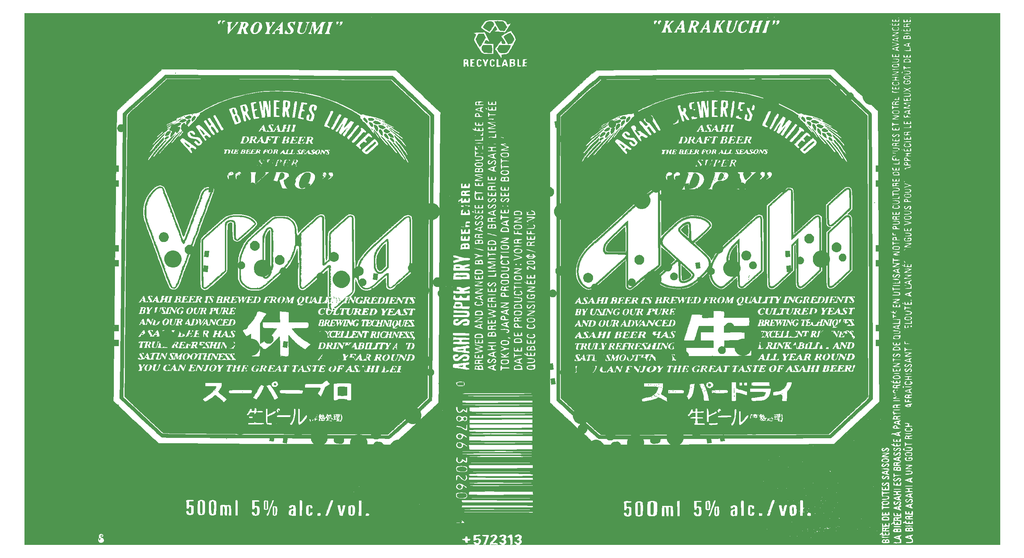
<source format=gbr>
G04 #@! TF.GenerationSoftware,KiCad,Pcbnew,(5.1.4)-1*
G04 #@! TF.CreationDate,2021-09-16T19:48:28-10:00*
G04 #@! TF.ProjectId,_autosave-oya38split,5f617574-6f73-4617-9665-2d6f79613338,rev?*
G04 #@! TF.SameCoordinates,Original*
G04 #@! TF.FileFunction,Soldermask,Top*
G04 #@! TF.FilePolarity,Negative*
%FSLAX46Y46*%
G04 Gerber Fmt 4.6, Leading zero omitted, Abs format (unit mm)*
G04 Created by KiCad (PCBNEW (5.1.4)-1) date 2021-09-16 19:48:28*
%MOMM*%
%LPD*%
G04 APERTURE LIST*
%ADD10C,0.010000*%
%ADD11C,0.100000*%
G04 APERTURE END LIST*
D10*
G36*
X129298083Y-73414293D02*
G01*
X129311897Y-73555582D01*
X129323343Y-73877602D01*
X129331968Y-74349427D01*
X129337320Y-74940132D01*
X129338944Y-75618790D01*
X129337680Y-76116645D01*
X129326145Y-78679124D01*
X128903906Y-79115160D01*
X128502861Y-79494917D01*
X128187237Y-79707670D01*
X127930354Y-79765959D01*
X127705529Y-79682325D01*
X127702159Y-79679980D01*
X127468810Y-79445026D01*
X127306224Y-79101069D01*
X127206717Y-78619404D01*
X127162607Y-77971324D01*
X127158750Y-77649797D01*
X127171167Y-77139772D01*
X127204600Y-76668779D01*
X127253319Y-76302395D01*
X127289355Y-76154597D01*
X127453484Y-75761569D01*
X127682413Y-75323054D01*
X127954755Y-74868228D01*
X128249123Y-74426265D01*
X128544131Y-74026342D01*
X128818392Y-73697633D01*
X129050520Y-73469315D01*
X129219128Y-73370561D01*
X129298083Y-73414293D01*
X129298083Y-73414293D01*
G37*
X129298083Y-73414293D02*
X129311897Y-73555582D01*
X129323343Y-73877602D01*
X129331968Y-74349427D01*
X129337320Y-74940132D01*
X129338944Y-75618790D01*
X129337680Y-76116645D01*
X129326145Y-78679124D01*
X128903906Y-79115160D01*
X128502861Y-79494917D01*
X128187237Y-79707670D01*
X127930354Y-79765959D01*
X127705529Y-79682325D01*
X127702159Y-79679980D01*
X127468810Y-79445026D01*
X127306224Y-79101069D01*
X127206717Y-78619404D01*
X127162607Y-77971324D01*
X127158750Y-77649797D01*
X127171167Y-77139772D01*
X127204600Y-76668779D01*
X127253319Y-76302395D01*
X127289355Y-76154597D01*
X127453484Y-75761569D01*
X127682413Y-75323054D01*
X127954755Y-74868228D01*
X128249123Y-74426265D01*
X128544131Y-74026342D01*
X128818392Y-73697633D01*
X129050520Y-73469315D01*
X129219128Y-73370561D01*
X129298083Y-73414293D01*
G36*
X101663942Y-70121044D02*
G01*
X101689582Y-70188386D01*
X101701750Y-70333808D01*
X101713142Y-70666789D01*
X101723435Y-71163221D01*
X101732305Y-71798995D01*
X101739430Y-72550005D01*
X101744488Y-73392142D01*
X101747156Y-74301298D01*
X101747389Y-74506666D01*
X101746643Y-75626366D01*
X101742023Y-76553905D01*
X101732920Y-77308765D01*
X101718727Y-77910427D01*
X101698836Y-78378373D01*
X101672640Y-78732083D01*
X101639532Y-78991038D01*
X101602166Y-79163333D01*
X101502064Y-79534288D01*
X101418346Y-79868968D01*
X101392288Y-79984357D01*
X101281931Y-80250632D01*
X101084258Y-80548297D01*
X101025268Y-80618360D01*
X100719561Y-80960506D01*
X100650306Y-80591086D01*
X100635876Y-80405679D01*
X100624120Y-80033701D01*
X100615235Y-79500235D01*
X100609419Y-78830362D01*
X100606866Y-78049164D01*
X100607773Y-77181723D01*
X100612338Y-76253120D01*
X100614276Y-75988333D01*
X100647500Y-71755000D01*
X101007159Y-70987636D01*
X101252918Y-70492942D01*
X101439083Y-70189722D01*
X101573482Y-70068812D01*
X101663942Y-70121044D01*
X101663942Y-70121044D01*
G37*
X101663942Y-70121044D02*
X101689582Y-70188386D01*
X101701750Y-70333808D01*
X101713142Y-70666789D01*
X101723435Y-71163221D01*
X101732305Y-71798995D01*
X101739430Y-72550005D01*
X101744488Y-73392142D01*
X101747156Y-74301298D01*
X101747389Y-74506666D01*
X101746643Y-75626366D01*
X101742023Y-76553905D01*
X101732920Y-77308765D01*
X101718727Y-77910427D01*
X101698836Y-78378373D01*
X101672640Y-78732083D01*
X101639532Y-78991038D01*
X101602166Y-79163333D01*
X101502064Y-79534288D01*
X101418346Y-79868968D01*
X101392288Y-79984357D01*
X101281931Y-80250632D01*
X101084258Y-80548297D01*
X101025268Y-80618360D01*
X100719561Y-80960506D01*
X100650306Y-80591086D01*
X100635876Y-80405679D01*
X100624120Y-80033701D01*
X100615235Y-79500235D01*
X100609419Y-78830362D01*
X100606866Y-78049164D01*
X100607773Y-77181723D01*
X100612338Y-76253120D01*
X100614276Y-75988333D01*
X100647500Y-71755000D01*
X101007159Y-70987636D01*
X101252918Y-70492942D01*
X101439083Y-70189722D01*
X101573482Y-70068812D01*
X101663942Y-70121044D01*
G36*
X213149655Y-73708034D02*
G01*
X213167708Y-73991366D01*
X213182698Y-74427800D01*
X213193777Y-74988053D01*
X213200096Y-75642846D01*
X213201250Y-76085152D01*
X213201250Y-78563222D01*
X212684363Y-78942652D01*
X212405493Y-79142937D01*
X212202513Y-79280439D01*
X212127737Y-79322083D01*
X212047506Y-79244436D01*
X211931789Y-79083958D01*
X211688263Y-78643951D01*
X211534699Y-78174855D01*
X211447500Y-77597686D01*
X211432182Y-77411816D01*
X211460590Y-76459022D01*
X211688497Y-75575886D01*
X212054026Y-74854824D01*
X212285130Y-74519852D01*
X212546330Y-74183565D01*
X212799678Y-73889994D01*
X213007225Y-73683171D01*
X213129390Y-73607083D01*
X213149655Y-73708034D01*
X213149655Y-73708034D01*
G37*
X213149655Y-73708034D02*
X213167708Y-73991366D01*
X213182698Y-74427800D01*
X213193777Y-74988053D01*
X213200096Y-75642846D01*
X213201250Y-76085152D01*
X213201250Y-78563222D01*
X212684363Y-78942652D01*
X212405493Y-79142937D01*
X212202513Y-79280439D01*
X212127737Y-79322083D01*
X212047506Y-79244436D01*
X211931789Y-79083958D01*
X211688263Y-78643951D01*
X211534699Y-78174855D01*
X211447500Y-77597686D01*
X211432182Y-77411816D01*
X211460590Y-76459022D01*
X211688497Y-75575886D01*
X212054026Y-74854824D01*
X212285130Y-74519852D01*
X212546330Y-74183565D01*
X212799678Y-73889994D01*
X213007225Y-73683171D01*
X213129390Y-73607083D01*
X213149655Y-73708034D01*
G36*
X129812899Y-72227664D02*
G01*
X129854550Y-72266097D01*
X129900695Y-72337758D01*
X129937369Y-72464975D01*
X129965602Y-72669767D01*
X129986425Y-72974156D01*
X130000869Y-73400163D01*
X130009966Y-73969811D01*
X130014747Y-74705119D01*
X130016242Y-75628109D01*
X130016250Y-75719718D01*
X130016250Y-79011638D01*
X129649361Y-79378527D01*
X129423895Y-79591487D01*
X129259669Y-79723860D01*
X129215573Y-79745416D01*
X129108447Y-79815847D01*
X128919979Y-79992432D01*
X128842826Y-80072826D01*
X128458334Y-80341433D01*
X127988525Y-80460123D01*
X127556097Y-80418517D01*
X127328343Y-80291311D01*
X127076409Y-80066355D01*
X126861003Y-79809049D01*
X126742833Y-79584788D01*
X126735417Y-79534428D01*
X126683507Y-79352407D01*
X126624602Y-79302784D01*
X126580593Y-79188125D01*
X126547054Y-78906800D01*
X126524018Y-78503552D01*
X126511518Y-78023123D01*
X126510389Y-77722874D01*
X126812153Y-77722874D01*
X126842727Y-78369089D01*
X126919675Y-78925441D01*
X126985481Y-79177344D01*
X127222778Y-79691034D01*
X127520393Y-80018590D01*
X127864535Y-80153068D01*
X128241413Y-80087520D01*
X128493853Y-79937063D01*
X128743631Y-79729378D01*
X129055107Y-79446476D01*
X129248959Y-79259759D01*
X129698750Y-78814143D01*
X129698750Y-75734363D01*
X129696774Y-74951510D01*
X129691188Y-74241960D01*
X129682502Y-73631977D01*
X129671229Y-73147828D01*
X129657880Y-72815777D01*
X129642966Y-72662091D01*
X129638772Y-72654583D01*
X129515425Y-72717404D01*
X129285735Y-72878711D01*
X129002795Y-73097765D01*
X128719696Y-73333828D01*
X128535327Y-73501250D01*
X128117609Y-73975836D01*
X127696995Y-74579948D01*
X127320688Y-75237459D01*
X127035891Y-75872240D01*
X126996194Y-75983484D01*
X126889134Y-76456228D01*
X126827704Y-77060639D01*
X126812153Y-77722874D01*
X126510389Y-77722874D01*
X126509588Y-77510256D01*
X126518261Y-77009695D01*
X126537571Y-76566182D01*
X126567550Y-76224459D01*
X126608232Y-76029270D01*
X126622150Y-76006349D01*
X126706518Y-75822838D01*
X126735417Y-75596750D01*
X126768079Y-75383146D01*
X126841250Y-75300416D01*
X126933920Y-75214186D01*
X126947084Y-75134107D01*
X127014094Y-74914877D01*
X127079375Y-74820279D01*
X127306195Y-74556753D01*
X127408181Y-74403103D01*
X127410131Y-74319493D01*
X127399333Y-74306277D01*
X127426735Y-74252247D01*
X127511528Y-74242083D01*
X127662706Y-74159302D01*
X127687917Y-74071892D01*
X127759024Y-73916208D01*
X127945743Y-73669468D01*
X128208165Y-73384206D01*
X128217084Y-73375310D01*
X128475315Y-73127748D01*
X128663735Y-72964871D01*
X128745376Y-72918371D01*
X128746250Y-72921693D01*
X128809762Y-72900987D01*
X128968730Y-72761379D01*
X129037292Y-72692234D01*
X129344128Y-72385121D01*
X129550451Y-72218474D01*
X129694096Y-72172564D01*
X129812899Y-72227664D01*
X129812899Y-72227664D01*
G37*
X129812899Y-72227664D02*
X129854550Y-72266097D01*
X129900695Y-72337758D01*
X129937369Y-72464975D01*
X129965602Y-72669767D01*
X129986425Y-72974156D01*
X130000869Y-73400163D01*
X130009966Y-73969811D01*
X130014747Y-74705119D01*
X130016242Y-75628109D01*
X130016250Y-75719718D01*
X130016250Y-79011638D01*
X129649361Y-79378527D01*
X129423895Y-79591487D01*
X129259669Y-79723860D01*
X129215573Y-79745416D01*
X129108447Y-79815847D01*
X128919979Y-79992432D01*
X128842826Y-80072826D01*
X128458334Y-80341433D01*
X127988525Y-80460123D01*
X127556097Y-80418517D01*
X127328343Y-80291311D01*
X127076409Y-80066355D01*
X126861003Y-79809049D01*
X126742833Y-79584788D01*
X126735417Y-79534428D01*
X126683507Y-79352407D01*
X126624602Y-79302784D01*
X126580593Y-79188125D01*
X126547054Y-78906800D01*
X126524018Y-78503552D01*
X126511518Y-78023123D01*
X126510389Y-77722874D01*
X126812153Y-77722874D01*
X126842727Y-78369089D01*
X126919675Y-78925441D01*
X126985481Y-79177344D01*
X127222778Y-79691034D01*
X127520393Y-80018590D01*
X127864535Y-80153068D01*
X128241413Y-80087520D01*
X128493853Y-79937063D01*
X128743631Y-79729378D01*
X129055107Y-79446476D01*
X129248959Y-79259759D01*
X129698750Y-78814143D01*
X129698750Y-75734363D01*
X129696774Y-74951510D01*
X129691188Y-74241960D01*
X129682502Y-73631977D01*
X129671229Y-73147828D01*
X129657880Y-72815777D01*
X129642966Y-72662091D01*
X129638772Y-72654583D01*
X129515425Y-72717404D01*
X129285735Y-72878711D01*
X129002795Y-73097765D01*
X128719696Y-73333828D01*
X128535327Y-73501250D01*
X128117609Y-73975836D01*
X127696995Y-74579948D01*
X127320688Y-75237459D01*
X127035891Y-75872240D01*
X126996194Y-75983484D01*
X126889134Y-76456228D01*
X126827704Y-77060639D01*
X126812153Y-77722874D01*
X126510389Y-77722874D01*
X126509588Y-77510256D01*
X126518261Y-77009695D01*
X126537571Y-76566182D01*
X126567550Y-76224459D01*
X126608232Y-76029270D01*
X126622150Y-76006349D01*
X126706518Y-75822838D01*
X126735417Y-75596750D01*
X126768079Y-75383146D01*
X126841250Y-75300416D01*
X126933920Y-75214186D01*
X126947084Y-75134107D01*
X127014094Y-74914877D01*
X127079375Y-74820279D01*
X127306195Y-74556753D01*
X127408181Y-74403103D01*
X127410131Y-74319493D01*
X127399333Y-74306277D01*
X127426735Y-74252247D01*
X127511528Y-74242083D01*
X127662706Y-74159302D01*
X127687917Y-74071892D01*
X127759024Y-73916208D01*
X127945743Y-73669468D01*
X128208165Y-73384206D01*
X128217084Y-73375310D01*
X128475315Y-73127748D01*
X128663735Y-72964871D01*
X128745376Y-72918371D01*
X128746250Y-72921693D01*
X128809762Y-72900987D01*
X128968730Y-72761379D01*
X129037292Y-72692234D01*
X129344128Y-72385121D01*
X129550451Y-72218474D01*
X129694096Y-72172564D01*
X129812899Y-72227664D01*
G36*
X101824449Y-69345964D02*
G01*
X102099642Y-69512658D01*
X102190685Y-69593451D01*
X102365544Y-69778687D01*
X102424642Y-69889232D01*
X102404943Y-69902916D01*
X102293369Y-69981250D01*
X102287917Y-70014995D01*
X102347937Y-70083599D01*
X102377748Y-70071556D01*
X102442603Y-70121935D01*
X102476161Y-70320086D01*
X102476557Y-70331798D01*
X102452709Y-70548347D01*
X102370374Y-70576385D01*
X102306825Y-70569828D01*
X102345008Y-70650504D01*
X102421369Y-70862223D01*
X102445847Y-71111005D01*
X102418024Y-71313200D01*
X102348671Y-71386203D01*
X102298199Y-71420282D01*
X102353297Y-71465578D01*
X102392448Y-71592993D01*
X102424164Y-71892920D01*
X102448325Y-72326331D01*
X102464807Y-72854198D01*
X102473489Y-73437494D01*
X102474248Y-74037190D01*
X102466962Y-74614258D01*
X102451508Y-75129670D01*
X102427765Y-75544398D01*
X102395609Y-75819414D01*
X102367218Y-75908958D01*
X102321805Y-76021952D01*
X102354333Y-76041283D01*
X102406060Y-76137545D01*
X102443374Y-76388803D01*
X102465564Y-76738833D01*
X102471916Y-77131407D01*
X102461717Y-77510301D01*
X102434254Y-77819287D01*
X102388815Y-78002140D01*
X102379380Y-78016482D01*
X102317236Y-78134309D01*
X102385079Y-78157916D01*
X102451610Y-78248565D01*
X102481466Y-78466569D01*
X102475750Y-78731015D01*
X102435561Y-78960990D01*
X102372658Y-79070535D01*
X102301748Y-79207654D01*
X102287917Y-79328329D01*
X102242393Y-79496884D01*
X102182084Y-79533750D01*
X102115810Y-79627640D01*
X102078949Y-79862189D01*
X102076250Y-79957083D01*
X102052778Y-80222175D01*
X101994140Y-80369621D01*
X101970417Y-80380416D01*
X101880677Y-80467771D01*
X101864584Y-80565671D01*
X101796675Y-80741637D01*
X101621578Y-81000479D01*
X101453476Y-81200671D01*
X101078631Y-81526864D01*
X100727858Y-81648510D01*
X100384024Y-81568679D01*
X100178489Y-81429159D01*
X99921144Y-81214944D01*
X99921549Y-76279577D01*
X99922051Y-75872170D01*
X100213662Y-75872170D01*
X100215807Y-76804449D01*
X100216092Y-76858128D01*
X100222345Y-77894740D01*
X100229327Y-78740441D01*
X100238095Y-79415985D01*
X100249704Y-79942125D01*
X100265212Y-80339617D01*
X100285672Y-80629214D01*
X100312143Y-80831672D01*
X100345678Y-80967745D01*
X100387335Y-81058187D01*
X100432820Y-81117919D01*
X100582700Y-81272246D01*
X100700325Y-81312681D01*
X100857270Y-81234807D01*
X101066504Y-81078810D01*
X101298027Y-80854304D01*
X101497925Y-80542045D01*
X101685971Y-80102884D01*
X101881939Y-79497668D01*
X101905019Y-79418614D01*
X101948274Y-79242784D01*
X101983787Y-79028427D01*
X102012279Y-78754477D01*
X102034473Y-78399869D01*
X102037502Y-78316666D01*
X102287917Y-78316666D01*
X102340834Y-78369583D01*
X102393750Y-78316666D01*
X102340834Y-78263750D01*
X102287917Y-78316666D01*
X102037502Y-78316666D01*
X102051089Y-77943536D01*
X102062849Y-77364412D01*
X102070475Y-76641434D01*
X102074686Y-75753533D01*
X102075851Y-74930000D01*
X102287917Y-74930000D01*
X102340834Y-74982916D01*
X102393750Y-74930000D01*
X102340834Y-74877083D01*
X102287917Y-74930000D01*
X102075851Y-74930000D01*
X102076206Y-74679646D01*
X102076250Y-74417989D01*
X102075936Y-73335865D01*
X102074382Y-72445544D01*
X102070672Y-71727159D01*
X102063891Y-71160846D01*
X102053123Y-70726742D01*
X102037451Y-70404980D01*
X102015960Y-70175698D01*
X101987734Y-70019029D01*
X101951856Y-69915109D01*
X101907411Y-69844074D01*
X101863110Y-69795609D01*
X101693686Y-69654235D01*
X101548209Y-69659707D01*
X101392194Y-69751369D01*
X101081990Y-70056686D01*
X100793508Y-70532709D01*
X100545296Y-71138500D01*
X100355904Y-71833122D01*
X100292532Y-72178333D01*
X100270749Y-72427973D01*
X100251812Y-72861300D01*
X100236178Y-73450349D01*
X100224304Y-74167154D01*
X100216646Y-74983750D01*
X100213662Y-75872170D01*
X99922051Y-75872170D01*
X99923065Y-75051133D01*
X99927606Y-74021640D01*
X99935492Y-73178399D01*
X99947041Y-72508713D01*
X99962572Y-71999883D01*
X99982405Y-71639210D01*
X100006859Y-71413996D01*
X100036253Y-71311542D01*
X100046602Y-71302660D01*
X100141802Y-71177578D01*
X100171250Y-70999101D01*
X100205857Y-70824556D01*
X100277084Y-70802500D01*
X100361336Y-70771144D01*
X100382917Y-70657555D01*
X100455152Y-70409181D01*
X100541667Y-70288452D01*
X100671926Y-70107349D01*
X100700417Y-70011498D01*
X100787277Y-69818068D01*
X101002205Y-69601845D01*
X101276725Y-69418603D01*
X101542359Y-69324116D01*
X101544741Y-69323808D01*
X101824449Y-69345964D01*
X101824449Y-69345964D01*
G37*
X101824449Y-69345964D02*
X102099642Y-69512658D01*
X102190685Y-69593451D01*
X102365544Y-69778687D01*
X102424642Y-69889232D01*
X102404943Y-69902916D01*
X102293369Y-69981250D01*
X102287917Y-70014995D01*
X102347937Y-70083599D01*
X102377748Y-70071556D01*
X102442603Y-70121935D01*
X102476161Y-70320086D01*
X102476557Y-70331798D01*
X102452709Y-70548347D01*
X102370374Y-70576385D01*
X102306825Y-70569828D01*
X102345008Y-70650504D01*
X102421369Y-70862223D01*
X102445847Y-71111005D01*
X102418024Y-71313200D01*
X102348671Y-71386203D01*
X102298199Y-71420282D01*
X102353297Y-71465578D01*
X102392448Y-71592993D01*
X102424164Y-71892920D01*
X102448325Y-72326331D01*
X102464807Y-72854198D01*
X102473489Y-73437494D01*
X102474248Y-74037190D01*
X102466962Y-74614258D01*
X102451508Y-75129670D01*
X102427765Y-75544398D01*
X102395609Y-75819414D01*
X102367218Y-75908958D01*
X102321805Y-76021952D01*
X102354333Y-76041283D01*
X102406060Y-76137545D01*
X102443374Y-76388803D01*
X102465564Y-76738833D01*
X102471916Y-77131407D01*
X102461717Y-77510301D01*
X102434254Y-77819287D01*
X102388815Y-78002140D01*
X102379380Y-78016482D01*
X102317236Y-78134309D01*
X102385079Y-78157916D01*
X102451610Y-78248565D01*
X102481466Y-78466569D01*
X102475750Y-78731015D01*
X102435561Y-78960990D01*
X102372658Y-79070535D01*
X102301748Y-79207654D01*
X102287917Y-79328329D01*
X102242393Y-79496884D01*
X102182084Y-79533750D01*
X102115810Y-79627640D01*
X102078949Y-79862189D01*
X102076250Y-79957083D01*
X102052778Y-80222175D01*
X101994140Y-80369621D01*
X101970417Y-80380416D01*
X101880677Y-80467771D01*
X101864584Y-80565671D01*
X101796675Y-80741637D01*
X101621578Y-81000479D01*
X101453476Y-81200671D01*
X101078631Y-81526864D01*
X100727858Y-81648510D01*
X100384024Y-81568679D01*
X100178489Y-81429159D01*
X99921144Y-81214944D01*
X99921549Y-76279577D01*
X99922051Y-75872170D01*
X100213662Y-75872170D01*
X100215807Y-76804449D01*
X100216092Y-76858128D01*
X100222345Y-77894740D01*
X100229327Y-78740441D01*
X100238095Y-79415985D01*
X100249704Y-79942125D01*
X100265212Y-80339617D01*
X100285672Y-80629214D01*
X100312143Y-80831672D01*
X100345678Y-80967745D01*
X100387335Y-81058187D01*
X100432820Y-81117919D01*
X100582700Y-81272246D01*
X100700325Y-81312681D01*
X100857270Y-81234807D01*
X101066504Y-81078810D01*
X101298027Y-80854304D01*
X101497925Y-80542045D01*
X101685971Y-80102884D01*
X101881939Y-79497668D01*
X101905019Y-79418614D01*
X101948274Y-79242784D01*
X101983787Y-79028427D01*
X102012279Y-78754477D01*
X102034473Y-78399869D01*
X102037502Y-78316666D01*
X102287917Y-78316666D01*
X102340834Y-78369583D01*
X102393750Y-78316666D01*
X102340834Y-78263750D01*
X102287917Y-78316666D01*
X102037502Y-78316666D01*
X102051089Y-77943536D01*
X102062849Y-77364412D01*
X102070475Y-76641434D01*
X102074686Y-75753533D01*
X102075851Y-74930000D01*
X102287917Y-74930000D01*
X102340834Y-74982916D01*
X102393750Y-74930000D01*
X102340834Y-74877083D01*
X102287917Y-74930000D01*
X102075851Y-74930000D01*
X102076206Y-74679646D01*
X102076250Y-74417989D01*
X102075936Y-73335865D01*
X102074382Y-72445544D01*
X102070672Y-71727159D01*
X102063891Y-71160846D01*
X102053123Y-70726742D01*
X102037451Y-70404980D01*
X102015960Y-70175698D01*
X101987734Y-70019029D01*
X101951856Y-69915109D01*
X101907411Y-69844074D01*
X101863110Y-69795609D01*
X101693686Y-69654235D01*
X101548209Y-69659707D01*
X101392194Y-69751369D01*
X101081990Y-70056686D01*
X100793508Y-70532709D01*
X100545296Y-71138500D01*
X100355904Y-71833122D01*
X100292532Y-72178333D01*
X100270749Y-72427973D01*
X100251812Y-72861300D01*
X100236178Y-73450349D01*
X100224304Y-74167154D01*
X100216646Y-74983750D01*
X100213662Y-75872170D01*
X99922051Y-75872170D01*
X99923065Y-75051133D01*
X99927606Y-74021640D01*
X99935492Y-73178399D01*
X99947041Y-72508713D01*
X99962572Y-71999883D01*
X99982405Y-71639210D01*
X100006859Y-71413996D01*
X100036253Y-71311542D01*
X100046602Y-71302660D01*
X100141802Y-71177578D01*
X100171250Y-70999101D01*
X100205857Y-70824556D01*
X100277084Y-70802500D01*
X100361336Y-70771144D01*
X100382917Y-70657555D01*
X100455152Y-70409181D01*
X100541667Y-70288452D01*
X100671926Y-70107349D01*
X100700417Y-70011498D01*
X100787277Y-69818068D01*
X101002205Y-69601845D01*
X101276725Y-69418603D01*
X101542359Y-69324116D01*
X101544741Y-69323808D01*
X101824449Y-69345964D01*
G36*
X201454896Y-68838153D02*
G01*
X201482334Y-69110657D01*
X201503333Y-69517699D01*
X201515376Y-70020717D01*
X201516762Y-70167500D01*
X201515768Y-70689295D01*
X201506650Y-71125076D01*
X201490848Y-71436432D01*
X201469800Y-71584955D01*
X201463388Y-71592154D01*
X201363953Y-71522994D01*
X201146679Y-71340070D01*
X200847910Y-71074638D01*
X200632749Y-70877779D01*
X200304913Y-70557494D01*
X200046997Y-70272924D01*
X199893333Y-70063776D01*
X199865457Y-69990432D01*
X199951508Y-69787293D01*
X200174182Y-69527297D01*
X200482419Y-69251461D01*
X200825164Y-69000802D01*
X201151358Y-68816337D01*
X201409945Y-68739083D01*
X201423534Y-68738750D01*
X201454896Y-68838153D01*
X201454896Y-68838153D01*
G37*
X201454896Y-68838153D02*
X201482334Y-69110657D01*
X201503333Y-69517699D01*
X201515376Y-70020717D01*
X201516762Y-70167500D01*
X201515768Y-70689295D01*
X201506650Y-71125076D01*
X201490848Y-71436432D01*
X201469800Y-71584955D01*
X201463388Y-71592154D01*
X201363953Y-71522994D01*
X201146679Y-71340070D01*
X200847910Y-71074638D01*
X200632749Y-70877779D01*
X200304913Y-70557494D01*
X200046997Y-70272924D01*
X199893333Y-70063776D01*
X199865457Y-69990432D01*
X199951508Y-69787293D01*
X200174182Y-69527297D01*
X200482419Y-69251461D01*
X200825164Y-69000802D01*
X201151358Y-68816337D01*
X201409945Y-68739083D01*
X201423534Y-68738750D01*
X201454896Y-68838153D01*
G36*
X186461570Y-69416315D02*
G01*
X186487713Y-69572358D01*
X186506620Y-69842629D01*
X186519356Y-70247666D01*
X186526985Y-70808003D01*
X186530572Y-71544178D01*
X186531250Y-72218291D01*
X186531250Y-75194583D01*
X184321709Y-75194583D01*
X183561713Y-75192333D01*
X182986732Y-75184375D01*
X182570146Y-75168893D01*
X182285340Y-75144073D01*
X182105695Y-75108101D01*
X182004595Y-75059163D01*
X181979673Y-75034937D01*
X181881455Y-74759948D01*
X181922367Y-74374334D01*
X182087347Y-73912484D01*
X182361336Y-73408785D01*
X182729274Y-72897623D01*
X183091712Y-72495833D01*
X183363862Y-72227625D01*
X183729716Y-71872580D01*
X184159001Y-71459496D01*
X184621446Y-71017167D01*
X185086776Y-70574391D01*
X185524721Y-70159962D01*
X185905006Y-69802679D01*
X186197360Y-69531336D01*
X186371508Y-69374729D01*
X186383318Y-69364771D01*
X186427127Y-69353965D01*
X186461570Y-69416315D01*
X186461570Y-69416315D01*
G37*
X186461570Y-69416315D02*
X186487713Y-69572358D01*
X186506620Y-69842629D01*
X186519356Y-70247666D01*
X186526985Y-70808003D01*
X186530572Y-71544178D01*
X186531250Y-72218291D01*
X186531250Y-75194583D01*
X184321709Y-75194583D01*
X183561713Y-75192333D01*
X182986732Y-75184375D01*
X182570146Y-75168893D01*
X182285340Y-75144073D01*
X182105695Y-75108101D01*
X182004595Y-75059163D01*
X181979673Y-75034937D01*
X181881455Y-74759948D01*
X181922367Y-74374334D01*
X182087347Y-73912484D01*
X182361336Y-73408785D01*
X182729274Y-72897623D01*
X183091712Y-72495833D01*
X183363862Y-72227625D01*
X183729716Y-71872580D01*
X184159001Y-71459496D01*
X184621446Y-71017167D01*
X185086776Y-70574391D01*
X185524721Y-70159962D01*
X185905006Y-69802679D01*
X186197360Y-69531336D01*
X186371508Y-69374729D01*
X186383318Y-69364771D01*
X186427127Y-69353965D01*
X186461570Y-69416315D01*
G36*
X200050783Y-78542629D02*
G01*
X200258556Y-78720587D01*
X200537044Y-78973767D01*
X200598394Y-79031041D01*
X200990951Y-79395438D01*
X201420302Y-79788389D01*
X201745671Y-80081926D01*
X202101902Y-80450332D01*
X202273301Y-80769391D01*
X202254673Y-81056841D01*
X202040821Y-81330421D01*
X201626549Y-81607867D01*
X201242084Y-81801128D01*
X200748847Y-81999256D01*
X200396621Y-82064646D01*
X200163725Y-81999965D01*
X200101693Y-81941458D01*
X200068279Y-81807158D01*
X200034416Y-81512464D01*
X200001906Y-81099892D01*
X199972550Y-80611960D01*
X199948148Y-80091186D01*
X199930502Y-79580087D01*
X199921414Y-79121182D01*
X199922683Y-78756988D01*
X199936112Y-78530023D01*
X199954867Y-78475416D01*
X200050783Y-78542629D01*
X200050783Y-78542629D01*
G37*
X200050783Y-78542629D02*
X200258556Y-78720587D01*
X200537044Y-78973767D01*
X200598394Y-79031041D01*
X200990951Y-79395438D01*
X201420302Y-79788389D01*
X201745671Y-80081926D01*
X202101902Y-80450332D01*
X202273301Y-80769391D01*
X202254673Y-81056841D01*
X202040821Y-81330421D01*
X201626549Y-81607867D01*
X201242084Y-81801128D01*
X200748847Y-81999256D01*
X200396621Y-82064646D01*
X200163725Y-81999965D01*
X200101693Y-81941458D01*
X200068279Y-81807158D01*
X200034416Y-81512464D01*
X200001906Y-81099892D01*
X199972550Y-80611960D01*
X199948148Y-80091186D01*
X199930502Y-79580087D01*
X199921414Y-79121182D01*
X199922683Y-78756988D01*
X199936112Y-78530023D01*
X199954867Y-78475416D01*
X200050783Y-78542629D01*
G36*
X213839316Y-78723094D02*
G01*
X213599658Y-78979291D01*
X213346691Y-79218122D01*
X213030665Y-79473880D01*
X212705570Y-79707908D01*
X212425395Y-79881551D01*
X212244131Y-79956152D01*
X212234571Y-79956687D01*
X212053386Y-79904350D01*
X211795908Y-79776263D01*
X211751792Y-79750073D01*
X211437264Y-79508640D01*
X211203217Y-79194017D01*
X211011187Y-78748318D01*
X210939945Y-78528333D01*
X210741094Y-77598858D01*
X210737708Y-77234616D01*
X211106188Y-77234616D01*
X211124653Y-77540259D01*
X211240314Y-78218685D01*
X211442536Y-78780420D01*
X211716398Y-79190895D01*
X211904978Y-79347783D01*
X212125414Y-79473547D01*
X212260159Y-79530681D01*
X212263050Y-79530933D01*
X212371827Y-79469748D01*
X212596093Y-79305824D01*
X212889704Y-79073092D01*
X212924509Y-79044537D01*
X213518750Y-78555325D01*
X213505605Y-76530996D01*
X213497802Y-75838912D01*
X213484248Y-75165759D01*
X213466381Y-74561258D01*
X213445638Y-74075130D01*
X213426230Y-73785642D01*
X213360000Y-73064619D01*
X212641759Y-73769861D01*
X211948486Y-74571979D01*
X211462282Y-75414785D01*
X211181924Y-76301317D01*
X211106188Y-77234616D01*
X210737708Y-77234616D01*
X210732812Y-76708178D01*
X210918413Y-75819319D01*
X211257596Y-74982916D01*
X211462950Y-74599495D01*
X211697036Y-74248199D01*
X211996668Y-73882494D01*
X212398660Y-73455844D01*
X212714850Y-73140891D01*
X213783334Y-72092616D01*
X213839316Y-78723094D01*
X213839316Y-78723094D01*
G37*
X213839316Y-78723094D02*
X213599658Y-78979291D01*
X213346691Y-79218122D01*
X213030665Y-79473880D01*
X212705570Y-79707908D01*
X212425395Y-79881551D01*
X212244131Y-79956152D01*
X212234571Y-79956687D01*
X212053386Y-79904350D01*
X211795908Y-79776263D01*
X211751792Y-79750073D01*
X211437264Y-79508640D01*
X211203217Y-79194017D01*
X211011187Y-78748318D01*
X210939945Y-78528333D01*
X210741094Y-77598858D01*
X210737708Y-77234616D01*
X211106188Y-77234616D01*
X211124653Y-77540259D01*
X211240314Y-78218685D01*
X211442536Y-78780420D01*
X211716398Y-79190895D01*
X211904978Y-79347783D01*
X212125414Y-79473547D01*
X212260159Y-79530681D01*
X212263050Y-79530933D01*
X212371827Y-79469748D01*
X212596093Y-79305824D01*
X212889704Y-79073092D01*
X212924509Y-79044537D01*
X213518750Y-78555325D01*
X213505605Y-76530996D01*
X213497802Y-75838912D01*
X213484248Y-75165759D01*
X213466381Y-74561258D01*
X213445638Y-74075130D01*
X213426230Y-73785642D01*
X213360000Y-73064619D01*
X212641759Y-73769861D01*
X211948486Y-74571979D01*
X211462282Y-75414785D01*
X211181924Y-76301317D01*
X211106188Y-77234616D01*
X210737708Y-77234616D01*
X210732812Y-76708178D01*
X210918413Y-75819319D01*
X211257596Y-74982916D01*
X211462950Y-74599495D01*
X211697036Y-74248199D01*
X211996668Y-73882494D01*
X212398660Y-73455844D01*
X212714850Y-73140891D01*
X213783334Y-72092616D01*
X213839316Y-78723094D01*
G36*
X216164584Y-80962500D02*
G01*
X216111667Y-81015416D01*
X216058750Y-80962500D01*
X216111667Y-80909583D01*
X216164584Y-80962500D01*
X216164584Y-80962500D01*
G37*
X216164584Y-80962500D02*
X216111667Y-81015416D01*
X216058750Y-80962500D01*
X216111667Y-80909583D01*
X216164584Y-80962500D01*
G36*
X216025213Y-81207239D02*
G01*
X216037830Y-81372644D01*
X216016858Y-81410086D01*
X215968755Y-81378523D01*
X215961272Y-81271180D01*
X215987119Y-81158252D01*
X216025213Y-81207239D01*
X216025213Y-81207239D01*
G37*
X216025213Y-81207239D02*
X216037830Y-81372644D01*
X216016858Y-81410086D01*
X215968755Y-81378523D01*
X215961272Y-81271180D01*
X215987119Y-81158252D01*
X216025213Y-81207239D01*
G36*
X216058750Y-81809166D02*
G01*
X216005834Y-81862083D01*
X215952917Y-81809166D01*
X216005834Y-81756250D01*
X216058750Y-81809166D01*
X216058750Y-81809166D01*
G37*
X216058750Y-81809166D02*
X216005834Y-81862083D01*
X215952917Y-81809166D01*
X216005834Y-81756250D01*
X216058750Y-81809166D01*
G36*
X105801446Y-39442946D02*
G01*
X105861715Y-39536241D01*
X105875856Y-39752605D01*
X105865073Y-40030429D01*
X105832024Y-40392838D01*
X105770536Y-40590358D01*
X105664951Y-40669381D01*
X105648125Y-40673189D01*
X105544978Y-40665443D01*
X105488739Y-40563070D01*
X105466031Y-40322199D01*
X105462917Y-40065676D01*
X105470193Y-39708887D01*
X105502913Y-39515168D01*
X105577414Y-39436120D01*
X105679865Y-39422916D01*
X105801446Y-39442946D01*
X105801446Y-39442946D01*
G37*
X105801446Y-39442946D02*
X105861715Y-39536241D01*
X105875856Y-39752605D01*
X105865073Y-40030429D01*
X105832024Y-40392838D01*
X105770536Y-40590358D01*
X105664951Y-40669381D01*
X105648125Y-40673189D01*
X105544978Y-40665443D01*
X105488739Y-40563070D01*
X105466031Y-40322199D01*
X105462917Y-40065676D01*
X105470193Y-39708887D01*
X105502913Y-39515168D01*
X105577414Y-39436120D01*
X105679865Y-39422916D01*
X105801446Y-39442946D01*
G36*
X95573965Y-40399520D02*
G01*
X95636785Y-40535041D01*
X95713857Y-40792590D01*
X95788044Y-41098592D01*
X95842212Y-41379473D01*
X95859223Y-41561658D01*
X95851418Y-41590804D01*
X95675605Y-41647056D01*
X95497118Y-41539412D01*
X95419614Y-41407291D01*
X95268123Y-40918727D01*
X95240157Y-40588301D01*
X95336141Y-40422263D01*
X95351970Y-40415171D01*
X95524464Y-40383190D01*
X95573965Y-40399520D01*
X95573965Y-40399520D01*
G37*
X95573965Y-40399520D02*
X95636785Y-40535041D01*
X95713857Y-40792590D01*
X95788044Y-41098592D01*
X95842212Y-41379473D01*
X95859223Y-41561658D01*
X95851418Y-41590804D01*
X95675605Y-41647056D01*
X95497118Y-41539412D01*
X95419614Y-41407291D01*
X95268123Y-40918727D01*
X95240157Y-40588301D01*
X95336141Y-40422263D01*
X95351970Y-40415171D01*
X95524464Y-40383190D01*
X95573965Y-40399520D01*
G36*
X93089768Y-41206423D02*
G01*
X93184934Y-41429036D01*
X93284870Y-41712228D01*
X93364283Y-41984139D01*
X93397881Y-42172908D01*
X93397917Y-42176725D01*
X93331001Y-42347036D01*
X93179998Y-42372843D01*
X93019520Y-42249702D01*
X92989747Y-42201041D01*
X92896322Y-41975903D01*
X92796736Y-41668481D01*
X92784898Y-41626236D01*
X92744554Y-41315677D01*
X92843560Y-41152866D01*
X93024665Y-41116250D01*
X93089768Y-41206423D01*
X93089768Y-41206423D01*
G37*
X93089768Y-41206423D02*
X93184934Y-41429036D01*
X93284870Y-41712228D01*
X93364283Y-41984139D01*
X93397881Y-42172908D01*
X93397917Y-42176725D01*
X93331001Y-42347036D01*
X93179998Y-42372843D01*
X93019520Y-42249702D01*
X92989747Y-42201041D01*
X92896322Y-41975903D01*
X92796736Y-41668481D01*
X92784898Y-41626236D01*
X92744554Y-41315677D01*
X92843560Y-41152866D01*
X93024665Y-41116250D01*
X93089768Y-41206423D01*
G36*
X93665301Y-42753463D02*
G01*
X93768001Y-42912998D01*
X93899660Y-43237023D01*
X93919479Y-43289803D01*
X94065827Y-43709359D01*
X94125884Y-43976943D01*
X94102376Y-44132622D01*
X93998033Y-44216463D01*
X93982978Y-44222546D01*
X93843668Y-44185504D01*
X93689056Y-43960042D01*
X93622692Y-43819985D01*
X93437724Y-43383407D01*
X93341454Y-43096764D01*
X93326003Y-42921640D01*
X93383491Y-42819621D01*
X93413050Y-42797991D01*
X93558128Y-42725949D01*
X93665301Y-42753463D01*
X93665301Y-42753463D01*
G37*
X93665301Y-42753463D02*
X93768001Y-42912998D01*
X93899660Y-43237023D01*
X93919479Y-43289803D01*
X94065827Y-43709359D01*
X94125884Y-43976943D01*
X94102376Y-44132622D01*
X93998033Y-44216463D01*
X93982978Y-44222546D01*
X93843668Y-44185504D01*
X93689056Y-43960042D01*
X93622692Y-43819985D01*
X93437724Y-43383407D01*
X93341454Y-43096764D01*
X93326003Y-42921640D01*
X93383491Y-42819621D01*
X93413050Y-42797991D01*
X93558128Y-42725949D01*
X93665301Y-42753463D01*
G36*
X99944354Y-45638159D02*
G01*
X99959584Y-45713754D01*
X99904328Y-45858556D01*
X99853750Y-45878750D01*
X99750946Y-45802790D01*
X99747917Y-45779162D01*
X99824847Y-45635828D01*
X99853750Y-45614166D01*
X99944354Y-45638159D01*
X99944354Y-45638159D01*
G37*
X99944354Y-45638159D02*
X99959584Y-45713754D01*
X99904328Y-45858556D01*
X99853750Y-45878750D01*
X99750946Y-45802790D01*
X99747917Y-45779162D01*
X99824847Y-45635828D01*
X99853750Y-45614166D01*
X99944354Y-45638159D01*
G36*
X103444286Y-45512776D02*
G01*
X103448718Y-45634379D01*
X103407400Y-45843909D01*
X103308899Y-45950122D01*
X103202027Y-45902027D01*
X103198203Y-45896067D01*
X103210354Y-45750558D01*
X103293358Y-45603299D01*
X103407566Y-45467731D01*
X103444286Y-45512776D01*
X103444286Y-45512776D01*
G37*
X103444286Y-45512776D02*
X103448718Y-45634379D01*
X103407400Y-45843909D01*
X103308899Y-45950122D01*
X103202027Y-45902027D01*
X103198203Y-45896067D01*
X103210354Y-45750558D01*
X103293358Y-45603299D01*
X103407566Y-45467731D01*
X103444286Y-45512776D01*
G36*
X118974306Y-44749861D02*
G01*
X118986972Y-44875460D01*
X118974306Y-44890972D01*
X118911388Y-44876444D01*
X118903750Y-44820416D01*
X118942473Y-44733303D01*
X118974306Y-44749861D01*
X118974306Y-44749861D01*
G37*
X118974306Y-44749861D02*
X118986972Y-44875460D01*
X118974306Y-44890972D01*
X118911388Y-44876444D01*
X118903750Y-44820416D01*
X118942473Y-44733303D01*
X118974306Y-44749861D01*
G36*
X120173750Y-45720000D02*
G01*
X120120834Y-45772916D01*
X120067917Y-45720000D01*
X120120834Y-45667083D01*
X120173750Y-45720000D01*
X120173750Y-45720000D01*
G37*
X120173750Y-45720000D02*
X120120834Y-45772916D01*
X120067917Y-45720000D01*
X120120834Y-45667083D01*
X120173750Y-45720000D01*
G36*
X85106723Y-45979267D02*
G01*
X85291202Y-46128459D01*
X85553864Y-46365190D01*
X85616830Y-46424442D01*
X85919489Y-46726930D01*
X86075955Y-46929487D01*
X86106729Y-47062636D01*
X86080122Y-47114262D01*
X85977368Y-47215862D01*
X85881101Y-47222939D01*
X85758696Y-47111378D01*
X85577529Y-46857066D01*
X85433959Y-46636651D01*
X85235747Y-46319165D01*
X85093476Y-46072592D01*
X85037133Y-45948984D01*
X85037084Y-45947756D01*
X85106723Y-45979267D01*
X85106723Y-45979267D01*
G37*
X85106723Y-45979267D02*
X85291202Y-46128459D01*
X85553864Y-46365190D01*
X85616830Y-46424442D01*
X85919489Y-46726930D01*
X86075955Y-46929487D01*
X86106729Y-47062636D01*
X86080122Y-47114262D01*
X85977368Y-47215862D01*
X85881101Y-47222939D01*
X85758696Y-47111378D01*
X85577529Y-46857066D01*
X85433959Y-46636651D01*
X85235747Y-46319165D01*
X85093476Y-46072592D01*
X85037133Y-45948984D01*
X85037084Y-45947756D01*
X85106723Y-45979267D01*
G36*
X105854875Y-47865108D02*
G01*
X105882398Y-48048647D01*
X105831137Y-48243561D01*
X105718844Y-48354510D01*
X105487153Y-48414598D01*
X105363299Y-48390891D01*
X105357084Y-48370813D01*
X105412763Y-48178650D01*
X105540992Y-47961938D01*
X105683558Y-47808891D01*
X105744488Y-47783750D01*
X105854875Y-47865108D01*
X105854875Y-47865108D01*
G37*
X105854875Y-47865108D02*
X105882398Y-48048647D01*
X105831137Y-48243561D01*
X105718844Y-48354510D01*
X105487153Y-48414598D01*
X105363299Y-48390891D01*
X105357084Y-48370813D01*
X105412763Y-48178650D01*
X105540992Y-47961938D01*
X105683558Y-47808891D01*
X105744488Y-47783750D01*
X105854875Y-47865108D01*
G36*
X105577711Y-48597043D02*
G01*
X105672173Y-48813683D01*
X105624917Y-49052421D01*
X105464175Y-49220685D01*
X105379547Y-49246842D01*
X105213859Y-49247158D01*
X105177686Y-49141636D01*
X105208002Y-48982259D01*
X105319896Y-48661672D01*
X105453977Y-48540993D01*
X105577711Y-48597043D01*
X105577711Y-48597043D01*
G37*
X105577711Y-48597043D02*
X105672173Y-48813683D01*
X105624917Y-49052421D01*
X105464175Y-49220685D01*
X105379547Y-49246842D01*
X105213859Y-49247158D01*
X105177686Y-49141636D01*
X105208002Y-48982259D01*
X105319896Y-48661672D01*
X105453977Y-48540993D01*
X105577711Y-48597043D01*
G36*
X97958221Y-47749472D02*
G01*
X98055830Y-47885843D01*
X98084866Y-48061884D01*
X98025901Y-48179492D01*
X97764520Y-48350848D01*
X97620673Y-48365744D01*
X97598073Y-48341101D01*
X97595431Y-48175281D01*
X97675604Y-47947106D01*
X97796712Y-47765259D01*
X97830190Y-47738698D01*
X97958221Y-47749472D01*
X97958221Y-47749472D01*
G37*
X97958221Y-47749472D02*
X98055830Y-47885843D01*
X98084866Y-48061884D01*
X98025901Y-48179492D01*
X97764520Y-48350848D01*
X97620673Y-48365744D01*
X97598073Y-48341101D01*
X97595431Y-48175281D01*
X97675604Y-47947106D01*
X97796712Y-47765259D01*
X97830190Y-47738698D01*
X97958221Y-47749472D01*
G36*
X99516405Y-48401557D02*
G01*
X99536250Y-48524583D01*
X99465295Y-48700637D01*
X99366177Y-48736250D01*
X99246646Y-48673132D01*
X99260344Y-48568844D01*
X99316379Y-48400134D01*
X99324584Y-48357177D01*
X99406499Y-48314064D01*
X99430417Y-48312916D01*
X99516405Y-48401557D01*
X99516405Y-48401557D01*
G37*
X99516405Y-48401557D02*
X99536250Y-48524583D01*
X99465295Y-48700637D01*
X99366177Y-48736250D01*
X99246646Y-48673132D01*
X99260344Y-48568844D01*
X99316379Y-48400134D01*
X99324584Y-48357177D01*
X99406499Y-48314064D01*
X99430417Y-48312916D01*
X99516405Y-48401557D01*
G36*
X95976060Y-47804378D02*
G01*
X96160065Y-47918871D01*
X96241730Y-48155745D01*
X96229234Y-48456860D01*
X96130756Y-48764074D01*
X95954476Y-49019247D01*
X95788726Y-49135971D01*
X95558649Y-49192903D01*
X95425557Y-49169970D01*
X95375754Y-49060541D01*
X95408936Y-48822417D01*
X95526362Y-48433191D01*
X95658439Y-48073145D01*
X95766388Y-47877091D01*
X95879420Y-47804182D01*
X95976060Y-47804378D01*
X95976060Y-47804378D01*
G37*
X95976060Y-47804378D02*
X96160065Y-47918871D01*
X96241730Y-48155745D01*
X96229234Y-48456860D01*
X96130756Y-48764074D01*
X95954476Y-49019247D01*
X95788726Y-49135971D01*
X95558649Y-49192903D01*
X95425557Y-49169970D01*
X95375754Y-49060541D01*
X95408936Y-48822417D01*
X95526362Y-48433191D01*
X95658439Y-48073145D01*
X95766388Y-47877091D01*
X95879420Y-47804182D01*
X95976060Y-47804378D01*
G36*
X111415675Y-47917822D02*
G01*
X111445758Y-47929105D01*
X111576320Y-48058369D01*
X111547967Y-48236190D01*
X111379888Y-48396748D01*
X111298505Y-48434183D01*
X111126025Y-48480905D01*
X111086614Y-48404884D01*
X111121899Y-48234677D01*
X111196256Y-47983438D01*
X111277796Y-47893280D01*
X111415675Y-47917822D01*
X111415675Y-47917822D01*
G37*
X111415675Y-47917822D02*
X111445758Y-47929105D01*
X111576320Y-48058369D01*
X111547967Y-48236190D01*
X111379888Y-48396748D01*
X111298505Y-48434183D01*
X111126025Y-48480905D01*
X111086614Y-48404884D01*
X111121899Y-48234677D01*
X111196256Y-47983438D01*
X111277796Y-47893280D01*
X111415675Y-47917822D01*
G36*
X108814306Y-48877361D02*
G01*
X108826972Y-49002960D01*
X108814306Y-49018472D01*
X108751388Y-49003944D01*
X108743750Y-48947916D01*
X108782473Y-48860803D01*
X108814306Y-48877361D01*
X108814306Y-48877361D01*
G37*
X108814306Y-48877361D02*
X108826972Y-49002960D01*
X108814306Y-49018472D01*
X108751388Y-49003944D01*
X108743750Y-48947916D01*
X108782473Y-48860803D01*
X108814306Y-48877361D01*
G36*
X81535703Y-49199202D02*
G01*
X81643808Y-49282467D01*
X81937922Y-49509295D01*
X82218574Y-49715008D01*
X82225891Y-49720149D01*
X82417594Y-49899843D01*
X82497084Y-50064107D01*
X82441734Y-50206133D01*
X82285342Y-50178155D01*
X82042389Y-49987531D01*
X81772817Y-49696221D01*
X81493970Y-49351513D01*
X81361157Y-49152667D01*
X81374895Y-49101343D01*
X81535703Y-49199202D01*
X81535703Y-49199202D01*
G37*
X81535703Y-49199202D02*
X81643808Y-49282467D01*
X81937922Y-49509295D01*
X82218574Y-49715008D01*
X82225891Y-49720149D01*
X82417594Y-49899843D01*
X82497084Y-50064107D01*
X82441734Y-50206133D01*
X82285342Y-50178155D01*
X82042389Y-49987531D01*
X81772817Y-49696221D01*
X81493970Y-49351513D01*
X81361157Y-49152667D01*
X81374895Y-49101343D01*
X81535703Y-49199202D01*
G36*
X99102306Y-50938803D02*
G01*
X99112917Y-51011666D01*
X99029901Y-51152016D01*
X98957488Y-51170416D01*
X98850718Y-51100294D01*
X98862978Y-51011666D01*
X98966861Y-50871619D01*
X99018406Y-50852916D01*
X99102306Y-50938803D01*
X99102306Y-50938803D01*
G37*
X99102306Y-50938803D02*
X99112917Y-51011666D01*
X99029901Y-51152016D01*
X98957488Y-51170416D01*
X98850718Y-51100294D01*
X98862978Y-51011666D01*
X98966861Y-50871619D01*
X99018406Y-50852916D01*
X99102306Y-50938803D01*
G36*
X96876871Y-50907348D02*
G01*
X96852231Y-51021547D01*
X96723011Y-51106177D01*
X96538834Y-51163480D01*
X96502367Y-51110756D01*
X96534645Y-51011666D01*
X96667898Y-50871011D01*
X96742990Y-50852916D01*
X96876871Y-50907348D01*
X96876871Y-50907348D01*
G37*
X96876871Y-50907348D02*
X96852231Y-51021547D01*
X96723011Y-51106177D01*
X96538834Y-51163480D01*
X96502367Y-51110756D01*
X96534645Y-51011666D01*
X96667898Y-50871011D01*
X96742990Y-50852916D01*
X96876871Y-50907348D01*
G36*
X96638433Y-51432480D02*
G01*
X96771032Y-51604119D01*
X96718250Y-51685438D01*
X96572917Y-51699583D01*
X96401214Y-51640742D01*
X96361250Y-51558472D01*
X96414942Y-51368996D01*
X96553774Y-51365817D01*
X96638433Y-51432480D01*
X96638433Y-51432480D01*
G37*
X96638433Y-51432480D02*
X96771032Y-51604119D01*
X96718250Y-51685438D01*
X96572917Y-51699583D01*
X96401214Y-51640742D01*
X96361250Y-51558472D01*
X96414942Y-51368996D01*
X96553774Y-51365817D01*
X96638433Y-51432480D01*
G36*
X103276523Y-50931761D02*
G01*
X103278939Y-50935459D01*
X103263620Y-51079528D01*
X103186335Y-51171383D01*
X103060110Y-51238947D01*
X103030371Y-51209833D01*
X103080597Y-51036099D01*
X103183419Y-50920480D01*
X103276523Y-50931761D01*
X103276523Y-50931761D01*
G37*
X103276523Y-50931761D02*
X103278939Y-50935459D01*
X103263620Y-51079528D01*
X103186335Y-51171383D01*
X103060110Y-51238947D01*
X103030371Y-51209833D01*
X103080597Y-51036099D01*
X103183419Y-50920480D01*
X103276523Y-50931761D01*
G36*
X101000093Y-50904048D02*
G01*
X101017917Y-50947427D01*
X100933693Y-51063122D01*
X100859167Y-51102855D01*
X100722631Y-51086594D01*
X100700417Y-51008345D01*
X100785207Y-50870932D01*
X100859167Y-50852916D01*
X101000093Y-50904048D01*
X101000093Y-50904048D01*
G37*
X101000093Y-50904048D02*
X101017917Y-50947427D01*
X100933693Y-51063122D01*
X100859167Y-51102855D01*
X100722631Y-51086594D01*
X100700417Y-51008345D01*
X100785207Y-50870932D01*
X100859167Y-50852916D01*
X101000093Y-50904048D01*
G36*
X101976112Y-50862130D02*
G01*
X102020537Y-51097722D01*
X101944623Y-51369939D01*
X101787231Y-51597532D01*
X101587220Y-51699255D01*
X101575568Y-51699583D01*
X101471734Y-51646548D01*
X101479448Y-51457527D01*
X101490939Y-51408541D01*
X101597785Y-51129685D01*
X101742857Y-50918919D01*
X101885924Y-50821553D01*
X101976112Y-50862130D01*
X101976112Y-50862130D01*
G37*
X101976112Y-50862130D02*
X102020537Y-51097722D01*
X101944623Y-51369939D01*
X101787231Y-51597532D01*
X101587220Y-51699255D01*
X101575568Y-51699583D01*
X101471734Y-51646548D01*
X101479448Y-51457527D01*
X101490939Y-51408541D01*
X101597785Y-51129685D01*
X101742857Y-50918919D01*
X101885924Y-50821553D01*
X101976112Y-50862130D01*
G36*
X95506430Y-50910671D02*
G01*
X95514584Y-50946258D01*
X95437351Y-51095872D01*
X95408750Y-51117500D01*
X95311071Y-51112662D01*
X95302917Y-51077075D01*
X95380149Y-50927460D01*
X95408750Y-50905833D01*
X95506430Y-50910671D01*
X95506430Y-50910671D01*
G37*
X95506430Y-50910671D02*
X95514584Y-50946258D01*
X95437351Y-51095872D01*
X95408750Y-51117500D01*
X95311071Y-51112662D01*
X95302917Y-51077075D01*
X95380149Y-50927460D01*
X95408750Y-50905833D01*
X95506430Y-50910671D01*
G36*
X95348850Y-51370784D02*
G01*
X95373731Y-51550782D01*
X95355834Y-51593750D01*
X95233847Y-51688500D01*
X95116641Y-51678157D01*
X95092871Y-51620208D01*
X95146004Y-51444915D01*
X95253884Y-51341585D01*
X95348850Y-51370784D01*
X95348850Y-51370784D01*
G37*
X95348850Y-51370784D02*
X95373731Y-51550782D01*
X95355834Y-51593750D01*
X95233847Y-51688500D01*
X95116641Y-51678157D01*
X95092871Y-51620208D01*
X95146004Y-51444915D01*
X95253884Y-51341585D01*
X95348850Y-51370784D01*
G36*
X93991297Y-50905848D02*
G01*
X93980000Y-50958750D01*
X93827327Y-51055066D01*
X93755842Y-51064583D01*
X93651203Y-51011651D01*
X93662500Y-50958750D01*
X93815173Y-50862433D01*
X93886659Y-50852916D01*
X93991297Y-50905848D01*
X93991297Y-50905848D01*
G37*
X93991297Y-50905848D02*
X93980000Y-50958750D01*
X93827327Y-51055066D01*
X93755842Y-51064583D01*
X93651203Y-51011651D01*
X93662500Y-50958750D01*
X93815173Y-50862433D01*
X93886659Y-50852916D01*
X93991297Y-50905848D01*
G36*
X126790708Y-48992513D02*
G01*
X126837480Y-49053750D01*
X126929665Y-49222393D01*
X126945463Y-49278290D01*
X126870548Y-49376064D01*
X126667859Y-49577078D01*
X126373120Y-49850144D01*
X126022055Y-50164075D01*
X125650388Y-50487683D01*
X125293844Y-50789780D01*
X124988148Y-51039177D01*
X124769022Y-51204688D01*
X124680483Y-51255651D01*
X124505103Y-51219764D01*
X124464513Y-51177718D01*
X124507282Y-51058495D01*
X124689046Y-50832543D01*
X124984053Y-50526031D01*
X125366555Y-50165127D01*
X125810799Y-49776001D01*
X125994584Y-49622774D01*
X126268943Y-49383532D01*
X126499981Y-49159351D01*
X126548058Y-49106666D01*
X126693839Y-48968373D01*
X126790708Y-48992513D01*
X126790708Y-48992513D01*
G37*
X126790708Y-48992513D02*
X126837480Y-49053750D01*
X126929665Y-49222393D01*
X126945463Y-49278290D01*
X126870548Y-49376064D01*
X126667859Y-49577078D01*
X126373120Y-49850144D01*
X126022055Y-50164075D01*
X125650388Y-50487683D01*
X125293844Y-50789780D01*
X124988148Y-51039177D01*
X124769022Y-51204688D01*
X124680483Y-51255651D01*
X124505103Y-51219764D01*
X124464513Y-51177718D01*
X124507282Y-51058495D01*
X124689046Y-50832543D01*
X124984053Y-50526031D01*
X125366555Y-50165127D01*
X125810799Y-49776001D01*
X125994584Y-49622774D01*
X126268943Y-49383532D01*
X126499981Y-49159351D01*
X126548058Y-49106666D01*
X126693839Y-48968373D01*
X126790708Y-48992513D01*
G36*
X110754584Y-51435000D02*
G01*
X110701667Y-51487916D01*
X110648750Y-51435000D01*
X110701667Y-51382083D01*
X110754584Y-51435000D01*
X110754584Y-51435000D01*
G37*
X110754584Y-51435000D02*
X110701667Y-51487916D01*
X110648750Y-51435000D01*
X110701667Y-51382083D01*
X110754584Y-51435000D01*
G36*
X113338986Y-50967875D02*
G01*
X113345884Y-51094114D01*
X113294967Y-51339483D01*
X113273389Y-51413923D01*
X113148863Y-51689684D01*
X113017876Y-51804336D01*
X112918003Y-51752158D01*
X112886818Y-51527431D01*
X112891003Y-51472131D01*
X112964329Y-51228366D01*
X113101450Y-51032444D01*
X113252391Y-50940618D01*
X113338986Y-50967875D01*
X113338986Y-50967875D01*
G37*
X113338986Y-50967875D02*
X113345884Y-51094114D01*
X113294967Y-51339483D01*
X113273389Y-51413923D01*
X113148863Y-51689684D01*
X113017876Y-51804336D01*
X112918003Y-51752158D01*
X112886818Y-51527431D01*
X112891003Y-51472131D01*
X112964329Y-51228366D01*
X113101450Y-51032444D01*
X113252391Y-50940618D01*
X113338986Y-50967875D01*
G36*
X109757424Y-51494769D02*
G01*
X109855391Y-51641771D01*
X109847589Y-51711574D01*
X109699518Y-51801677D01*
X109545508Y-51711807D01*
X109537500Y-51699583D01*
X109508956Y-51528865D01*
X109612459Y-51444166D01*
X109757424Y-51494769D01*
X109757424Y-51494769D01*
G37*
X109757424Y-51494769D02*
X109855391Y-51641771D01*
X109847589Y-51711574D01*
X109699518Y-51801677D01*
X109545508Y-51711807D01*
X109537500Y-51699583D01*
X109508956Y-51528865D01*
X109612459Y-51444166D01*
X109757424Y-51494769D01*
G36*
X83237917Y-42439166D02*
G01*
X83185000Y-42492083D01*
X83132084Y-42439166D01*
X83185000Y-42386250D01*
X83237917Y-42439166D01*
X83237917Y-42439166D01*
G37*
X83237917Y-42439166D02*
X83185000Y-42492083D01*
X83132084Y-42439166D01*
X83185000Y-42386250D01*
X83237917Y-42439166D01*
G36*
X81410087Y-42851475D02*
G01*
X81378523Y-42899578D01*
X81271181Y-42907061D01*
X81158253Y-42881214D01*
X81207240Y-42843120D01*
X81372645Y-42830503D01*
X81410087Y-42851475D01*
X81410087Y-42851475D01*
G37*
X81410087Y-42851475D02*
X81378523Y-42899578D01*
X81271181Y-42907061D01*
X81158253Y-42881214D01*
X81207240Y-42843120D01*
X81372645Y-42830503D01*
X81410087Y-42851475D01*
G36*
X80486250Y-43180000D02*
G01*
X80433334Y-43232916D01*
X80380417Y-43180000D01*
X80433334Y-43127083D01*
X80486250Y-43180000D01*
X80486250Y-43180000D01*
G37*
X80486250Y-43180000D02*
X80433334Y-43232916D01*
X80380417Y-43180000D01*
X80433334Y-43127083D01*
X80486250Y-43180000D01*
G36*
X82760160Y-42784538D02*
G01*
X82895395Y-42961436D01*
X82900433Y-42988029D01*
X82883081Y-43152827D01*
X82739298Y-43261911D01*
X82530016Y-43331397D01*
X82208556Y-43412015D01*
X81994897Y-43428350D01*
X81795315Y-43380846D01*
X81676875Y-43335452D01*
X81496982Y-43249619D01*
X81467366Y-43167340D01*
X81600335Y-43048862D01*
X81806386Y-42917135D01*
X82163557Y-42759012D01*
X82498848Y-42715938D01*
X82760160Y-42784538D01*
X82760160Y-42784538D01*
G37*
X82760160Y-42784538D02*
X82895395Y-42961436D01*
X82900433Y-42988029D01*
X82883081Y-43152827D01*
X82739298Y-43261911D01*
X82530016Y-43331397D01*
X82208556Y-43412015D01*
X81994897Y-43428350D01*
X81795315Y-43380846D01*
X81676875Y-43335452D01*
X81496982Y-43249619D01*
X81467366Y-43167340D01*
X81600335Y-43048862D01*
X81806386Y-42917135D01*
X82163557Y-42759012D01*
X82498848Y-42715938D01*
X82760160Y-42784538D01*
G36*
X80803750Y-43391666D02*
G01*
X80750834Y-43444583D01*
X80697917Y-43391666D01*
X80750834Y-43338750D01*
X80803750Y-43391666D01*
X80803750Y-43391666D01*
G37*
X80803750Y-43391666D02*
X80750834Y-43444583D01*
X80697917Y-43391666D01*
X80750834Y-43338750D01*
X80803750Y-43391666D01*
G36*
X127068091Y-43394686D02*
G01*
X127158750Y-43444583D01*
X127243462Y-43528442D01*
X127211667Y-43547175D01*
X127037743Y-43494480D01*
X126947084Y-43444583D01*
X126862372Y-43360724D01*
X126894167Y-43341991D01*
X127068091Y-43394686D01*
X127068091Y-43394686D01*
G37*
X127068091Y-43394686D02*
X127158750Y-43444583D01*
X127243462Y-43528442D01*
X127211667Y-43547175D01*
X127037743Y-43494480D01*
X126947084Y-43444583D01*
X126862372Y-43360724D01*
X126894167Y-43341991D01*
X127068091Y-43394686D01*
G36*
X127546806Y-43585694D02*
G01*
X127532278Y-43648612D01*
X127476250Y-43656250D01*
X127389137Y-43617527D01*
X127405695Y-43585694D01*
X127531294Y-43573028D01*
X127546806Y-43585694D01*
X127546806Y-43585694D01*
G37*
X127546806Y-43585694D02*
X127532278Y-43648612D01*
X127476250Y-43656250D01*
X127389137Y-43617527D01*
X127405695Y-43585694D01*
X127531294Y-43573028D01*
X127546806Y-43585694D01*
G36*
X127984667Y-43732022D02*
G01*
X128058334Y-43762083D01*
X128177614Y-43834264D01*
X128111250Y-43858857D01*
X127885323Y-43808882D01*
X127793750Y-43762083D01*
X127710629Y-43682718D01*
X127787574Y-43672697D01*
X127984667Y-43732022D01*
X127984667Y-43732022D01*
G37*
X127984667Y-43732022D02*
X128058334Y-43762083D01*
X128177614Y-43834264D01*
X128111250Y-43858857D01*
X127885323Y-43808882D01*
X127793750Y-43762083D01*
X127710629Y-43682718D01*
X127787574Y-43672697D01*
X127984667Y-43732022D01*
G36*
X126037585Y-43319838D02*
G01*
X126261236Y-43399351D01*
X126505288Y-43514666D01*
X126579722Y-43604361D01*
X126515852Y-43709364D01*
X126506035Y-43719322D01*
X126253309Y-43853175D01*
X125881501Y-43915036D01*
X125496879Y-43894069D01*
X125288124Y-43775138D01*
X125172337Y-43560624D01*
X125198642Y-43342334D01*
X125200248Y-43339697D01*
X125368310Y-43250315D01*
X125667860Y-43244844D01*
X126037585Y-43319838D01*
X126037585Y-43319838D01*
G37*
X126037585Y-43319838D02*
X126261236Y-43399351D01*
X126505288Y-43514666D01*
X126579722Y-43604361D01*
X126515852Y-43709364D01*
X126506035Y-43719322D01*
X126253309Y-43853175D01*
X125881501Y-43915036D01*
X125496879Y-43894069D01*
X125288124Y-43775138D01*
X125172337Y-43560624D01*
X125198642Y-43342334D01*
X125200248Y-43339697D01*
X125368310Y-43250315D01*
X125667860Y-43244844D01*
X126037585Y-43319838D01*
G36*
X80432675Y-43524777D02*
G01*
X80252662Y-43645722D01*
X80095706Y-43731448D01*
X79832762Y-43858929D01*
X79667936Y-43924633D01*
X79639584Y-43925288D01*
X79723412Y-43838514D01*
X79924405Y-43707031D01*
X80166823Y-43573257D01*
X80374925Y-43479608D01*
X80466320Y-43462287D01*
X80432675Y-43524777D01*
X80432675Y-43524777D01*
G37*
X80432675Y-43524777D02*
X80252662Y-43645722D01*
X80095706Y-43731448D01*
X79832762Y-43858929D01*
X79667936Y-43924633D01*
X79639584Y-43925288D01*
X79723412Y-43838514D01*
X79924405Y-43707031D01*
X80166823Y-43573257D01*
X80374925Y-43479608D01*
X80466320Y-43462287D01*
X80432675Y-43524777D01*
G36*
X83825587Y-42839880D02*
G01*
X83942518Y-43011257D01*
X83956903Y-43080723D01*
X83903731Y-43264478D01*
X83742497Y-43519200D01*
X83525533Y-43781904D01*
X83305171Y-43989607D01*
X83133742Y-44079323D01*
X83126989Y-44079583D01*
X83062744Y-43985957D01*
X83028167Y-43753263D01*
X83026250Y-43674698D01*
X83084310Y-43365419D01*
X83232403Y-43102325D01*
X83431400Y-42910387D01*
X83642171Y-42814581D01*
X83825587Y-42839880D01*
X83825587Y-42839880D01*
G37*
X83825587Y-42839880D02*
X83942518Y-43011257D01*
X83956903Y-43080723D01*
X83903731Y-43264478D01*
X83742497Y-43519200D01*
X83525533Y-43781904D01*
X83305171Y-43989607D01*
X83133742Y-44079323D01*
X83126989Y-44079583D01*
X83062744Y-43985957D01*
X83028167Y-43753263D01*
X83026250Y-43674698D01*
X83084310Y-43365419D01*
X83232403Y-43102325D01*
X83431400Y-42910387D01*
X83642171Y-42814581D01*
X83825587Y-42839880D01*
G36*
X79427917Y-44026666D02*
G01*
X79375000Y-44079583D01*
X79322084Y-44026666D01*
X79375000Y-43973750D01*
X79427917Y-44026666D01*
X79427917Y-44026666D01*
G37*
X79427917Y-44026666D02*
X79375000Y-44079583D01*
X79322084Y-44026666D01*
X79375000Y-43973750D01*
X79427917Y-44026666D01*
G36*
X81438112Y-43570483D02*
G01*
X81565465Y-43651877D01*
X81801855Y-43843294D01*
X81435094Y-44066876D01*
X81081984Y-44228285D01*
X80704862Y-44268579D01*
X80301042Y-44216559D01*
X80099057Y-44135899D01*
X80103259Y-44013488D01*
X80312937Y-43852259D01*
X80400692Y-43804515D01*
X80852668Y-43598909D01*
X81184269Y-43522760D01*
X81438112Y-43570483D01*
X81438112Y-43570483D01*
G37*
X81438112Y-43570483D02*
X81565465Y-43651877D01*
X81801855Y-43843294D01*
X81435094Y-44066876D01*
X81081984Y-44228285D01*
X80704862Y-44268579D01*
X80301042Y-44216559D01*
X80099057Y-44135899D01*
X80103259Y-44013488D01*
X80312937Y-43852259D01*
X80400692Y-43804515D01*
X80852668Y-43598909D01*
X81184269Y-43522760D01*
X81438112Y-43570483D01*
G36*
X124459337Y-43321107D02*
G01*
X124696761Y-43540641D01*
X124887667Y-43823962D01*
X124982663Y-44103514D01*
X124969469Y-44251501D01*
X124900408Y-44366206D01*
X124797229Y-44367425D01*
X124624597Y-44239451D01*
X124361457Y-43981216D01*
X124119176Y-43680071D01*
X124020055Y-43435569D01*
X124069514Y-43277390D01*
X124224784Y-43232916D01*
X124459337Y-43321107D01*
X124459337Y-43321107D01*
G37*
X124459337Y-43321107D02*
X124696761Y-43540641D01*
X124887667Y-43823962D01*
X124982663Y-44103514D01*
X124969469Y-44251501D01*
X124900408Y-44366206D01*
X124797229Y-44367425D01*
X124624597Y-44239451D01*
X124361457Y-43981216D01*
X124119176Y-43680071D01*
X124020055Y-43435569D01*
X124069514Y-43277390D01*
X124224784Y-43232916D01*
X124459337Y-43321107D01*
G36*
X128852084Y-44450000D02*
G01*
X128799167Y-44502916D01*
X128746250Y-44450000D01*
X128799167Y-44397083D01*
X128852084Y-44450000D01*
X128852084Y-44450000D01*
G37*
X128852084Y-44450000D02*
X128799167Y-44502916D01*
X128746250Y-44450000D01*
X128799167Y-44397083D01*
X128852084Y-44450000D01*
G36*
X79216250Y-44450000D02*
G01*
X79163334Y-44502916D01*
X79110417Y-44450000D01*
X79163334Y-44397083D01*
X79216250Y-44450000D01*
X79216250Y-44450000D01*
G37*
X79216250Y-44450000D02*
X79163334Y-44502916D01*
X79110417Y-44450000D01*
X79163334Y-44397083D01*
X79216250Y-44450000D01*
G36*
X78898750Y-44555833D02*
G01*
X78845834Y-44608750D01*
X78792917Y-44555833D01*
X78845834Y-44502916D01*
X78898750Y-44555833D01*
X78898750Y-44555833D01*
G37*
X78898750Y-44555833D02*
X78845834Y-44608750D01*
X78792917Y-44555833D01*
X78845834Y-44502916D01*
X78898750Y-44555833D01*
G36*
X129169584Y-44661666D02*
G01*
X129116667Y-44714583D01*
X129063750Y-44661666D01*
X129116667Y-44608750D01*
X129169584Y-44661666D01*
X129169584Y-44661666D01*
G37*
X129169584Y-44661666D02*
X129116667Y-44714583D01*
X129063750Y-44661666D01*
X129116667Y-44608750D01*
X129169584Y-44661666D01*
G36*
X129381250Y-44767500D02*
G01*
X129328334Y-44820416D01*
X129275417Y-44767500D01*
X129328334Y-44714583D01*
X129381250Y-44767500D01*
X129381250Y-44767500D01*
G37*
X129381250Y-44767500D02*
X129328334Y-44820416D01*
X129275417Y-44767500D01*
X129328334Y-44714583D01*
X129381250Y-44767500D01*
G36*
X127214361Y-44019837D02*
G01*
X127541295Y-44130709D01*
X127850879Y-44278077D01*
X128079607Y-44431909D01*
X128164167Y-44557405D01*
X128069977Y-44648215D01*
X127831685Y-44709403D01*
X127515710Y-44733357D01*
X127188468Y-44712467D01*
X127050000Y-44685080D01*
X126669743Y-44541491D01*
X126449326Y-44367382D01*
X126393973Y-44194601D01*
X126508909Y-44054995D01*
X126799359Y-43980411D01*
X126933584Y-43975491D01*
X127214361Y-44019837D01*
X127214361Y-44019837D01*
G37*
X127214361Y-44019837D02*
X127541295Y-44130709D01*
X127850879Y-44278077D01*
X128079607Y-44431909D01*
X128164167Y-44557405D01*
X128069977Y-44648215D01*
X127831685Y-44709403D01*
X127515710Y-44733357D01*
X127188468Y-44712467D01*
X127050000Y-44685080D01*
X126669743Y-44541491D01*
X126449326Y-44367382D01*
X126393973Y-44194601D01*
X126508909Y-44054995D01*
X126799359Y-43980411D01*
X126933584Y-43975491D01*
X127214361Y-44019837D01*
G36*
X128776513Y-44791593D02*
G01*
X128799167Y-44820416D01*
X128836417Y-44915604D01*
X128736288Y-44879753D01*
X128640417Y-44820416D01*
X128559054Y-44735456D01*
X128607713Y-44716203D01*
X128776513Y-44791593D01*
X128776513Y-44791593D01*
G37*
X128776513Y-44791593D02*
X128799167Y-44820416D01*
X128836417Y-44915604D01*
X128736288Y-44879753D01*
X128640417Y-44820416D01*
X128559054Y-44735456D01*
X128607713Y-44716203D01*
X128776513Y-44791593D01*
G36*
X82684224Y-43673992D02*
G01*
X82707009Y-43785220D01*
X82640721Y-44009796D01*
X82478289Y-44312963D01*
X82268201Y-44618764D01*
X82058945Y-44851244D01*
X81994375Y-44901562D01*
X81847551Y-44986779D01*
X81778366Y-44960283D01*
X81757609Y-44783675D01*
X81756250Y-44588542D01*
X81789027Y-44238229D01*
X81917200Y-43983028D01*
X82067432Y-43821053D01*
X82324902Y-43638057D01*
X82546417Y-43588145D01*
X82684224Y-43673992D01*
X82684224Y-43673992D01*
G37*
X82684224Y-43673992D02*
X82707009Y-43785220D01*
X82640721Y-44009796D01*
X82478289Y-44312963D01*
X82268201Y-44618764D01*
X82058945Y-44851244D01*
X81994375Y-44901562D01*
X81847551Y-44986779D01*
X81778366Y-44960283D01*
X81757609Y-44783675D01*
X81756250Y-44588542D01*
X81789027Y-44238229D01*
X81917200Y-43983028D01*
X82067432Y-43821053D01*
X82324902Y-43638057D01*
X82546417Y-43588145D01*
X82684224Y-43673992D01*
G36*
X80397476Y-44484363D02*
G01*
X80450252Y-44561758D01*
X80429181Y-44759991D01*
X80249551Y-44945592D01*
X79964316Y-45097999D01*
X79626436Y-45196650D01*
X79288868Y-45220982D01*
X79004568Y-45150433D01*
X78975899Y-45134218D01*
X78851321Y-45014948D01*
X78889173Y-44890608D01*
X79104515Y-44741387D01*
X79375612Y-44608471D01*
X79820876Y-44447964D01*
X80172177Y-44406131D01*
X80397476Y-44484363D01*
X80397476Y-44484363D01*
G37*
X80397476Y-44484363D02*
X80450252Y-44561758D01*
X80429181Y-44759991D01*
X80249551Y-44945592D01*
X79964316Y-45097999D01*
X79626436Y-45196650D01*
X79288868Y-45220982D01*
X79004568Y-45150433D01*
X78975899Y-45134218D01*
X78851321Y-45014948D01*
X78889173Y-44890608D01*
X79104515Y-44741387D01*
X79375612Y-44608471D01*
X79820876Y-44447964D01*
X80172177Y-44406131D01*
X80397476Y-44484363D01*
G36*
X129724945Y-44897694D02*
G01*
X129999983Y-45023985D01*
X130016250Y-45032083D01*
X130346535Y-45200428D01*
X130509426Y-45296215D01*
X130528890Y-45337352D01*
X130430764Y-45341847D01*
X130240865Y-45282180D01*
X129992443Y-45149224D01*
X129988990Y-45147017D01*
X129718504Y-44963191D01*
X129630803Y-44878757D01*
X129724945Y-44897694D01*
X129724945Y-44897694D01*
G37*
X129724945Y-44897694D02*
X129999983Y-45023985D01*
X130016250Y-45032083D01*
X130346535Y-45200428D01*
X130509426Y-45296215D01*
X130528890Y-45337352D01*
X130430764Y-45341847D01*
X130240865Y-45282180D01*
X129992443Y-45149224D01*
X129988990Y-45147017D01*
X129718504Y-44963191D01*
X129630803Y-44878757D01*
X129724945Y-44897694D01*
G36*
X125615721Y-44263732D02*
G01*
X125892159Y-44376320D01*
X126142263Y-44571046D01*
X126294513Y-44785766D01*
X126312084Y-44868800D01*
X126261877Y-45188702D01*
X126127106Y-45324701D01*
X125931540Y-45274736D01*
X125698951Y-45036745D01*
X125625494Y-44928353D01*
X125423666Y-44567111D01*
X125368126Y-44346849D01*
X125458700Y-44255736D01*
X125615721Y-44263732D01*
X125615721Y-44263732D01*
G37*
X125615721Y-44263732D02*
X125892159Y-44376320D01*
X126142263Y-44571046D01*
X126294513Y-44785766D01*
X126312084Y-44868800D01*
X126261877Y-45188702D01*
X126127106Y-45324701D01*
X125931540Y-45274736D01*
X125698951Y-45036745D01*
X125625494Y-44928353D01*
X125423666Y-44567111D01*
X125368126Y-44346849D01*
X125458700Y-44255736D01*
X125615721Y-44263732D01*
G36*
X129713924Y-45299686D02*
G01*
X129804584Y-45349583D01*
X129889295Y-45433442D01*
X129857500Y-45452175D01*
X129683576Y-45399480D01*
X129592917Y-45349583D01*
X129508205Y-45265724D01*
X129540000Y-45246991D01*
X129713924Y-45299686D01*
X129713924Y-45299686D01*
G37*
X129713924Y-45299686D02*
X129804584Y-45349583D01*
X129889295Y-45433442D01*
X129857500Y-45452175D01*
X129683576Y-45399480D01*
X129592917Y-45349583D01*
X129508205Y-45265724D01*
X129540000Y-45246991D01*
X129713924Y-45299686D01*
G36*
X77734584Y-45720000D02*
G01*
X77681667Y-45772916D01*
X77628750Y-45720000D01*
X77681667Y-45667083D01*
X77734584Y-45720000D01*
X77734584Y-45720000D01*
G37*
X77734584Y-45720000D02*
X77681667Y-45772916D01*
X77628750Y-45720000D01*
X77681667Y-45667083D01*
X77734584Y-45720000D01*
G36*
X128185013Y-44982507D02*
G01*
X128575566Y-45084793D01*
X128740962Y-45159148D01*
X129082868Y-45360890D01*
X129226678Y-45518714D01*
X129177562Y-45647731D01*
X128946934Y-45760886D01*
X128717062Y-45837562D01*
X128600982Y-45869567D01*
X128598166Y-45869205D01*
X128500982Y-45836788D01*
X128277515Y-45770170D01*
X128244092Y-45760488D01*
X128015233Y-45646489D01*
X127794988Y-45465248D01*
X127634400Y-45270629D01*
X127584510Y-45116498D01*
X127601923Y-45082799D01*
X127837419Y-44980298D01*
X128185013Y-44982507D01*
X128185013Y-44982507D01*
G37*
X128185013Y-44982507D02*
X128575566Y-45084793D01*
X128740962Y-45159148D01*
X129082868Y-45360890D01*
X129226678Y-45518714D01*
X129177562Y-45647731D01*
X128946934Y-45760886D01*
X128717062Y-45837562D01*
X128600982Y-45869567D01*
X128598166Y-45869205D01*
X128500982Y-45836788D01*
X128277515Y-45770170D01*
X128244092Y-45760488D01*
X128015233Y-45646489D01*
X127794988Y-45465248D01*
X127634400Y-45270629D01*
X127584510Y-45116498D01*
X127601923Y-45082799D01*
X127837419Y-44980298D01*
X128185013Y-44982507D01*
G36*
X81938580Y-45426410D02*
G01*
X81862410Y-45534791D01*
X81672715Y-45778602D01*
X81575491Y-45870880D01*
X81582518Y-45803644D01*
X81640915Y-45684837D01*
X81812106Y-45453945D01*
X81929452Y-45340879D01*
X82000145Y-45308010D01*
X81938580Y-45426410D01*
X81938580Y-45426410D01*
G37*
X81938580Y-45426410D02*
X81862410Y-45534791D01*
X81672715Y-45778602D01*
X81575491Y-45870880D01*
X81582518Y-45803644D01*
X81640915Y-45684837D01*
X81812106Y-45453945D01*
X81929452Y-45340879D01*
X82000145Y-45308010D01*
X81938580Y-45426410D01*
G36*
X81451849Y-44623818D02*
G01*
X81410709Y-44910309D01*
X81340402Y-45088040D01*
X81182196Y-45373013D01*
X80991360Y-45632174D01*
X80803787Y-45828582D01*
X80655366Y-45925291D01*
X80581989Y-45885357D01*
X80580016Y-45870739D01*
X80558330Y-45651912D01*
X80534640Y-45444559D01*
X80574065Y-45130652D01*
X80728119Y-44808225D01*
X80948100Y-44559743D01*
X81106583Y-44476087D01*
X81348792Y-44474674D01*
X81451849Y-44623818D01*
X81451849Y-44623818D01*
G37*
X81451849Y-44623818D02*
X81410709Y-44910309D01*
X81340402Y-45088040D01*
X81182196Y-45373013D01*
X80991360Y-45632174D01*
X80803787Y-45828582D01*
X80655366Y-45925291D01*
X80581989Y-45885357D01*
X80580016Y-45870739D01*
X80558330Y-45651912D01*
X80534640Y-45444559D01*
X80574065Y-45130652D01*
X80728119Y-44808225D01*
X80948100Y-44559743D01*
X81106583Y-44476087D01*
X81348792Y-44474674D01*
X81451849Y-44623818D01*
G36*
X125944359Y-45806129D02*
G01*
X126021042Y-45865250D01*
X126167617Y-45995805D01*
X126206250Y-46050458D01*
X126154769Y-46082137D01*
X126014077Y-45946183D01*
X125981084Y-45905208D01*
X125889554Y-45779849D01*
X125944359Y-45806129D01*
X125944359Y-45806129D01*
G37*
X125944359Y-45806129D02*
X126021042Y-45865250D01*
X126167617Y-45995805D01*
X126206250Y-46050458D01*
X126154769Y-46082137D01*
X126014077Y-45946183D01*
X125981084Y-45905208D01*
X125889554Y-45779849D01*
X125944359Y-45806129D01*
G36*
X78936215Y-45406254D02*
G01*
X79073033Y-45562434D01*
X79045693Y-45818438D01*
X78895839Y-45965297D01*
X78613584Y-46090242D01*
X78275087Y-46175358D01*
X77956510Y-46202728D01*
X77734009Y-46154436D01*
X77706976Y-46133365D01*
X77728886Y-46027153D01*
X77883687Y-45859971D01*
X78118758Y-45672766D01*
X78381475Y-45506483D01*
X78619215Y-45402069D01*
X78659585Y-45392124D01*
X78936215Y-45406254D01*
X78936215Y-45406254D01*
G37*
X78936215Y-45406254D02*
X79073033Y-45562434D01*
X79045693Y-45818438D01*
X78895839Y-45965297D01*
X78613584Y-46090242D01*
X78275087Y-46175358D01*
X77956510Y-46202728D01*
X77734009Y-46154436D01*
X77706976Y-46133365D01*
X77728886Y-46027153D01*
X77883687Y-45859971D01*
X78118758Y-45672766D01*
X78381475Y-45506483D01*
X78619215Y-45402069D01*
X78659585Y-45392124D01*
X78936215Y-45406254D01*
G36*
X126919241Y-44934610D02*
G01*
X127183139Y-45115616D01*
X127354828Y-45377680D01*
X127445539Y-45747035D01*
X127436470Y-46128645D01*
X127406765Y-46245956D01*
X127331056Y-46430447D01*
X127251874Y-46432061D01*
X127157927Y-46331011D01*
X126955620Y-46043947D01*
X126767772Y-45700445D01*
X126623202Y-45364261D01*
X126550727Y-45099148D01*
X126555061Y-44997307D01*
X126688982Y-44883574D01*
X126919241Y-44934610D01*
X126919241Y-44934610D01*
G37*
X126919241Y-44934610D02*
X127183139Y-45115616D01*
X127354828Y-45377680D01*
X127445539Y-45747035D01*
X127436470Y-46128645D01*
X127406765Y-46245956D01*
X127331056Y-46430447D01*
X127251874Y-46432061D01*
X127157927Y-46331011D01*
X126955620Y-46043947D01*
X126767772Y-45700445D01*
X126623202Y-45364261D01*
X126550727Y-45099148D01*
X126555061Y-44997307D01*
X126688982Y-44883574D01*
X126919241Y-44934610D01*
G36*
X129505171Y-45928263D02*
G01*
X129757174Y-46046681D01*
X130044831Y-46223118D01*
X130269208Y-46398537D01*
X130296997Y-46426771D01*
X130380795Y-46545516D01*
X130331879Y-46622990D01*
X130116625Y-46699093D01*
X130052230Y-46717222D01*
X129724979Y-46800428D01*
X129512784Y-46818749D01*
X129328522Y-46769969D01*
X129169584Y-46694748D01*
X128932966Y-46496586D01*
X128879860Y-46265350D01*
X129014453Y-46051415D01*
X129110844Y-45987699D01*
X129313545Y-45907030D01*
X129505171Y-45928263D01*
X129505171Y-45928263D01*
G37*
X129505171Y-45928263D02*
X129757174Y-46046681D01*
X130044831Y-46223118D01*
X130269208Y-46398537D01*
X130296997Y-46426771D01*
X130380795Y-46545516D01*
X130331879Y-46622990D01*
X130116625Y-46699093D01*
X130052230Y-46717222D01*
X129724979Y-46800428D01*
X129512784Y-46818749D01*
X129328522Y-46769969D01*
X129169584Y-46694748D01*
X128932966Y-46496586D01*
X128879860Y-46265350D01*
X129014453Y-46051415D01*
X129110844Y-45987699D01*
X129313545Y-45907030D01*
X129505171Y-45928263D01*
G36*
X80190975Y-45468233D02*
G01*
X80209785Y-45722409D01*
X80188165Y-45843503D01*
X80087108Y-46098723D01*
X79909880Y-46385708D01*
X79703968Y-46641813D01*
X79516859Y-46804393D01*
X79439438Y-46831250D01*
X79352032Y-46741026D01*
X79297253Y-46572275D01*
X79280959Y-46291071D01*
X79307157Y-45949907D01*
X79312581Y-45914432D01*
X79387427Y-45634721D01*
X79535122Y-45486498D01*
X79724718Y-45415957D01*
X80034262Y-45370672D01*
X80190975Y-45468233D01*
X80190975Y-45468233D01*
G37*
X80190975Y-45468233D02*
X80209785Y-45722409D01*
X80188165Y-45843503D01*
X80087108Y-46098723D01*
X79909880Y-46385708D01*
X79703968Y-46641813D01*
X79516859Y-46804393D01*
X79439438Y-46831250D01*
X79352032Y-46741026D01*
X79297253Y-46572275D01*
X79280959Y-46291071D01*
X79307157Y-45949907D01*
X79312581Y-45914432D01*
X79387427Y-45634721D01*
X79535122Y-45486498D01*
X79724718Y-45415957D01*
X80034262Y-45370672D01*
X80190975Y-45468233D01*
G36*
X79075139Y-47184027D02*
G01*
X79087805Y-47309627D01*
X79075139Y-47325138D01*
X79012221Y-47310611D01*
X79004584Y-47254583D01*
X79043306Y-47167470D01*
X79075139Y-47184027D01*
X79075139Y-47184027D01*
G37*
X79075139Y-47184027D02*
X79087805Y-47309627D01*
X79075139Y-47325138D01*
X79012221Y-47310611D01*
X79004584Y-47254583D01*
X79043306Y-47167470D01*
X79075139Y-47184027D01*
G36*
X128223300Y-46099212D02*
G01*
X128399922Y-46334150D01*
X128535972Y-46658316D01*
X128600325Y-47010401D01*
X128603817Y-47327123D01*
X128542153Y-47447268D01*
X128400996Y-47379735D01*
X128249538Y-47228125D01*
X127910045Y-46794728D01*
X127741898Y-46436041D01*
X127739189Y-46201431D01*
X127864015Y-46005686D01*
X128035025Y-45980668D01*
X128223300Y-46099212D01*
X128223300Y-46099212D01*
G37*
X128223300Y-46099212D02*
X128399922Y-46334150D01*
X128535972Y-46658316D01*
X128600325Y-47010401D01*
X128603817Y-47327123D01*
X128542153Y-47447268D01*
X128400996Y-47379735D01*
X128249538Y-47228125D01*
X127910045Y-46794728D01*
X127741898Y-46436041D01*
X127739189Y-46201431D01*
X127864015Y-46005686D01*
X128035025Y-45980668D01*
X128223300Y-46099212D01*
G36*
X77899656Y-46426735D02*
G01*
X77977307Y-46474251D01*
X77985403Y-46614409D01*
X77885300Y-46840115D01*
X77716402Y-47085203D01*
X77518109Y-47283509D01*
X77478694Y-47311535D01*
X77210662Y-47447856D01*
X76944744Y-47524332D01*
X76745418Y-47528924D01*
X76676250Y-47461362D01*
X76744738Y-47222627D01*
X76921268Y-46913778D01*
X77131257Y-46646041D01*
X77364093Y-46486903D01*
X77650537Y-46407646D01*
X77899656Y-46426735D01*
X77899656Y-46426735D01*
G37*
X77899656Y-46426735D02*
X77977307Y-46474251D01*
X77985403Y-46614409D01*
X77885300Y-46840115D01*
X77716402Y-47085203D01*
X77518109Y-47283509D01*
X77478694Y-47311535D01*
X77210662Y-47447856D01*
X76944744Y-47524332D01*
X76745418Y-47528924D01*
X76676250Y-47461362D01*
X76744738Y-47222627D01*
X76921268Y-46913778D01*
X77131257Y-46646041D01*
X77364093Y-46486903D01*
X77650537Y-46407646D01*
X77899656Y-46426735D01*
G36*
X78831805Y-46396274D02*
G01*
X78937315Y-46607633D01*
X78857693Y-46903543D01*
X78596694Y-47273029D01*
X78492862Y-47386875D01*
X78207987Y-47662900D01*
X78032727Y-47772624D01*
X77954134Y-47722320D01*
X77946840Y-47651458D01*
X77999003Y-47292012D01*
X78132500Y-46940281D01*
X78317520Y-46638547D01*
X78524252Y-46429094D01*
X78722882Y-46354206D01*
X78831805Y-46396274D01*
X78831805Y-46396274D01*
G37*
X78831805Y-46396274D02*
X78937315Y-46607633D01*
X78857693Y-46903543D01*
X78596694Y-47273029D01*
X78492862Y-47386875D01*
X78207987Y-47662900D01*
X78032727Y-47772624D01*
X77954134Y-47722320D01*
X77946840Y-47651458D01*
X77999003Y-47292012D01*
X78132500Y-46940281D01*
X78317520Y-46638547D01*
X78524252Y-46429094D01*
X78722882Y-46354206D01*
X78831805Y-46396274D01*
G36*
X130640106Y-47036459D02*
G01*
X130975480Y-47311367D01*
X131109184Y-47525453D01*
X131200787Y-47765444D01*
X131213820Y-47911407D01*
X131203252Y-47924211D01*
X131065718Y-47918529D01*
X130806542Y-47854621D01*
X130673437Y-47812141D01*
X130345121Y-47653964D01*
X130103357Y-47452793D01*
X129966689Y-47245153D01*
X129953659Y-47067569D01*
X130082811Y-46956565D01*
X130229183Y-46937083D01*
X130640106Y-47036459D01*
X130640106Y-47036459D01*
G37*
X130640106Y-47036459D02*
X130975480Y-47311367D01*
X131109184Y-47525453D01*
X131200787Y-47765444D01*
X131213820Y-47911407D01*
X131203252Y-47924211D01*
X131065718Y-47918529D01*
X130806542Y-47854621D01*
X130673437Y-47812141D01*
X130345121Y-47653964D01*
X130103357Y-47452793D01*
X129966689Y-47245153D01*
X129953659Y-47067569D01*
X130082811Y-46956565D01*
X130229183Y-46937083D01*
X130640106Y-47036459D01*
G36*
X129447362Y-47123912D02*
G01*
X129577519Y-47273037D01*
X129741991Y-47537722D01*
X129897009Y-47836787D01*
X129998804Y-48089053D01*
X130016250Y-48179057D01*
X129985993Y-48288707D01*
X129877835Y-48279243D01*
X129665696Y-48140063D01*
X129407709Y-47931651D01*
X129082857Y-47602555D01*
X128959323Y-47327916D01*
X128957917Y-47298722D01*
X129033626Y-47095523D01*
X129225449Y-47038587D01*
X129447362Y-47123912D01*
X129447362Y-47123912D01*
G37*
X129447362Y-47123912D02*
X129577519Y-47273037D01*
X129741991Y-47537722D01*
X129897009Y-47836787D01*
X129998804Y-48089053D01*
X130016250Y-48179057D01*
X129985993Y-48288707D01*
X129877835Y-48279243D01*
X129665696Y-48140063D01*
X129407709Y-47931651D01*
X129082857Y-47602555D01*
X128959323Y-47327916D01*
X128957917Y-47298722D01*
X129033626Y-47095523D01*
X129225449Y-47038587D01*
X129447362Y-47123912D01*
G36*
X77481851Y-47715178D02*
G01*
X77492115Y-47831513D01*
X77312597Y-48033742D01*
X77277485Y-48064812D01*
X76988709Y-48267623D01*
X76749142Y-48349506D01*
X76599766Y-48302442D01*
X76570417Y-48203176D01*
X76663343Y-47982725D01*
X76893280Y-47792130D01*
X77186963Y-47685481D01*
X77281882Y-47677916D01*
X77481851Y-47715178D01*
X77481851Y-47715178D01*
G37*
X77481851Y-47715178D02*
X77492115Y-47831513D01*
X77312597Y-48033742D01*
X77277485Y-48064812D01*
X76988709Y-48267623D01*
X76749142Y-48349506D01*
X76599766Y-48302442D01*
X76570417Y-48203176D01*
X76663343Y-47982725D01*
X76893280Y-47792130D01*
X77186963Y-47685481D01*
X77281882Y-47677916D01*
X77481851Y-47715178D01*
G36*
X130834166Y-48090723D02*
G01*
X131111417Y-48339225D01*
X131268999Y-48626422D01*
X131325573Y-48892646D01*
X131254785Y-48991817D01*
X131061131Y-48922465D01*
X130845420Y-48765118D01*
X130513170Y-48456788D01*
X130341134Y-48215991D01*
X130335482Y-48057410D01*
X130502386Y-47995727D01*
X130521868Y-47995416D01*
X130834166Y-48090723D01*
X130834166Y-48090723D01*
G37*
X130834166Y-48090723D02*
X131111417Y-48339225D01*
X131268999Y-48626422D01*
X131325573Y-48892646D01*
X131254785Y-48991817D01*
X131061131Y-48922465D01*
X130845420Y-48765118D01*
X130513170Y-48456788D01*
X130341134Y-48215991D01*
X130335482Y-48057410D01*
X130502386Y-47995727D01*
X130521868Y-47995416D01*
X130834166Y-48090723D01*
G36*
X101335417Y-53340000D02*
G01*
X101282500Y-53392916D01*
X101229584Y-53340000D01*
X101282500Y-53287083D01*
X101335417Y-53340000D01*
X101335417Y-53340000D01*
G37*
X101335417Y-53340000D02*
X101282500Y-53392916D01*
X101229584Y-53340000D01*
X101282500Y-53287083D01*
X101335417Y-53340000D01*
G36*
X99324584Y-53551666D02*
G01*
X99271667Y-53604583D01*
X99218750Y-53551666D01*
X99271667Y-53498750D01*
X99324584Y-53551666D01*
X99324584Y-53551666D01*
G37*
X99324584Y-53551666D02*
X99271667Y-53604583D01*
X99218750Y-53551666D01*
X99271667Y-53498750D01*
X99324584Y-53551666D01*
G36*
X99853750Y-54186666D02*
G01*
X99800834Y-54239583D01*
X99747917Y-54186666D01*
X99800834Y-54133750D01*
X99853750Y-54186666D01*
X99853750Y-54186666D01*
G37*
X99853750Y-54186666D02*
X99800834Y-54239583D01*
X99747917Y-54186666D01*
X99800834Y-54133750D01*
X99853750Y-54186666D01*
G36*
X107367917Y-53445833D02*
G01*
X107315000Y-53498750D01*
X107262084Y-53445833D01*
X107315000Y-53392916D01*
X107367917Y-53445833D01*
X107367917Y-53445833D01*
G37*
X107367917Y-53445833D02*
X107315000Y-53498750D01*
X107262084Y-53445833D01*
X107315000Y-53392916D01*
X107367917Y-53445833D01*
G36*
X107262084Y-53975000D02*
G01*
X107209167Y-54027916D01*
X107156250Y-53975000D01*
X107209167Y-53922083D01*
X107262084Y-53975000D01*
X107262084Y-53975000D01*
G37*
X107262084Y-53975000D02*
X107209167Y-54027916D01*
X107156250Y-53975000D01*
X107209167Y-53922083D01*
X107262084Y-53975000D01*
G36*
X105039584Y-54398333D02*
G01*
X104986667Y-54451250D01*
X104933750Y-54398333D01*
X104986667Y-54345416D01*
X105039584Y-54398333D01*
X105039584Y-54398333D01*
G37*
X105039584Y-54398333D02*
X104986667Y-54451250D01*
X104933750Y-54398333D01*
X104986667Y-54345416D01*
X105039584Y-54398333D01*
G36*
X103557917Y-53657500D02*
G01*
X103505000Y-53710416D01*
X103452084Y-53657500D01*
X103505000Y-53604583D01*
X103557917Y-53657500D01*
X103557917Y-53657500D01*
G37*
X103557917Y-53657500D02*
X103505000Y-53710416D01*
X103452084Y-53657500D01*
X103505000Y-53604583D01*
X103557917Y-53657500D01*
G36*
X114882084Y-56832500D02*
G01*
X114829167Y-56885416D01*
X114776250Y-56832500D01*
X114829167Y-56779583D01*
X114882084Y-56832500D01*
X114882084Y-56832500D01*
G37*
X114882084Y-56832500D02*
X114829167Y-56885416D01*
X114776250Y-56832500D01*
X114829167Y-56779583D01*
X114882084Y-56832500D01*
G36*
X114882084Y-57044166D02*
G01*
X114829167Y-57097083D01*
X114776250Y-57044166D01*
X114829167Y-56991250D01*
X114882084Y-57044166D01*
X114882084Y-57044166D01*
G37*
X114882084Y-57044166D02*
X114829167Y-57097083D01*
X114776250Y-57044166D01*
X114829167Y-56991250D01*
X114882084Y-57044166D01*
G36*
X92551250Y-56409166D02*
G01*
X92498334Y-56462083D01*
X92445417Y-56409166D01*
X92498334Y-56356250D01*
X92551250Y-56409166D01*
X92551250Y-56409166D01*
G37*
X92551250Y-56409166D02*
X92498334Y-56462083D01*
X92445417Y-56409166D01*
X92498334Y-56356250D01*
X92551250Y-56409166D01*
G36*
X91810417Y-56832500D02*
G01*
X91757500Y-56885416D01*
X91704584Y-56832500D01*
X91757500Y-56779583D01*
X91810417Y-56832500D01*
X91810417Y-56832500D01*
G37*
X91810417Y-56832500D02*
X91757500Y-56885416D01*
X91704584Y-56832500D01*
X91757500Y-56779583D01*
X91810417Y-56832500D01*
G36*
X116469584Y-57255833D02*
G01*
X116416667Y-57308750D01*
X116363750Y-57255833D01*
X116416667Y-57202916D01*
X116469584Y-57255833D01*
X116469584Y-57255833D01*
G37*
X116469584Y-57255833D02*
X116416667Y-57308750D01*
X116363750Y-57255833D01*
X116416667Y-57202916D01*
X116469584Y-57255833D01*
G36*
X94138750Y-56303333D02*
G01*
X94085834Y-56356250D01*
X94032917Y-56303333D01*
X94085834Y-56250416D01*
X94138750Y-56303333D01*
X94138750Y-56303333D01*
G37*
X94138750Y-56303333D02*
X94085834Y-56356250D01*
X94032917Y-56303333D01*
X94085834Y-56250416D01*
X94138750Y-56303333D01*
G36*
X94315139Y-56709027D02*
G01*
X94300611Y-56771945D01*
X94244584Y-56779583D01*
X94157471Y-56740860D01*
X94174028Y-56709027D01*
X94299627Y-56696361D01*
X94315139Y-56709027D01*
X94315139Y-56709027D01*
G37*
X94315139Y-56709027D02*
X94300611Y-56771945D01*
X94244584Y-56779583D01*
X94157471Y-56740860D01*
X94174028Y-56709027D01*
X94299627Y-56696361D01*
X94315139Y-56709027D01*
G36*
X93927084Y-56726666D02*
G01*
X93874167Y-56779583D01*
X93821250Y-56726666D01*
X93874167Y-56673750D01*
X93927084Y-56726666D01*
X93927084Y-56726666D01*
G37*
X93927084Y-56726666D02*
X93874167Y-56779583D01*
X93821250Y-56726666D01*
X93874167Y-56673750D01*
X93927084Y-56726666D01*
G36*
X108532084Y-57361666D02*
G01*
X108479167Y-57414583D01*
X108426250Y-57361666D01*
X108479167Y-57308750D01*
X108532084Y-57361666D01*
X108532084Y-57361666D01*
G37*
X108532084Y-57361666D02*
X108479167Y-57414583D01*
X108426250Y-57361666D01*
X108479167Y-57308750D01*
X108532084Y-57361666D01*
G36*
X111229295Y-56446613D02*
G01*
X111392421Y-56738826D01*
X111398862Y-57150000D01*
X111227808Y-57911530D01*
X110979728Y-58587066D01*
X110671245Y-59158313D01*
X110318982Y-59606979D01*
X109939560Y-59914771D01*
X109549601Y-60063397D01*
X109165729Y-60034563D01*
X108904404Y-59895137D01*
X108743563Y-59650034D01*
X108682395Y-59266456D01*
X108712460Y-58787901D01*
X108825319Y-58257869D01*
X109012533Y-57719857D01*
X109265664Y-57217366D01*
X109485460Y-56900161D01*
X109916027Y-56502313D01*
X110403242Y-56299258D01*
X110919379Y-56297484D01*
X111229295Y-56446613D01*
X111229295Y-56446613D01*
G37*
X111229295Y-56446613D02*
X111392421Y-56738826D01*
X111398862Y-57150000D01*
X111227808Y-57911530D01*
X110979728Y-58587066D01*
X110671245Y-59158313D01*
X110318982Y-59606979D01*
X109939560Y-59914771D01*
X109549601Y-60063397D01*
X109165729Y-60034563D01*
X108904404Y-59895137D01*
X108743563Y-59650034D01*
X108682395Y-59266456D01*
X108712460Y-58787901D01*
X108825319Y-58257869D01*
X109012533Y-57719857D01*
X109265664Y-57217366D01*
X109485460Y-56900161D01*
X109916027Y-56502313D01*
X110403242Y-56299258D01*
X110919379Y-56297484D01*
X111229295Y-56446613D01*
G36*
X75760594Y-59669721D02*
G01*
X75942029Y-59746455D01*
X76122216Y-59917267D01*
X76318137Y-60206484D01*
X76482275Y-60530515D01*
X76567113Y-60805770D01*
X76570417Y-60851898D01*
X76617247Y-61034167D01*
X76737377Y-61323735D01*
X76839336Y-61531110D01*
X76993797Y-61861525D01*
X77183257Y-62317699D01*
X77377042Y-62824170D01*
X77466150Y-63073199D01*
X77621188Y-63507923D01*
X77755161Y-63864305D01*
X77850643Y-64097064D01*
X77885148Y-64162092D01*
X77941959Y-64310582D01*
X77949841Y-64390763D01*
X77996192Y-64585800D01*
X78108053Y-64873610D01*
X78157917Y-64981666D01*
X78282987Y-65254085D01*
X78357385Y-65442081D01*
X78365992Y-65477485D01*
X78405146Y-65618408D01*
X78491679Y-65847901D01*
X78590126Y-66095280D01*
X78647646Y-66251666D01*
X78746567Y-66546210D01*
X78887626Y-66948015D01*
X79053147Y-67408839D01*
X79225451Y-67880441D01*
X79386860Y-68314579D01*
X79519697Y-68663013D01*
X79606284Y-68877500D01*
X79622789Y-68912749D01*
X79767423Y-69208747D01*
X79922847Y-69581795D01*
X80102114Y-70066567D01*
X80318277Y-70697732D01*
X80483595Y-71199375D01*
X80669145Y-71738655D01*
X80834539Y-72162564D01*
X80967446Y-72442160D01*
X81055536Y-72548500D01*
X81058519Y-72548750D01*
X81158331Y-72457001D01*
X81301332Y-72213870D01*
X81460133Y-71867527D01*
X81494786Y-71781458D01*
X81647647Y-71402297D01*
X81778013Y-71096942D01*
X81861551Y-70922013D01*
X81870024Y-70908333D01*
X81929804Y-70772860D01*
X82040828Y-70477490D01*
X82188175Y-70063386D01*
X82356924Y-69571711D01*
X82387939Y-69479583D01*
X82566823Y-68953815D01*
X82734390Y-68474202D01*
X82872905Y-68090672D01*
X82964632Y-67853154D01*
X82970631Y-67839166D01*
X83092735Y-67535534D01*
X83229659Y-67161913D01*
X83269735Y-67045416D01*
X83381898Y-66727409D01*
X83548317Y-66273559D01*
X83747828Y-65739723D01*
X83959266Y-65181757D01*
X84161464Y-64655518D01*
X84333258Y-64216863D01*
X84452765Y-63923333D01*
X84677189Y-63380730D01*
X84873192Y-62877148D01*
X85025739Y-62453834D01*
X85119798Y-62152032D01*
X85142917Y-62029758D01*
X85208197Y-61723669D01*
X85378102Y-61332033D01*
X85613724Y-60924872D01*
X85876157Y-60572210D01*
X86047832Y-60401102D01*
X86447696Y-60150582D01*
X86884074Y-60002942D01*
X87308614Y-59960263D01*
X87672960Y-60024626D01*
X87928758Y-60198115D01*
X87997443Y-60317178D01*
X88017251Y-60522784D01*
X87960621Y-60852709D01*
X87822927Y-61322307D01*
X87599544Y-61946931D01*
X87285846Y-62741936D01*
X87213842Y-62917916D01*
X87071124Y-63283116D01*
X86884619Y-63786114D01*
X86677267Y-64363832D01*
X86472011Y-64953197D01*
X86447962Y-65023612D01*
X86213848Y-65684771D01*
X85941698Y-66412977D01*
X85666633Y-67116185D01*
X85441461Y-67661311D01*
X85229363Y-68173620D01*
X85042625Y-68657805D01*
X84901894Y-69058182D01*
X84829101Y-69312698D01*
X84681472Y-69870687D01*
X84454570Y-70534884D01*
X84176016Y-71228806D01*
X83985316Y-71649166D01*
X83795867Y-72089284D01*
X83598817Y-72615355D01*
X83447844Y-73077916D01*
X83301395Y-73540425D01*
X83141199Y-73994562D01*
X83001570Y-74343132D01*
X82999731Y-74347230D01*
X82889477Y-74614759D01*
X82728658Y-75034027D01*
X82535358Y-75556549D01*
X82327661Y-76133838D01*
X82229974Y-76410980D01*
X82015614Y-77011266D01*
X81800332Y-77592819D01*
X81604278Y-78102625D01*
X81447600Y-78487664D01*
X81397693Y-78600926D01*
X81252287Y-78934612D01*
X81152152Y-79197231D01*
X81121250Y-79316737D01*
X81074025Y-79499565D01*
X81020653Y-79614561D01*
X80944506Y-79795987D01*
X80828311Y-80121124D01*
X80692811Y-80530934D01*
X80641501Y-80693605D01*
X80496582Y-81137770D01*
X80354671Y-81536373D01*
X80240254Y-81821674D01*
X80213128Y-81878595D01*
X80092073Y-82151934D01*
X80027902Y-82359157D01*
X79937520Y-82659281D01*
X79780555Y-83022734D01*
X79590691Y-83385750D01*
X79401612Y-83684565D01*
X79247001Y-83855416D01*
X79232995Y-83863955D01*
X78830935Y-83973975D01*
X78419002Y-83915890D01*
X78124184Y-83740625D01*
X77955313Y-83517146D01*
X77769382Y-83169906D01*
X77622079Y-82814583D01*
X77466883Y-82405654D01*
X77307676Y-82028766D01*
X77194876Y-81796247D01*
X77098695Y-81585053D01*
X76958861Y-81234935D01*
X76798092Y-80807962D01*
X76639103Y-80366202D01*
X76504613Y-79971724D01*
X76417338Y-79686595D01*
X76405538Y-79639583D01*
X76358177Y-79510310D01*
X76303224Y-79379035D01*
X76224831Y-79182348D01*
X76092114Y-78827181D01*
X75901523Y-78303763D01*
X75649507Y-77602322D01*
X75332517Y-76713089D01*
X75244224Y-76464583D01*
X75061354Y-75955225D01*
X74875151Y-75445904D01*
X74715647Y-75018442D01*
X74661549Y-74877083D01*
X74527485Y-74521491D01*
X74420133Y-74219397D01*
X74376620Y-74083333D01*
X74290391Y-73857111D01*
X74237801Y-73765833D01*
X74156389Y-73598828D01*
X74061788Y-73329285D01*
X74049903Y-73289583D01*
X73936360Y-72930554D01*
X73771811Y-72446583D01*
X73576226Y-71892697D01*
X73369575Y-71323924D01*
X73171830Y-70795291D01*
X73002960Y-70361825D01*
X72890437Y-70094755D01*
X72683721Y-69595129D01*
X72452162Y-68957497D01*
X72218467Y-68250109D01*
X72005343Y-67541217D01*
X71858326Y-66992500D01*
X71808943Y-66639894D01*
X71787888Y-66142890D01*
X71792646Y-65595301D01*
X72141157Y-65595301D01*
X72155484Y-66069960D01*
X72183518Y-66531583D01*
X72222228Y-66936239D01*
X72268584Y-67240002D01*
X72319557Y-67398944D01*
X72346971Y-67409722D01*
X72409515Y-67461158D01*
X72441740Y-67663710D01*
X72442917Y-67720841D01*
X72470504Y-67986650D01*
X72537998Y-68148109D01*
X72548750Y-68156666D01*
X72630674Y-68302550D01*
X72654584Y-68480412D01*
X72683771Y-68676409D01*
X72737895Y-68738750D01*
X72809929Y-68828800D01*
X72839055Y-68975698D01*
X72887956Y-69203372D01*
X72988253Y-69489813D01*
X73109878Y-69764980D01*
X73222759Y-69958831D01*
X73282574Y-70008750D01*
X73338561Y-70100300D01*
X73373246Y-70299791D01*
X73424722Y-70524830D01*
X73502163Y-70626111D01*
X73578211Y-70745482D01*
X73607084Y-70961250D01*
X73637217Y-71189677D01*
X73703371Y-71296388D01*
X73788143Y-71415175D01*
X73855853Y-71649166D01*
X73948849Y-72079160D01*
X74057696Y-72439631D01*
X74165432Y-72682394D01*
X74247058Y-72760416D01*
X74317881Y-72852403D01*
X74347909Y-73074031D01*
X74347917Y-73077916D01*
X74378572Y-73300843D01*
X74452433Y-73395392D01*
X74453750Y-73395416D01*
X74539738Y-73484057D01*
X74559584Y-73607083D01*
X74603904Y-73779059D01*
X74665417Y-73818750D01*
X74745665Y-73909125D01*
X74771250Y-74077087D01*
X74810272Y-74301178D01*
X74877084Y-74400833D01*
X74963738Y-74548497D01*
X74986283Y-74698120D01*
X75052656Y-74969156D01*
X75145033Y-75135436D01*
X75263759Y-75398438D01*
X75300417Y-75638144D01*
X75332985Y-75852168D01*
X75406250Y-75935416D01*
X75480559Y-76027382D01*
X75512075Y-76248966D01*
X75512084Y-76252916D01*
X75547815Y-76475758D01*
X75633920Y-76570389D01*
X75635556Y-76570416D01*
X75709004Y-76610799D01*
X75693221Y-76636223D01*
X75700762Y-76758693D01*
X75789556Y-77004990D01*
X75891043Y-77222274D01*
X76027697Y-77523824D01*
X76100586Y-77749752D01*
X76101620Y-77828356D01*
X76127167Y-77958338D01*
X76256577Y-78137463D01*
X76420856Y-78442860D01*
X76464584Y-78735574D01*
X76490874Y-78982161D01*
X76555614Y-79106735D01*
X76570417Y-79110416D01*
X76646704Y-79201871D01*
X76676250Y-79406749D01*
X76705157Y-79660152D01*
X76763335Y-79803624D01*
X76837907Y-79951462D01*
X76946487Y-80237919D01*
X77054356Y-80565625D01*
X77169436Y-80902697D01*
X77272087Y-81140972D01*
X77337687Y-81227083D01*
X77402253Y-81315938D01*
X77417084Y-81438750D01*
X77461404Y-81610725D01*
X77522917Y-81650416D01*
X77608905Y-81739057D01*
X77628750Y-81862083D01*
X77673070Y-82034059D01*
X77734584Y-82073750D01*
X77809698Y-82165509D01*
X77840417Y-82382430D01*
X77874287Y-82615042D01*
X77951594Y-82728170D01*
X78041824Y-82847917D01*
X78113674Y-83090624D01*
X78118835Y-83120962D01*
X78238505Y-83517780D01*
X78447956Y-83724017D01*
X78756324Y-83744794D01*
X79052520Y-83644262D01*
X79245624Y-83505793D01*
X79317237Y-83279861D01*
X79322084Y-83150373D01*
X79338752Y-82925790D01*
X79379947Y-82841999D01*
X79391037Y-82848259D01*
X79481022Y-82821817D01*
X79598522Y-82643448D01*
X79715827Y-82365564D01*
X79796768Y-82080878D01*
X79866101Y-81855853D01*
X79936162Y-81756302D01*
X79939034Y-81756039D01*
X79993975Y-81663194D01*
X80032292Y-81437481D01*
X80034215Y-81412829D01*
X80080746Y-81166764D01*
X80160714Y-81036207D01*
X80166507Y-81033803D01*
X80243980Y-80913987D01*
X80274584Y-80689097D01*
X80306044Y-80470011D01*
X80380417Y-80380416D01*
X80455532Y-80288656D01*
X80486250Y-80071736D01*
X80520581Y-79838947D01*
X80598911Y-79725502D01*
X80679776Y-79606904D01*
X80752331Y-79351548D01*
X80774633Y-79217790D01*
X80857277Y-78877101D01*
X80987074Y-78597581D01*
X81032389Y-78538651D01*
X81180894Y-78308952D01*
X81227084Y-78131714D01*
X81271250Y-77998381D01*
X81332917Y-77999166D01*
X81404614Y-77954088D01*
X81437845Y-77737459D01*
X81438750Y-77681666D01*
X81463457Y-77437531D01*
X81529008Y-77357815D01*
X81544584Y-77364166D01*
X81634937Y-77335429D01*
X81658514Y-77238120D01*
X81701897Y-76957099D01*
X81796751Y-76599932D01*
X81917681Y-76244264D01*
X82039287Y-75967743D01*
X82107052Y-75866837D01*
X82153381Y-75723096D01*
X82178241Y-75456242D01*
X82179584Y-75374566D01*
X82234959Y-75001162D01*
X82407444Y-74757205D01*
X82547413Y-74617664D01*
X82564075Y-74559583D01*
X82564043Y-74559583D01*
X82564169Y-74476454D01*
X82646062Y-74265866D01*
X82708750Y-74136250D01*
X82823728Y-73884971D01*
X82867652Y-73733260D01*
X82857479Y-73712916D01*
X82859610Y-73637779D01*
X82958203Y-73456588D01*
X82961162Y-73452056D01*
X83089932Y-73163172D01*
X83132084Y-72922890D01*
X83167853Y-72722222D01*
X83237917Y-72654583D01*
X83307869Y-72561547D01*
X83342836Y-72332778D01*
X83343750Y-72284166D01*
X83369827Y-72039324D01*
X83433948Y-71916946D01*
X83447567Y-71913750D01*
X83545370Y-71823397D01*
X83624168Y-71623756D01*
X83728403Y-71355356D01*
X83838824Y-71191890D01*
X83930113Y-71029647D01*
X83920560Y-70952717D01*
X83937422Y-70861471D01*
X83972504Y-70855416D01*
X84050600Y-70763337D01*
X84084539Y-70540869D01*
X84084584Y-70531670D01*
X84113246Y-70320099D01*
X84186786Y-70271245D01*
X84190417Y-70273333D01*
X84262890Y-70229147D01*
X84295634Y-70015021D01*
X84296250Y-69970898D01*
X84324136Y-69715660D01*
X84392457Y-69573210D01*
X84404340Y-69567025D01*
X84478442Y-69448170D01*
X84523562Y-69200680D01*
X84527140Y-69139684D01*
X84572043Y-68867017D01*
X84664246Y-68704860D01*
X84683634Y-68693966D01*
X84784169Y-68560234D01*
X84825417Y-68318738D01*
X84855780Y-68094379D01*
X84929042Y-67997986D01*
X84931250Y-67997916D01*
X85004888Y-67905781D01*
X85037032Y-67683063D01*
X85037084Y-67672857D01*
X85087240Y-67386720D01*
X85196806Y-67188074D01*
X85300568Y-67020672D01*
X85296394Y-66931051D01*
X85297452Y-66839213D01*
X85322502Y-66833750D01*
X85416147Y-66746077D01*
X85533437Y-66530926D01*
X85551076Y-66489791D01*
X85701057Y-66135011D01*
X85841494Y-65812338D01*
X85943928Y-65534367D01*
X85989444Y-65317304D01*
X85989584Y-65309630D01*
X86043632Y-65162201D01*
X86095417Y-65140416D01*
X86158533Y-65045824D01*
X86196394Y-64806494D01*
X86201250Y-64664166D01*
X86222271Y-64380142D01*
X86275455Y-64209769D01*
X86307084Y-64187916D01*
X86387480Y-64097582D01*
X86412917Y-63930892D01*
X86476280Y-63662422D01*
X86571667Y-63515119D01*
X86695538Y-63288819D01*
X86730417Y-63084226D01*
X86765726Y-62881744D01*
X86836250Y-62812083D01*
X86930143Y-62726362D01*
X86942084Y-62653333D01*
X86999230Y-62512493D01*
X87047917Y-62494583D01*
X87122226Y-62402617D01*
X87153742Y-62181033D01*
X87153750Y-62177083D01*
X87184405Y-61954156D01*
X87258267Y-61859607D01*
X87259584Y-61859583D01*
X87333893Y-61767617D01*
X87365409Y-61546033D01*
X87365417Y-61542083D01*
X87390949Y-61319083D01*
X87452458Y-61224605D01*
X87453493Y-61224583D01*
X87556504Y-61133067D01*
X87642085Y-60915756D01*
X87690186Y-60658507D01*
X87680759Y-60447174D01*
X87649200Y-60386532D01*
X87397698Y-60271038D01*
X87044189Y-60275416D01*
X86653564Y-60389356D01*
X86290975Y-60602341D01*
X86063362Y-60799487D01*
X85936395Y-60943223D01*
X85926747Y-60985357D01*
X85906256Y-61090902D01*
X85825794Y-61191825D01*
X85695572Y-61420986D01*
X85672084Y-61555888D01*
X85630110Y-61697406D01*
X85566250Y-61700833D01*
X85499000Y-61751035D01*
X85463802Y-61981258D01*
X85460417Y-62117920D01*
X85439652Y-62404103D01*
X85387044Y-62577063D01*
X85354584Y-62600416D01*
X85279235Y-62692116D01*
X85248750Y-62906593D01*
X85197900Y-63154572D01*
X85090000Y-63273688D01*
X84960693Y-63416889D01*
X84931250Y-63556552D01*
X84869478Y-63860580D01*
X84719968Y-64159039D01*
X84571448Y-64318587D01*
X84515108Y-64386860D01*
X84577335Y-64397962D01*
X84646398Y-64447817D01*
X84595747Y-64622627D01*
X84577335Y-64663340D01*
X84461994Y-64857128D01*
X84375625Y-64927924D01*
X84319855Y-65020621D01*
X84296255Y-65242759D01*
X84296250Y-65246250D01*
X84265595Y-65469177D01*
X84191734Y-65563725D01*
X84190417Y-65563750D01*
X84114915Y-65655409D01*
X84084584Y-65868291D01*
X84032385Y-66136873D01*
X83925834Y-66304583D01*
X83790140Y-66510078D01*
X83767084Y-66628796D01*
X83715369Y-66825971D01*
X83661250Y-66886666D01*
X83589169Y-67027653D01*
X83555709Y-67283178D01*
X83555417Y-67310000D01*
X83526901Y-67571399D01*
X83457461Y-67727475D01*
X83449584Y-67733333D01*
X83361579Y-67882176D01*
X83343750Y-68010408D01*
X83299896Y-68156150D01*
X83221565Y-68146560D01*
X83146615Y-68132380D01*
X83161189Y-68171055D01*
X83158371Y-68346931D01*
X83041531Y-68687818D01*
X82814542Y-69182932D01*
X82754528Y-69302951D01*
X82642200Y-69626931D01*
X82602917Y-69911493D01*
X82571479Y-70130685D01*
X82497084Y-70220416D01*
X82422774Y-70312382D01*
X82391258Y-70533966D01*
X82391250Y-70537916D01*
X82364154Y-70760895D01*
X82298872Y-70855394D01*
X82297755Y-70855416D01*
X82204728Y-70944727D01*
X82150474Y-71093541D01*
X82074422Y-71341886D01*
X81949763Y-71667299D01*
X81803381Y-72008664D01*
X81662159Y-72304865D01*
X81552982Y-72494785D01*
X81518125Y-72531111D01*
X81453725Y-72651920D01*
X81438750Y-72787361D01*
X81382598Y-73033551D01*
X81248353Y-73222725D01*
X81087336Y-73302764D01*
X80976757Y-73256544D01*
X80756996Y-72949349D01*
X80579714Y-72580782D01*
X80489836Y-72248670D01*
X80486250Y-72188462D01*
X80451242Y-71984773D01*
X80380417Y-71913750D01*
X80306108Y-71821784D01*
X80274592Y-71600200D01*
X80274584Y-71596250D01*
X80243928Y-71373322D01*
X80170067Y-71278774D01*
X80168750Y-71278750D01*
X80079261Y-71191426D01*
X80063440Y-71093541D01*
X80017262Y-70817787D01*
X79899684Y-70444240D01*
X79743827Y-70059170D01*
X79582808Y-69748847D01*
X79507292Y-69644835D01*
X79366040Y-69382736D01*
X79322084Y-69142127D01*
X79289543Y-68927981D01*
X79216250Y-68844583D01*
X79141373Y-68752762D01*
X79110417Y-68533329D01*
X79077793Y-68288918D01*
X79004584Y-68156666D01*
X78921083Y-68010008D01*
X78898750Y-67845879D01*
X78833923Y-67594572D01*
X78740000Y-67468750D01*
X78623540Y-67271962D01*
X78581250Y-67026211D01*
X78551530Y-66822124D01*
X78476004Y-66780474D01*
X78475417Y-66780833D01*
X78395302Y-66745087D01*
X78369584Y-66596512D01*
X78331371Y-66343774D01*
X78238478Y-66071044D01*
X78123518Y-65856102D01*
X78025625Y-65776242D01*
X77968367Y-65684023D01*
X77946250Y-65479083D01*
X77908202Y-65220281D01*
X77832558Y-65069058D01*
X77737272Y-64885172D01*
X77685900Y-64655047D01*
X77624926Y-64424660D01*
X77535008Y-64315419D01*
X77450418Y-64193074D01*
X77417084Y-63967430D01*
X77385623Y-63748345D01*
X77311250Y-63658750D01*
X77227528Y-63569395D01*
X77205417Y-63429678D01*
X77161346Y-63228792D01*
X77044514Y-62902056D01*
X76877995Y-62512347D01*
X76835000Y-62420223D01*
X76662670Y-62045399D01*
X76533039Y-61741044D01*
X76468149Y-61559654D01*
X76464584Y-61538045D01*
X76383925Y-61439179D01*
X76358750Y-61436250D01*
X76292072Y-61342451D01*
X76255379Y-61108526D01*
X76252917Y-61019162D01*
X76228315Y-60737356D01*
X76167212Y-60556726D01*
X76147084Y-60536666D01*
X76056484Y-60386590D01*
X76041250Y-60277160D01*
X75955386Y-60074312D01*
X75732554Y-59967823D01*
X75424898Y-59958972D01*
X75084562Y-60049039D01*
X74763688Y-60239303D01*
X74756042Y-60245625D01*
X74499369Y-60472125D01*
X74214478Y-60742047D01*
X73943897Y-61012487D01*
X73730155Y-61240539D01*
X73615779Y-61383302D01*
X73607084Y-61404741D01*
X73547466Y-61508580D01*
X73394464Y-61722520D01*
X73263125Y-61894688D01*
X72941615Y-62331059D01*
X72748969Y-62658507D01*
X72663692Y-62917088D01*
X72654584Y-63028559D01*
X72614068Y-63175799D01*
X72548750Y-63182500D01*
X72481146Y-63232296D01*
X72446060Y-63461487D01*
X72442917Y-63590767D01*
X72421666Y-63883035D01*
X72368021Y-64069894D01*
X72338121Y-64099722D01*
X72272933Y-64215439D01*
X72208597Y-64481023D01*
X72165745Y-64782580D01*
X72143568Y-65151531D01*
X72141157Y-65595301D01*
X71792646Y-65595301D01*
X71792897Y-65566534D01*
X71821702Y-64975873D01*
X71872038Y-64435950D01*
X71941639Y-64011814D01*
X71965407Y-63918705D01*
X72152981Y-63355186D01*
X72388182Y-62774571D01*
X72643504Y-62236074D01*
X72891440Y-61798908D01*
X73053880Y-61575579D01*
X73298634Y-61283873D01*
X73555598Y-60963032D01*
X73584992Y-60925117D01*
X73812103Y-60676619D01*
X74138084Y-60374062D01*
X74464698Y-60104908D01*
X74958284Y-59782507D01*
X75380685Y-59639765D01*
X75760594Y-59669721D01*
X75760594Y-59669721D01*
G37*
X75760594Y-59669721D02*
X75942029Y-59746455D01*
X76122216Y-59917267D01*
X76318137Y-60206484D01*
X76482275Y-60530515D01*
X76567113Y-60805770D01*
X76570417Y-60851898D01*
X76617247Y-61034167D01*
X76737377Y-61323735D01*
X76839336Y-61531110D01*
X76993797Y-61861525D01*
X77183257Y-62317699D01*
X77377042Y-62824170D01*
X77466150Y-63073199D01*
X77621188Y-63507923D01*
X77755161Y-63864305D01*
X77850643Y-64097064D01*
X77885148Y-64162092D01*
X77941959Y-64310582D01*
X77949841Y-64390763D01*
X77996192Y-64585800D01*
X78108053Y-64873610D01*
X78157917Y-64981666D01*
X78282987Y-65254085D01*
X78357385Y-65442081D01*
X78365992Y-65477485D01*
X78405146Y-65618408D01*
X78491679Y-65847901D01*
X78590126Y-66095280D01*
X78647646Y-66251666D01*
X78746567Y-66546210D01*
X78887626Y-66948015D01*
X79053147Y-67408839D01*
X79225451Y-67880441D01*
X79386860Y-68314579D01*
X79519697Y-68663013D01*
X79606284Y-68877500D01*
X79622789Y-68912749D01*
X79767423Y-69208747D01*
X79922847Y-69581795D01*
X80102114Y-70066567D01*
X80318277Y-70697732D01*
X80483595Y-71199375D01*
X80669145Y-71738655D01*
X80834539Y-72162564D01*
X80967446Y-72442160D01*
X81055536Y-72548500D01*
X81058519Y-72548750D01*
X81158331Y-72457001D01*
X81301332Y-72213870D01*
X81460133Y-71867527D01*
X81494786Y-71781458D01*
X81647647Y-71402297D01*
X81778013Y-71096942D01*
X81861551Y-70922013D01*
X81870024Y-70908333D01*
X81929804Y-70772860D01*
X82040828Y-70477490D01*
X82188175Y-70063386D01*
X82356924Y-69571711D01*
X82387939Y-69479583D01*
X82566823Y-68953815D01*
X82734390Y-68474202D01*
X82872905Y-68090672D01*
X82964632Y-67853154D01*
X82970631Y-67839166D01*
X83092735Y-67535534D01*
X83229659Y-67161913D01*
X83269735Y-67045416D01*
X83381898Y-66727409D01*
X83548317Y-66273559D01*
X83747828Y-65739723D01*
X83959266Y-65181757D01*
X84161464Y-64655518D01*
X84333258Y-64216863D01*
X84452765Y-63923333D01*
X84677189Y-63380730D01*
X84873192Y-62877148D01*
X85025739Y-62453834D01*
X85119798Y-62152032D01*
X85142917Y-62029758D01*
X85208197Y-61723669D01*
X85378102Y-61332033D01*
X85613724Y-60924872D01*
X85876157Y-60572210D01*
X86047832Y-60401102D01*
X86447696Y-60150582D01*
X86884074Y-60002942D01*
X87308614Y-59960263D01*
X87672960Y-60024626D01*
X87928758Y-60198115D01*
X87997443Y-60317178D01*
X88017251Y-60522784D01*
X87960621Y-60852709D01*
X87822927Y-61322307D01*
X87599544Y-61946931D01*
X87285846Y-62741936D01*
X87213842Y-62917916D01*
X87071124Y-63283116D01*
X86884619Y-63786114D01*
X86677267Y-64363832D01*
X86472011Y-64953197D01*
X86447962Y-65023612D01*
X86213848Y-65684771D01*
X85941698Y-66412977D01*
X85666633Y-67116185D01*
X85441461Y-67661311D01*
X85229363Y-68173620D01*
X85042625Y-68657805D01*
X84901894Y-69058182D01*
X84829101Y-69312698D01*
X84681472Y-69870687D01*
X84454570Y-70534884D01*
X84176016Y-71228806D01*
X83985316Y-71649166D01*
X83795867Y-72089284D01*
X83598817Y-72615355D01*
X83447844Y-73077916D01*
X83301395Y-73540425D01*
X83141199Y-73994562D01*
X83001570Y-74343132D01*
X82999731Y-74347230D01*
X82889477Y-74614759D01*
X82728658Y-75034027D01*
X82535358Y-75556549D01*
X82327661Y-76133838D01*
X82229974Y-76410980D01*
X82015614Y-77011266D01*
X81800332Y-77592819D01*
X81604278Y-78102625D01*
X81447600Y-78487664D01*
X81397693Y-78600926D01*
X81252287Y-78934612D01*
X81152152Y-79197231D01*
X81121250Y-79316737D01*
X81074025Y-79499565D01*
X81020653Y-79614561D01*
X80944506Y-79795987D01*
X80828311Y-80121124D01*
X80692811Y-80530934D01*
X80641501Y-80693605D01*
X80496582Y-81137770D01*
X80354671Y-81536373D01*
X80240254Y-81821674D01*
X80213128Y-81878595D01*
X80092073Y-82151934D01*
X80027902Y-82359157D01*
X79937520Y-82659281D01*
X79780555Y-83022734D01*
X79590691Y-83385750D01*
X79401612Y-83684565D01*
X79247001Y-83855416D01*
X79232995Y-83863955D01*
X78830935Y-83973975D01*
X78419002Y-83915890D01*
X78124184Y-83740625D01*
X77955313Y-83517146D01*
X77769382Y-83169906D01*
X77622079Y-82814583D01*
X77466883Y-82405654D01*
X77307676Y-82028766D01*
X77194876Y-81796247D01*
X77098695Y-81585053D01*
X76958861Y-81234935D01*
X76798092Y-80807962D01*
X76639103Y-80366202D01*
X76504613Y-79971724D01*
X76417338Y-79686595D01*
X76405538Y-79639583D01*
X76358177Y-79510310D01*
X76303224Y-79379035D01*
X76224831Y-79182348D01*
X76092114Y-78827181D01*
X75901523Y-78303763D01*
X75649507Y-77602322D01*
X75332517Y-76713089D01*
X75244224Y-76464583D01*
X75061354Y-75955225D01*
X74875151Y-75445904D01*
X74715647Y-75018442D01*
X74661549Y-74877083D01*
X74527485Y-74521491D01*
X74420133Y-74219397D01*
X74376620Y-74083333D01*
X74290391Y-73857111D01*
X74237801Y-73765833D01*
X74156389Y-73598828D01*
X74061788Y-73329285D01*
X74049903Y-73289583D01*
X73936360Y-72930554D01*
X73771811Y-72446583D01*
X73576226Y-71892697D01*
X73369575Y-71323924D01*
X73171830Y-70795291D01*
X73002960Y-70361825D01*
X72890437Y-70094755D01*
X72683721Y-69595129D01*
X72452162Y-68957497D01*
X72218467Y-68250109D01*
X72005343Y-67541217D01*
X71858326Y-66992500D01*
X71808943Y-66639894D01*
X71787888Y-66142890D01*
X71792646Y-65595301D01*
X72141157Y-65595301D01*
X72155484Y-66069960D01*
X72183518Y-66531583D01*
X72222228Y-66936239D01*
X72268584Y-67240002D01*
X72319557Y-67398944D01*
X72346971Y-67409722D01*
X72409515Y-67461158D01*
X72441740Y-67663710D01*
X72442917Y-67720841D01*
X72470504Y-67986650D01*
X72537998Y-68148109D01*
X72548750Y-68156666D01*
X72630674Y-68302550D01*
X72654584Y-68480412D01*
X72683771Y-68676409D01*
X72737895Y-68738750D01*
X72809929Y-68828800D01*
X72839055Y-68975698D01*
X72887956Y-69203372D01*
X72988253Y-69489813D01*
X73109878Y-69764980D01*
X73222759Y-69958831D01*
X73282574Y-70008750D01*
X73338561Y-70100300D01*
X73373246Y-70299791D01*
X73424722Y-70524830D01*
X73502163Y-70626111D01*
X73578211Y-70745482D01*
X73607084Y-70961250D01*
X73637217Y-71189677D01*
X73703371Y-71296388D01*
X73788143Y-71415175D01*
X73855853Y-71649166D01*
X73948849Y-72079160D01*
X74057696Y-72439631D01*
X74165432Y-72682394D01*
X74247058Y-72760416D01*
X74317881Y-72852403D01*
X74347909Y-73074031D01*
X74347917Y-73077916D01*
X74378572Y-73300843D01*
X74452433Y-73395392D01*
X74453750Y-73395416D01*
X74539738Y-73484057D01*
X74559584Y-73607083D01*
X74603904Y-73779059D01*
X74665417Y-73818750D01*
X74745665Y-73909125D01*
X74771250Y-74077087D01*
X74810272Y-74301178D01*
X74877084Y-74400833D01*
X74963738Y-74548497D01*
X74986283Y-74698120D01*
X75052656Y-74969156D01*
X75145033Y-75135436D01*
X75263759Y-75398438D01*
X75300417Y-75638144D01*
X75332985Y-75852168D01*
X75406250Y-75935416D01*
X75480559Y-76027382D01*
X75512075Y-76248966D01*
X75512084Y-76252916D01*
X75547815Y-76475758D01*
X75633920Y-76570389D01*
X75635556Y-76570416D01*
X75709004Y-76610799D01*
X75693221Y-76636223D01*
X75700762Y-76758693D01*
X75789556Y-77004990D01*
X75891043Y-77222274D01*
X76027697Y-77523824D01*
X76100586Y-77749752D01*
X76101620Y-77828356D01*
X76127167Y-77958338D01*
X76256577Y-78137463D01*
X76420856Y-78442860D01*
X76464584Y-78735574D01*
X76490874Y-78982161D01*
X76555614Y-79106735D01*
X76570417Y-79110416D01*
X76646704Y-79201871D01*
X76676250Y-79406749D01*
X76705157Y-79660152D01*
X76763335Y-79803624D01*
X76837907Y-79951462D01*
X76946487Y-80237919D01*
X77054356Y-80565625D01*
X77169436Y-80902697D01*
X77272087Y-81140972D01*
X77337687Y-81227083D01*
X77402253Y-81315938D01*
X77417084Y-81438750D01*
X77461404Y-81610725D01*
X77522917Y-81650416D01*
X77608905Y-81739057D01*
X77628750Y-81862083D01*
X77673070Y-82034059D01*
X77734584Y-82073750D01*
X77809698Y-82165509D01*
X77840417Y-82382430D01*
X77874287Y-82615042D01*
X77951594Y-82728170D01*
X78041824Y-82847917D01*
X78113674Y-83090624D01*
X78118835Y-83120962D01*
X78238505Y-83517780D01*
X78447956Y-83724017D01*
X78756324Y-83744794D01*
X79052520Y-83644262D01*
X79245624Y-83505793D01*
X79317237Y-83279861D01*
X79322084Y-83150373D01*
X79338752Y-82925790D01*
X79379947Y-82841999D01*
X79391037Y-82848259D01*
X79481022Y-82821817D01*
X79598522Y-82643448D01*
X79715827Y-82365564D01*
X79796768Y-82080878D01*
X79866101Y-81855853D01*
X79936162Y-81756302D01*
X79939034Y-81756039D01*
X79993975Y-81663194D01*
X80032292Y-81437481D01*
X80034215Y-81412829D01*
X80080746Y-81166764D01*
X80160714Y-81036207D01*
X80166507Y-81033803D01*
X80243980Y-80913987D01*
X80274584Y-80689097D01*
X80306044Y-80470011D01*
X80380417Y-80380416D01*
X80455532Y-80288656D01*
X80486250Y-80071736D01*
X80520581Y-79838947D01*
X80598911Y-79725502D01*
X80679776Y-79606904D01*
X80752331Y-79351548D01*
X80774633Y-79217790D01*
X80857277Y-78877101D01*
X80987074Y-78597581D01*
X81032389Y-78538651D01*
X81180894Y-78308952D01*
X81227084Y-78131714D01*
X81271250Y-77998381D01*
X81332917Y-77999166D01*
X81404614Y-77954088D01*
X81437845Y-77737459D01*
X81438750Y-77681666D01*
X81463457Y-77437531D01*
X81529008Y-77357815D01*
X81544584Y-77364166D01*
X81634937Y-77335429D01*
X81658514Y-77238120D01*
X81701897Y-76957099D01*
X81796751Y-76599932D01*
X81917681Y-76244264D01*
X82039287Y-75967743D01*
X82107052Y-75866837D01*
X82153381Y-75723096D01*
X82178241Y-75456242D01*
X82179584Y-75374566D01*
X82234959Y-75001162D01*
X82407444Y-74757205D01*
X82547413Y-74617664D01*
X82564075Y-74559583D01*
X82564043Y-74559583D01*
X82564169Y-74476454D01*
X82646062Y-74265866D01*
X82708750Y-74136250D01*
X82823728Y-73884971D01*
X82867652Y-73733260D01*
X82857479Y-73712916D01*
X82859610Y-73637779D01*
X82958203Y-73456588D01*
X82961162Y-73452056D01*
X83089932Y-73163172D01*
X83132084Y-72922890D01*
X83167853Y-72722222D01*
X83237917Y-72654583D01*
X83307869Y-72561547D01*
X83342836Y-72332778D01*
X83343750Y-72284166D01*
X83369827Y-72039324D01*
X83433948Y-71916946D01*
X83447567Y-71913750D01*
X83545370Y-71823397D01*
X83624168Y-71623756D01*
X83728403Y-71355356D01*
X83838824Y-71191890D01*
X83930113Y-71029647D01*
X83920560Y-70952717D01*
X83937422Y-70861471D01*
X83972504Y-70855416D01*
X84050600Y-70763337D01*
X84084539Y-70540869D01*
X84084584Y-70531670D01*
X84113246Y-70320099D01*
X84186786Y-70271245D01*
X84190417Y-70273333D01*
X84262890Y-70229147D01*
X84295634Y-70015021D01*
X84296250Y-69970898D01*
X84324136Y-69715660D01*
X84392457Y-69573210D01*
X84404340Y-69567025D01*
X84478442Y-69448170D01*
X84523562Y-69200680D01*
X84527140Y-69139684D01*
X84572043Y-68867017D01*
X84664246Y-68704860D01*
X84683634Y-68693966D01*
X84784169Y-68560234D01*
X84825417Y-68318738D01*
X84855780Y-68094379D01*
X84929042Y-67997986D01*
X84931250Y-67997916D01*
X85004888Y-67905781D01*
X85037032Y-67683063D01*
X85037084Y-67672857D01*
X85087240Y-67386720D01*
X85196806Y-67188074D01*
X85300568Y-67020672D01*
X85296394Y-66931051D01*
X85297452Y-66839213D01*
X85322502Y-66833750D01*
X85416147Y-66746077D01*
X85533437Y-66530926D01*
X85551076Y-66489791D01*
X85701057Y-66135011D01*
X85841494Y-65812338D01*
X85943928Y-65534367D01*
X85989444Y-65317304D01*
X85989584Y-65309630D01*
X86043632Y-65162201D01*
X86095417Y-65140416D01*
X86158533Y-65045824D01*
X86196394Y-64806494D01*
X86201250Y-64664166D01*
X86222271Y-64380142D01*
X86275455Y-64209769D01*
X86307084Y-64187916D01*
X86387480Y-64097582D01*
X86412917Y-63930892D01*
X86476280Y-63662422D01*
X86571667Y-63515119D01*
X86695538Y-63288819D01*
X86730417Y-63084226D01*
X86765726Y-62881744D01*
X86836250Y-62812083D01*
X86930143Y-62726362D01*
X86942084Y-62653333D01*
X86999230Y-62512493D01*
X87047917Y-62494583D01*
X87122226Y-62402617D01*
X87153742Y-62181033D01*
X87153750Y-62177083D01*
X87184405Y-61954156D01*
X87258267Y-61859607D01*
X87259584Y-61859583D01*
X87333893Y-61767617D01*
X87365409Y-61546033D01*
X87365417Y-61542083D01*
X87390949Y-61319083D01*
X87452458Y-61224605D01*
X87453493Y-61224583D01*
X87556504Y-61133067D01*
X87642085Y-60915756D01*
X87690186Y-60658507D01*
X87680759Y-60447174D01*
X87649200Y-60386532D01*
X87397698Y-60271038D01*
X87044189Y-60275416D01*
X86653564Y-60389356D01*
X86290975Y-60602341D01*
X86063362Y-60799487D01*
X85936395Y-60943223D01*
X85926747Y-60985357D01*
X85906256Y-61090902D01*
X85825794Y-61191825D01*
X85695572Y-61420986D01*
X85672084Y-61555888D01*
X85630110Y-61697406D01*
X85566250Y-61700833D01*
X85499000Y-61751035D01*
X85463802Y-61981258D01*
X85460417Y-62117920D01*
X85439652Y-62404103D01*
X85387044Y-62577063D01*
X85354584Y-62600416D01*
X85279235Y-62692116D01*
X85248750Y-62906593D01*
X85197900Y-63154572D01*
X85090000Y-63273688D01*
X84960693Y-63416889D01*
X84931250Y-63556552D01*
X84869478Y-63860580D01*
X84719968Y-64159039D01*
X84571448Y-64318587D01*
X84515108Y-64386860D01*
X84577335Y-64397962D01*
X84646398Y-64447817D01*
X84595747Y-64622627D01*
X84577335Y-64663340D01*
X84461994Y-64857128D01*
X84375625Y-64927924D01*
X84319855Y-65020621D01*
X84296255Y-65242759D01*
X84296250Y-65246250D01*
X84265595Y-65469177D01*
X84191734Y-65563725D01*
X84190417Y-65563750D01*
X84114915Y-65655409D01*
X84084584Y-65868291D01*
X84032385Y-66136873D01*
X83925834Y-66304583D01*
X83790140Y-66510078D01*
X83767084Y-66628796D01*
X83715369Y-66825971D01*
X83661250Y-66886666D01*
X83589169Y-67027653D01*
X83555709Y-67283178D01*
X83555417Y-67310000D01*
X83526901Y-67571399D01*
X83457461Y-67727475D01*
X83449584Y-67733333D01*
X83361579Y-67882176D01*
X83343750Y-68010408D01*
X83299896Y-68156150D01*
X83221565Y-68146560D01*
X83146615Y-68132380D01*
X83161189Y-68171055D01*
X83158371Y-68346931D01*
X83041531Y-68687818D01*
X82814542Y-69182932D01*
X82754528Y-69302951D01*
X82642200Y-69626931D01*
X82602917Y-69911493D01*
X82571479Y-70130685D01*
X82497084Y-70220416D01*
X82422774Y-70312382D01*
X82391258Y-70533966D01*
X82391250Y-70537916D01*
X82364154Y-70760895D01*
X82298872Y-70855394D01*
X82297755Y-70855416D01*
X82204728Y-70944727D01*
X82150474Y-71093541D01*
X82074422Y-71341886D01*
X81949763Y-71667299D01*
X81803381Y-72008664D01*
X81662159Y-72304865D01*
X81552982Y-72494785D01*
X81518125Y-72531111D01*
X81453725Y-72651920D01*
X81438750Y-72787361D01*
X81382598Y-73033551D01*
X81248353Y-73222725D01*
X81087336Y-73302764D01*
X80976757Y-73256544D01*
X80756996Y-72949349D01*
X80579714Y-72580782D01*
X80489836Y-72248670D01*
X80486250Y-72188462D01*
X80451242Y-71984773D01*
X80380417Y-71913750D01*
X80306108Y-71821784D01*
X80274592Y-71600200D01*
X80274584Y-71596250D01*
X80243928Y-71373322D01*
X80170067Y-71278774D01*
X80168750Y-71278750D01*
X80079261Y-71191426D01*
X80063440Y-71093541D01*
X80017262Y-70817787D01*
X79899684Y-70444240D01*
X79743827Y-70059170D01*
X79582808Y-69748847D01*
X79507292Y-69644835D01*
X79366040Y-69382736D01*
X79322084Y-69142127D01*
X79289543Y-68927981D01*
X79216250Y-68844583D01*
X79141373Y-68752762D01*
X79110417Y-68533329D01*
X79077793Y-68288918D01*
X79004584Y-68156666D01*
X78921083Y-68010008D01*
X78898750Y-67845879D01*
X78833923Y-67594572D01*
X78740000Y-67468750D01*
X78623540Y-67271962D01*
X78581250Y-67026211D01*
X78551530Y-66822124D01*
X78476004Y-66780474D01*
X78475417Y-66780833D01*
X78395302Y-66745087D01*
X78369584Y-66596512D01*
X78331371Y-66343774D01*
X78238478Y-66071044D01*
X78123518Y-65856102D01*
X78025625Y-65776242D01*
X77968367Y-65684023D01*
X77946250Y-65479083D01*
X77908202Y-65220281D01*
X77832558Y-65069058D01*
X77737272Y-64885172D01*
X77685900Y-64655047D01*
X77624926Y-64424660D01*
X77535008Y-64315419D01*
X77450418Y-64193074D01*
X77417084Y-63967430D01*
X77385623Y-63748345D01*
X77311250Y-63658750D01*
X77227528Y-63569395D01*
X77205417Y-63429678D01*
X77161346Y-63228792D01*
X77044514Y-62902056D01*
X76877995Y-62512347D01*
X76835000Y-62420223D01*
X76662670Y-62045399D01*
X76533039Y-61741044D01*
X76468149Y-61559654D01*
X76464584Y-61538045D01*
X76383925Y-61439179D01*
X76358750Y-61436250D01*
X76292072Y-61342451D01*
X76255379Y-61108526D01*
X76252917Y-61019162D01*
X76228315Y-60737356D01*
X76167212Y-60556726D01*
X76147084Y-60536666D01*
X76056484Y-60386590D01*
X76041250Y-60277160D01*
X75955386Y-60074312D01*
X75732554Y-59967823D01*
X75424898Y-59958972D01*
X75084562Y-60049039D01*
X74763688Y-60239303D01*
X74756042Y-60245625D01*
X74499369Y-60472125D01*
X74214478Y-60742047D01*
X73943897Y-61012487D01*
X73730155Y-61240539D01*
X73615779Y-61383302D01*
X73607084Y-61404741D01*
X73547466Y-61508580D01*
X73394464Y-61722520D01*
X73263125Y-61894688D01*
X72941615Y-62331059D01*
X72748969Y-62658507D01*
X72663692Y-62917088D01*
X72654584Y-63028559D01*
X72614068Y-63175799D01*
X72548750Y-63182500D01*
X72481146Y-63232296D01*
X72446060Y-63461487D01*
X72442917Y-63590767D01*
X72421666Y-63883035D01*
X72368021Y-64069894D01*
X72338121Y-64099722D01*
X72272933Y-64215439D01*
X72208597Y-64481023D01*
X72165745Y-64782580D01*
X72143568Y-65151531D01*
X72141157Y-65595301D01*
X71792646Y-65595301D01*
X71792897Y-65566534D01*
X71821702Y-64975873D01*
X71872038Y-64435950D01*
X71941639Y-64011814D01*
X71965407Y-63918705D01*
X72152981Y-63355186D01*
X72388182Y-62774571D01*
X72643504Y-62236074D01*
X72891440Y-61798908D01*
X73053880Y-61575579D01*
X73298634Y-61283873D01*
X73555598Y-60963032D01*
X73584992Y-60925117D01*
X73812103Y-60676619D01*
X74138084Y-60374062D01*
X74464698Y-60104908D01*
X74958284Y-59782507D01*
X75380685Y-59639765D01*
X75760594Y-59669721D01*
G36*
X94387890Y-66576598D02*
G01*
X94905730Y-66595438D01*
X95325774Y-66636486D01*
X95704860Y-66706286D01*
X96099823Y-66811383D01*
X96292147Y-66870139D01*
X96848120Y-67096791D01*
X97381439Y-67406748D01*
X97836065Y-67760752D01*
X98155962Y-68119544D01*
X98214501Y-68216924D01*
X98272937Y-68329137D01*
X98310797Y-68430793D01*
X98315188Y-68536313D01*
X98273217Y-68660121D01*
X98171991Y-68816641D01*
X97998617Y-69020294D01*
X97740203Y-69285503D01*
X97383855Y-69626693D01*
X96916681Y-70058286D01*
X96325786Y-70594704D01*
X95598280Y-71250371D01*
X95110344Y-71689455D01*
X94765955Y-71996183D01*
X94472331Y-72251809D01*
X94270341Y-72421051D01*
X94210761Y-72466059D01*
X93911810Y-72546630D01*
X93577951Y-72486878D01*
X93334945Y-72326263D01*
X93262620Y-72227442D01*
X93208631Y-72092252D01*
X93169556Y-71889029D01*
X93141971Y-71586111D01*
X93122453Y-71151835D01*
X93107579Y-70554537D01*
X93100323Y-70156009D01*
X93067313Y-68208242D01*
X92775032Y-68057098D01*
X92386869Y-67955463D01*
X91988715Y-68009558D01*
X91634737Y-68191462D01*
X91379100Y-68473254D01*
X91275971Y-68827013D01*
X91275911Y-68829849D01*
X91274461Y-68988100D01*
X91272317Y-69336741D01*
X91269579Y-69854499D01*
X91266345Y-70520098D01*
X91262716Y-71312265D01*
X91258790Y-72209726D01*
X91254668Y-73191205D01*
X91250449Y-74235428D01*
X91249453Y-74487864D01*
X91228334Y-79866563D01*
X90521503Y-80520364D01*
X89897095Y-81094576D01*
X89300014Y-81637383D01*
X88759649Y-82122462D01*
X88305394Y-82523487D01*
X87966638Y-82814134D01*
X87888324Y-82878803D01*
X87603537Y-83118766D01*
X87256185Y-83422708D01*
X87025993Y-83629800D01*
X86594531Y-83953966D01*
X86217719Y-84081961D01*
X85880324Y-84017415D01*
X85747478Y-83934347D01*
X85580323Y-83726729D01*
X85478804Y-83487922D01*
X85463653Y-83325290D01*
X85450026Y-82972237D01*
X85438160Y-82450008D01*
X85428294Y-81779843D01*
X85420667Y-80982986D01*
X85415516Y-80080679D01*
X85413080Y-79094165D01*
X85413597Y-78044686D01*
X85414314Y-77738885D01*
X85418719Y-76138861D01*
X85750857Y-76138861D01*
X85752171Y-77066717D01*
X85754922Y-78017265D01*
X85758995Y-78966594D01*
X85764273Y-79890792D01*
X85770641Y-80765947D01*
X85777982Y-81568150D01*
X85786181Y-82273488D01*
X85795122Y-82858049D01*
X85804689Y-83297924D01*
X85814765Y-83569199D01*
X85823127Y-83648780D01*
X86001900Y-83760574D01*
X86270646Y-83728904D01*
X86575695Y-83565774D01*
X86713757Y-83449583D01*
X86945306Y-83253777D01*
X87129071Y-83142063D01*
X87170426Y-83132083D01*
X87244984Y-83092103D01*
X87229345Y-83066567D01*
X87239717Y-82956131D01*
X87354735Y-82811779D01*
X87502171Y-82715867D01*
X87543066Y-82708846D01*
X87666565Y-82641007D01*
X87870663Y-82471126D01*
X87947500Y-82398334D01*
X88528137Y-81836571D01*
X88975173Y-81417872D01*
X89285026Y-81145479D01*
X89454112Y-81022629D01*
X89477206Y-81015416D01*
X89589366Y-80942012D01*
X89785412Y-80753635D01*
X89933508Y-80592083D01*
X90159341Y-80354192D01*
X90338360Y-80200616D01*
X90404053Y-80168750D01*
X90539877Y-80098423D01*
X90728833Y-79928903D01*
X90732268Y-79925259D01*
X90961015Y-79681769D01*
X90950163Y-74060387D01*
X90948286Y-72813512D01*
X90948179Y-71761106D01*
X90950313Y-70885976D01*
X90955155Y-70170930D01*
X90963176Y-69598775D01*
X90974844Y-69152316D01*
X90990630Y-68814362D01*
X91011003Y-68567720D01*
X91036431Y-68395195D01*
X91067384Y-68279596D01*
X91104332Y-68203728D01*
X91110281Y-68194912D01*
X91230803Y-68049939D01*
X91281249Y-68043111D01*
X91281250Y-68043478D01*
X91338644Y-68042433D01*
X91476875Y-67910575D01*
X91478872Y-67908276D01*
X91624922Y-67780904D01*
X91824379Y-67711185D01*
X92139205Y-67683451D01*
X92380011Y-67680416D01*
X92759981Y-67686194D01*
X92990707Y-67719193D01*
X93134579Y-67802912D01*
X93253987Y-67960849D01*
X93293243Y-68024375D01*
X93370393Y-68170274D01*
X93426128Y-68339605D01*
X93463857Y-68567693D01*
X93486990Y-68889865D01*
X93498937Y-69341450D01*
X93503105Y-69957773D01*
X93503355Y-70201517D01*
X93507129Y-70903900D01*
X93519522Y-71422521D01*
X93542657Y-71785186D01*
X93578658Y-72019701D01*
X93629650Y-72153871D01*
X93654941Y-72185892D01*
X93799963Y-72305469D01*
X93927820Y-72306534D01*
X94097542Y-72172439D01*
X94244584Y-72019583D01*
X94446799Y-71820660D01*
X94591008Y-71710117D01*
X94615000Y-71702083D01*
X94727113Y-71631582D01*
X94917315Y-71455486D01*
X94985417Y-71384583D01*
X95200172Y-71184277D01*
X95371806Y-71074313D01*
X95404541Y-71067083D01*
X95477459Y-71002862D01*
X95461667Y-70961250D01*
X95474714Y-70863935D01*
X95516635Y-70855416D01*
X95651625Y-70784237D01*
X95871375Y-70601022D01*
X96043750Y-70432083D01*
X96279047Y-70199199D01*
X96456523Y-70045439D01*
X96520000Y-70008750D01*
X96625773Y-69938461D01*
X96825063Y-69757318D01*
X96996250Y-69585416D01*
X97241530Y-69351195D01*
X97441338Y-69197458D01*
X97523365Y-69162083D01*
X97594284Y-69097735D01*
X97578334Y-69056250D01*
X97590969Y-68958916D01*
X97632564Y-68950416D01*
X97821201Y-68868028D01*
X97992807Y-68685144D01*
X98054584Y-68520598D01*
X97985833Y-68365229D01*
X97767494Y-68146676D01*
X97381438Y-67846939D01*
X97361643Y-67832566D01*
X97126448Y-67656363D01*
X96958154Y-67520511D01*
X96958065Y-67520432D01*
X96643016Y-67330572D01*
X96117733Y-67134105D01*
X95597157Y-66985315D01*
X95242299Y-66918539D01*
X94779439Y-66867166D01*
X94260196Y-66832644D01*
X93736190Y-66816420D01*
X93259042Y-66819944D01*
X92880371Y-66844662D01*
X92651798Y-66892022D01*
X92632033Y-66902148D01*
X92435022Y-66966236D01*
X92246471Y-66989666D01*
X92030530Y-67044150D01*
X91941265Y-67129121D01*
X91813188Y-67240975D01*
X91722222Y-67257212D01*
X91527873Y-67322818D01*
X91284121Y-67483280D01*
X91251905Y-67510132D01*
X90959667Y-67744420D01*
X90631331Y-67985071D01*
X90591169Y-68012711D01*
X90362157Y-68197652D01*
X90233668Y-68357639D01*
X90223640Y-68394791D01*
X90171949Y-68500465D01*
X90139533Y-68500624D01*
X90018462Y-68551321D01*
X89821504Y-68710181D01*
X89764306Y-68765208D01*
X89552641Y-68952505D01*
X89394182Y-69051566D01*
X89371440Y-69056250D01*
X89284473Y-69143163D01*
X89270417Y-69232638D01*
X89242709Y-69353653D01*
X89210700Y-69349310D01*
X89110672Y-69386420D01*
X88902904Y-69539948D01*
X88630419Y-69777742D01*
X88602158Y-69804083D01*
X88278302Y-70107519D01*
X87974368Y-70392024D01*
X87773106Y-70580170D01*
X87574706Y-70735338D01*
X87442341Y-70784739D01*
X87429148Y-70778036D01*
X87375498Y-70805860D01*
X87365417Y-70890694D01*
X87323372Y-71042647D01*
X87280265Y-71067083D01*
X87144974Y-71140083D01*
X86865828Y-71360042D01*
X86441081Y-71728395D01*
X86068959Y-72063675D01*
X85825513Y-72396687D01*
X85769911Y-72676854D01*
X85762297Y-73132581D01*
X85756701Y-73730557D01*
X85753007Y-74446870D01*
X85751097Y-75257608D01*
X85750857Y-76138861D01*
X85418719Y-76138861D01*
X85429309Y-72292770D01*
X86339551Y-71424511D01*
X86799505Y-70992964D01*
X87302375Y-70532654D01*
X87774238Y-70110774D01*
X88021980Y-69895254D01*
X88450419Y-69524023D01*
X88953939Y-69080990D01*
X89451702Y-68637504D01*
X89673474Y-68437606D01*
X90196594Y-67968989D01*
X90606036Y-67618283D01*
X90940669Y-67356659D01*
X91239362Y-67155289D01*
X91540983Y-66985344D01*
X91810417Y-66852685D01*
X92077096Y-66735543D01*
X92324023Y-66656906D01*
X92603978Y-66609038D01*
X92969744Y-66584199D01*
X93474102Y-66574654D01*
X93715417Y-66573420D01*
X94387890Y-66576598D01*
X94387890Y-66576598D01*
G37*
X94387890Y-66576598D02*
X94905730Y-66595438D01*
X95325774Y-66636486D01*
X95704860Y-66706286D01*
X96099823Y-66811383D01*
X96292147Y-66870139D01*
X96848120Y-67096791D01*
X97381439Y-67406748D01*
X97836065Y-67760752D01*
X98155962Y-68119544D01*
X98214501Y-68216924D01*
X98272937Y-68329137D01*
X98310797Y-68430793D01*
X98315188Y-68536313D01*
X98273217Y-68660121D01*
X98171991Y-68816641D01*
X97998617Y-69020294D01*
X97740203Y-69285503D01*
X97383855Y-69626693D01*
X96916681Y-70058286D01*
X96325786Y-70594704D01*
X95598280Y-71250371D01*
X95110344Y-71689455D01*
X94765955Y-71996183D01*
X94472331Y-72251809D01*
X94270341Y-72421051D01*
X94210761Y-72466059D01*
X93911810Y-72546630D01*
X93577951Y-72486878D01*
X93334945Y-72326263D01*
X93262620Y-72227442D01*
X93208631Y-72092252D01*
X93169556Y-71889029D01*
X93141971Y-71586111D01*
X93122453Y-71151835D01*
X93107579Y-70554537D01*
X93100323Y-70156009D01*
X93067313Y-68208242D01*
X92775032Y-68057098D01*
X92386869Y-67955463D01*
X91988715Y-68009558D01*
X91634737Y-68191462D01*
X91379100Y-68473254D01*
X91275971Y-68827013D01*
X91275911Y-68829849D01*
X91274461Y-68988100D01*
X91272317Y-69336741D01*
X91269579Y-69854499D01*
X91266345Y-70520098D01*
X91262716Y-71312265D01*
X91258790Y-72209726D01*
X91254668Y-73191205D01*
X91250449Y-74235428D01*
X91249453Y-74487864D01*
X91228334Y-79866563D01*
X90521503Y-80520364D01*
X89897095Y-81094576D01*
X89300014Y-81637383D01*
X88759649Y-82122462D01*
X88305394Y-82523487D01*
X87966638Y-82814134D01*
X87888324Y-82878803D01*
X87603537Y-83118766D01*
X87256185Y-83422708D01*
X87025993Y-83629800D01*
X86594531Y-83953966D01*
X86217719Y-84081961D01*
X85880324Y-84017415D01*
X85747478Y-83934347D01*
X85580323Y-83726729D01*
X85478804Y-83487922D01*
X85463653Y-83325290D01*
X85450026Y-82972237D01*
X85438160Y-82450008D01*
X85428294Y-81779843D01*
X85420667Y-80982986D01*
X85415516Y-80080679D01*
X85413080Y-79094165D01*
X85413597Y-78044686D01*
X85414314Y-77738885D01*
X85418719Y-76138861D01*
X85750857Y-76138861D01*
X85752171Y-77066717D01*
X85754922Y-78017265D01*
X85758995Y-78966594D01*
X85764273Y-79890792D01*
X85770641Y-80765947D01*
X85777982Y-81568150D01*
X85786181Y-82273488D01*
X85795122Y-82858049D01*
X85804689Y-83297924D01*
X85814765Y-83569199D01*
X85823127Y-83648780D01*
X86001900Y-83760574D01*
X86270646Y-83728904D01*
X86575695Y-83565774D01*
X86713757Y-83449583D01*
X86945306Y-83253777D01*
X87129071Y-83142063D01*
X87170426Y-83132083D01*
X87244984Y-83092103D01*
X87229345Y-83066567D01*
X87239717Y-82956131D01*
X87354735Y-82811779D01*
X87502171Y-82715867D01*
X87543066Y-82708846D01*
X87666565Y-82641007D01*
X87870663Y-82471126D01*
X87947500Y-82398334D01*
X88528137Y-81836571D01*
X88975173Y-81417872D01*
X89285026Y-81145479D01*
X89454112Y-81022629D01*
X89477206Y-81015416D01*
X89589366Y-80942012D01*
X89785412Y-80753635D01*
X89933508Y-80592083D01*
X90159341Y-80354192D01*
X90338360Y-80200616D01*
X90404053Y-80168750D01*
X90539877Y-80098423D01*
X90728833Y-79928903D01*
X90732268Y-79925259D01*
X90961015Y-79681769D01*
X90950163Y-74060387D01*
X90948286Y-72813512D01*
X90948179Y-71761106D01*
X90950313Y-70885976D01*
X90955155Y-70170930D01*
X90963176Y-69598775D01*
X90974844Y-69152316D01*
X90990630Y-68814362D01*
X91011003Y-68567720D01*
X91036431Y-68395195D01*
X91067384Y-68279596D01*
X91104332Y-68203728D01*
X91110281Y-68194912D01*
X91230803Y-68049939D01*
X91281249Y-68043111D01*
X91281250Y-68043478D01*
X91338644Y-68042433D01*
X91476875Y-67910575D01*
X91478872Y-67908276D01*
X91624922Y-67780904D01*
X91824379Y-67711185D01*
X92139205Y-67683451D01*
X92380011Y-67680416D01*
X92759981Y-67686194D01*
X92990707Y-67719193D01*
X93134579Y-67802912D01*
X93253987Y-67960849D01*
X93293243Y-68024375D01*
X93370393Y-68170274D01*
X93426128Y-68339605D01*
X93463857Y-68567693D01*
X93486990Y-68889865D01*
X93498937Y-69341450D01*
X93503105Y-69957773D01*
X93503355Y-70201517D01*
X93507129Y-70903900D01*
X93519522Y-71422521D01*
X93542657Y-71785186D01*
X93578658Y-72019701D01*
X93629650Y-72153871D01*
X93654941Y-72185892D01*
X93799963Y-72305469D01*
X93927820Y-72306534D01*
X94097542Y-72172439D01*
X94244584Y-72019583D01*
X94446799Y-71820660D01*
X94591008Y-71710117D01*
X94615000Y-71702083D01*
X94727113Y-71631582D01*
X94917315Y-71455486D01*
X94985417Y-71384583D01*
X95200172Y-71184277D01*
X95371806Y-71074313D01*
X95404541Y-71067083D01*
X95477459Y-71002862D01*
X95461667Y-70961250D01*
X95474714Y-70863935D01*
X95516635Y-70855416D01*
X95651625Y-70784237D01*
X95871375Y-70601022D01*
X96043750Y-70432083D01*
X96279047Y-70199199D01*
X96456523Y-70045439D01*
X96520000Y-70008750D01*
X96625773Y-69938461D01*
X96825063Y-69757318D01*
X96996250Y-69585416D01*
X97241530Y-69351195D01*
X97441338Y-69197458D01*
X97523365Y-69162083D01*
X97594284Y-69097735D01*
X97578334Y-69056250D01*
X97590969Y-68958916D01*
X97632564Y-68950416D01*
X97821201Y-68868028D01*
X97992807Y-68685144D01*
X98054584Y-68520598D01*
X97985833Y-68365229D01*
X97767494Y-68146676D01*
X97381438Y-67846939D01*
X97361643Y-67832566D01*
X97126448Y-67656363D01*
X96958154Y-67520511D01*
X96958065Y-67520432D01*
X96643016Y-67330572D01*
X96117733Y-67134105D01*
X95597157Y-66985315D01*
X95242299Y-66918539D01*
X94779439Y-66867166D01*
X94260196Y-66832644D01*
X93736190Y-66816420D01*
X93259042Y-66819944D01*
X92880371Y-66844662D01*
X92651798Y-66892022D01*
X92632033Y-66902148D01*
X92435022Y-66966236D01*
X92246471Y-66989666D01*
X92030530Y-67044150D01*
X91941265Y-67129121D01*
X91813188Y-67240975D01*
X91722222Y-67257212D01*
X91527873Y-67322818D01*
X91284121Y-67483280D01*
X91251905Y-67510132D01*
X90959667Y-67744420D01*
X90631331Y-67985071D01*
X90591169Y-68012711D01*
X90362157Y-68197652D01*
X90233668Y-68357639D01*
X90223640Y-68394791D01*
X90171949Y-68500465D01*
X90139533Y-68500624D01*
X90018462Y-68551321D01*
X89821504Y-68710181D01*
X89764306Y-68765208D01*
X89552641Y-68952505D01*
X89394182Y-69051566D01*
X89371440Y-69056250D01*
X89284473Y-69143163D01*
X89270417Y-69232638D01*
X89242709Y-69353653D01*
X89210700Y-69349310D01*
X89110672Y-69386420D01*
X88902904Y-69539948D01*
X88630419Y-69777742D01*
X88602158Y-69804083D01*
X88278302Y-70107519D01*
X87974368Y-70392024D01*
X87773106Y-70580170D01*
X87574706Y-70735338D01*
X87442341Y-70784739D01*
X87429148Y-70778036D01*
X87375498Y-70805860D01*
X87365417Y-70890694D01*
X87323372Y-71042647D01*
X87280265Y-71067083D01*
X87144974Y-71140083D01*
X86865828Y-71360042D01*
X86441081Y-71728395D01*
X86068959Y-72063675D01*
X85825513Y-72396687D01*
X85769911Y-72676854D01*
X85762297Y-73132581D01*
X85756701Y-73730557D01*
X85753007Y-74446870D01*
X85751097Y-75257608D01*
X85750857Y-76138861D01*
X85418719Y-76138861D01*
X85429309Y-72292770D01*
X86339551Y-71424511D01*
X86799505Y-70992964D01*
X87302375Y-70532654D01*
X87774238Y-70110774D01*
X88021980Y-69895254D01*
X88450419Y-69524023D01*
X88953939Y-69080990D01*
X89451702Y-68637504D01*
X89673474Y-68437606D01*
X90196594Y-67968989D01*
X90606036Y-67618283D01*
X90940669Y-67356659D01*
X91239362Y-67155289D01*
X91540983Y-66985344D01*
X91810417Y-66852685D01*
X92077096Y-66735543D01*
X92324023Y-66656906D01*
X92603978Y-66609038D01*
X92969744Y-66584199D01*
X93474102Y-66574654D01*
X93715417Y-66573420D01*
X94387890Y-66576598D01*
G36*
X74556733Y-86599473D02*
G01*
X74559584Y-86624583D01*
X74473439Y-86717464D01*
X74394588Y-86730416D01*
X74285044Y-86679109D01*
X74295000Y-86624583D01*
X74430304Y-86522787D01*
X74459996Y-86518750D01*
X74556733Y-86599473D01*
X74556733Y-86599473D01*
G37*
X74556733Y-86599473D02*
X74559584Y-86624583D01*
X74473439Y-86717464D01*
X74394588Y-86730416D01*
X74285044Y-86679109D01*
X74295000Y-86624583D01*
X74430304Y-86522787D01*
X74459996Y-86518750D01*
X74556733Y-86599473D01*
G36*
X71369354Y-86489825D02*
G01*
X71384584Y-86565420D01*
X71329328Y-86710223D01*
X71278750Y-86730416D01*
X71175946Y-86654457D01*
X71172917Y-86630829D01*
X71249847Y-86487495D01*
X71278750Y-86465833D01*
X71369354Y-86489825D01*
X71369354Y-86489825D01*
G37*
X71369354Y-86489825D02*
X71384584Y-86565420D01*
X71329328Y-86710223D01*
X71278750Y-86730416D01*
X71175946Y-86654457D01*
X71172917Y-86630829D01*
X71249847Y-86487495D01*
X71278750Y-86465833D01*
X71369354Y-86489825D01*
G36*
X77679756Y-85892744D02*
G01*
X77720633Y-85948379D01*
X77707062Y-86093631D01*
X77637694Y-86371479D01*
X77561887Y-86644098D01*
X77439545Y-86998443D01*
X77316885Y-87213755D01*
X77244387Y-87259583D01*
X77123374Y-87172332D01*
X77099584Y-87066769D01*
X77137476Y-86797079D01*
X77233127Y-86478283D01*
X77359497Y-86176174D01*
X77489546Y-85956547D01*
X77585782Y-85883750D01*
X77679756Y-85892744D01*
X77679756Y-85892744D01*
G37*
X77679756Y-85892744D02*
X77720633Y-85948379D01*
X77707062Y-86093631D01*
X77637694Y-86371479D01*
X77561887Y-86644098D01*
X77439545Y-86998443D01*
X77316885Y-87213755D01*
X77244387Y-87259583D01*
X77123374Y-87172332D01*
X77099584Y-87066769D01*
X77137476Y-86797079D01*
X77233127Y-86478283D01*
X77359497Y-86176174D01*
X77489546Y-85956547D01*
X77585782Y-85883750D01*
X77679756Y-85892744D01*
G36*
X80034357Y-86054673D02*
G01*
X80034298Y-86197451D01*
X79931860Y-86339183D01*
X79808134Y-86395976D01*
X79665397Y-86385392D01*
X79677058Y-86256244D01*
X79735521Y-86082497D01*
X79745417Y-86033844D01*
X79832288Y-85995009D01*
X79911927Y-85989583D01*
X80034357Y-86054673D01*
X80034357Y-86054673D01*
G37*
X80034357Y-86054673D02*
X80034298Y-86197451D01*
X79931860Y-86339183D01*
X79808134Y-86395976D01*
X79665397Y-86385392D01*
X79677058Y-86256244D01*
X79735521Y-86082497D01*
X79745417Y-86033844D01*
X79832288Y-85995009D01*
X79911927Y-85989583D01*
X80034357Y-86054673D01*
G36*
X85018811Y-86055860D02*
G01*
X85016962Y-86206016D01*
X84895190Y-86367037D01*
X84825417Y-86412916D01*
X84657413Y-86466701D01*
X84613750Y-86425296D01*
X84671940Y-86173989D01*
X84811237Y-86011503D01*
X84889656Y-85989583D01*
X85018811Y-86055860D01*
X85018811Y-86055860D01*
G37*
X85018811Y-86055860D02*
X85016962Y-86206016D01*
X84895190Y-86367037D01*
X84825417Y-86412916D01*
X84657413Y-86466701D01*
X84613750Y-86425296D01*
X84671940Y-86173989D01*
X84811237Y-86011503D01*
X84889656Y-85989583D01*
X85018811Y-86055860D01*
G36*
X79902815Y-86728229D02*
G01*
X79908833Y-86893692D01*
X79852421Y-87045729D01*
X79715946Y-87200259D01*
X79564049Y-87260419D01*
X79463488Y-87218113D01*
X79469511Y-87092177D01*
X79527711Y-86853767D01*
X79533750Y-86774677D01*
X79610751Y-86650366D01*
X79771172Y-86634099D01*
X79902815Y-86728229D01*
X79902815Y-86728229D01*
G37*
X79902815Y-86728229D02*
X79908833Y-86893692D01*
X79852421Y-87045729D01*
X79715946Y-87200259D01*
X79564049Y-87260419D01*
X79463488Y-87218113D01*
X79469511Y-87092177D01*
X79527711Y-86853767D01*
X79533750Y-86774677D01*
X79610751Y-86650366D01*
X79771172Y-86634099D01*
X79902815Y-86728229D01*
G36*
X102763697Y-86095026D02*
G01*
X102861897Y-86259224D01*
X102811136Y-86424029D01*
X102685292Y-86555576D01*
X102523234Y-86630661D01*
X102408114Y-86618499D01*
X102393750Y-86578556D01*
X102427379Y-86456756D01*
X102501337Y-86249553D01*
X102597524Y-86061753D01*
X102702157Y-86051356D01*
X102763697Y-86095026D01*
X102763697Y-86095026D01*
G37*
X102763697Y-86095026D02*
X102861897Y-86259224D01*
X102811136Y-86424029D01*
X102685292Y-86555576D01*
X102523234Y-86630661D01*
X102408114Y-86618499D01*
X102393750Y-86578556D01*
X102427379Y-86456756D01*
X102501337Y-86249553D01*
X102597524Y-86061753D01*
X102702157Y-86051356D01*
X102763697Y-86095026D01*
G36*
X91603984Y-86058316D02*
G01*
X91663509Y-86237503D01*
X91591580Y-86426154D01*
X91430088Y-86518549D01*
X91421545Y-86518750D01*
X91317698Y-86458904D01*
X91340182Y-86280625D01*
X91427029Y-86047469D01*
X91508644Y-85990153D01*
X91603984Y-86058316D01*
X91603984Y-86058316D01*
G37*
X91603984Y-86058316D02*
X91663509Y-86237503D01*
X91591580Y-86426154D01*
X91430088Y-86518549D01*
X91421545Y-86518750D01*
X91317698Y-86458904D01*
X91340182Y-86280625D01*
X91427029Y-86047469D01*
X91508644Y-85990153D01*
X91603984Y-86058316D01*
G36*
X89975038Y-86023926D02*
G01*
X89991462Y-86156589D01*
X89960865Y-86299107D01*
X89853033Y-86473600D01*
X89727549Y-86517091D01*
X89653386Y-86428113D01*
X89663516Y-86305434D01*
X89765299Y-86090704D01*
X89898527Y-85997003D01*
X89975038Y-86023926D01*
X89975038Y-86023926D01*
G37*
X89975038Y-86023926D02*
X89991462Y-86156589D01*
X89960865Y-86299107D01*
X89853033Y-86473600D01*
X89727549Y-86517091D01*
X89653386Y-86428113D01*
X89663516Y-86305434D01*
X89765299Y-86090704D01*
X89898527Y-85997003D01*
X89975038Y-86023926D01*
G36*
X89737495Y-86722804D02*
G01*
X89836345Y-86909971D01*
X89797454Y-87115888D01*
X89648756Y-87247948D01*
X89575573Y-87259583D01*
X89410114Y-87239142D01*
X89376250Y-87213556D01*
X89409879Y-87091756D01*
X89483837Y-86884553D01*
X89582444Y-86696760D01*
X89689867Y-86688768D01*
X89737495Y-86722804D01*
X89737495Y-86722804D01*
G37*
X89737495Y-86722804D02*
X89836345Y-86909971D01*
X89797454Y-87115888D01*
X89648756Y-87247948D01*
X89575573Y-87259583D01*
X89410114Y-87239142D01*
X89376250Y-87213556D01*
X89409879Y-87091756D01*
X89483837Y-86884553D01*
X89582444Y-86696760D01*
X89689867Y-86688768D01*
X89737495Y-86722804D01*
G36*
X98994170Y-86213189D02*
G01*
X99045221Y-86483207D01*
X99005781Y-86794118D01*
X98880118Y-87072832D01*
X98782796Y-87180208D01*
X98516955Y-87351397D01*
X98352408Y-87348130D01*
X98302249Y-87174602D01*
X98322501Y-87032735D01*
X98451788Y-86568980D01*
X98600674Y-86237163D01*
X98753254Y-86066791D01*
X98848361Y-86057155D01*
X98994170Y-86213189D01*
X98994170Y-86213189D01*
G37*
X98994170Y-86213189D02*
X99045221Y-86483207D01*
X99005781Y-86794118D01*
X98880118Y-87072832D01*
X98782796Y-87180208D01*
X98516955Y-87351397D01*
X98352408Y-87348130D01*
X98302249Y-87174602D01*
X98322501Y-87032735D01*
X98451788Y-86568980D01*
X98600674Y-86237163D01*
X98753254Y-86066791D01*
X98848361Y-86057155D01*
X98994170Y-86213189D01*
G36*
X125047394Y-86151615D02*
G01*
X125145271Y-86309016D01*
X125082117Y-86501598D01*
X124936250Y-86624583D01*
X124766774Y-86684497D01*
X124724584Y-86621349D01*
X124773846Y-86417045D01*
X124886390Y-86232321D01*
X125009355Y-86144100D01*
X125047394Y-86151615D01*
X125047394Y-86151615D01*
G37*
X125047394Y-86151615D02*
X125145271Y-86309016D01*
X125082117Y-86501598D01*
X124936250Y-86624583D01*
X124766774Y-86684497D01*
X124724584Y-86621349D01*
X124773846Y-86417045D01*
X124886390Y-86232321D01*
X125009355Y-86144100D01*
X125047394Y-86151615D01*
G36*
X128644140Y-86374990D02*
G01*
X128666681Y-86467724D01*
X128652791Y-86784941D01*
X128527038Y-87105239D01*
X128329997Y-87353633D01*
X128133713Y-87452676D01*
X127968070Y-87453046D01*
X127932008Y-87347706D01*
X127962591Y-87188092D01*
X128098200Y-86736405D01*
X128251583Y-86411425D01*
X128405317Y-86230979D01*
X128541976Y-86212891D01*
X128644140Y-86374990D01*
X128644140Y-86374990D01*
G37*
X128644140Y-86374990D02*
X128666681Y-86467724D01*
X128652791Y-86784941D01*
X128527038Y-87105239D01*
X128329997Y-87353633D01*
X128133713Y-87452676D01*
X127968070Y-87453046D01*
X127932008Y-87347706D01*
X127962591Y-87188092D01*
X128098200Y-86736405D01*
X128251583Y-86411425D01*
X128405317Y-86230979D01*
X128541976Y-86212891D01*
X128644140Y-86374990D01*
G36*
X109287651Y-86063994D02*
G01*
X109371357Y-86220191D01*
X109383035Y-86470999D01*
X109328197Y-86766377D01*
X109212358Y-87056285D01*
X109041030Y-87290684D01*
X108984657Y-87338958D01*
X108775776Y-87457778D01*
X108668728Y-87400154D01*
X108637931Y-87151648D01*
X108637917Y-87143286D01*
X108686590Y-86808139D01*
X108809873Y-86462919D01*
X108973659Y-86183790D01*
X109126403Y-86052448D01*
X109287651Y-86063994D01*
X109287651Y-86063994D01*
G37*
X109287651Y-86063994D02*
X109371357Y-86220191D01*
X109383035Y-86470999D01*
X109328197Y-86766377D01*
X109212358Y-87056285D01*
X109041030Y-87290684D01*
X108984657Y-87338958D01*
X108775776Y-87457778D01*
X108668728Y-87400154D01*
X108637931Y-87151648D01*
X108637917Y-87143286D01*
X108686590Y-86808139D01*
X108809873Y-86462919D01*
X108973659Y-86183790D01*
X109126403Y-86052448D01*
X109287651Y-86063994D01*
G36*
X77996881Y-88642985D02*
G01*
X78038161Y-88695537D01*
X78022536Y-88837840D01*
X77949124Y-89114664D01*
X77885824Y-89333503D01*
X77763525Y-89684650D01*
X77642567Y-89862628D01*
X77521111Y-89905416D01*
X77411411Y-89892268D01*
X77373697Y-89819785D01*
X77404912Y-89638407D01*
X77486846Y-89349791D01*
X77600916Y-88976301D01*
X77683558Y-88762410D01*
X77760337Y-88663865D01*
X77856821Y-88636416D01*
X77899579Y-88635416D01*
X77996881Y-88642985D01*
X77996881Y-88642985D01*
G37*
X77996881Y-88642985D02*
X78038161Y-88695537D01*
X78022536Y-88837840D01*
X77949124Y-89114664D01*
X77885824Y-89333503D01*
X77763525Y-89684650D01*
X77642567Y-89862628D01*
X77521111Y-89905416D01*
X77411411Y-89892268D01*
X77373697Y-89819785D01*
X77404912Y-89638407D01*
X77486846Y-89349791D01*
X77600916Y-88976301D01*
X77683558Y-88762410D01*
X77760337Y-88663865D01*
X77856821Y-88636416D01*
X77899579Y-88635416D01*
X77996881Y-88642985D01*
G36*
X71584704Y-88681197D02*
G01*
X71647926Y-88810078D01*
X71592813Y-88959339D01*
X71455695Y-89126130D01*
X71331813Y-89153954D01*
X71280371Y-89032291D01*
X71337928Y-88815227D01*
X71465503Y-88680419D01*
X71584704Y-88681197D01*
X71584704Y-88681197D01*
G37*
X71584704Y-88681197D02*
X71647926Y-88810078D01*
X71592813Y-88959339D01*
X71455695Y-89126130D01*
X71331813Y-89153954D01*
X71280371Y-89032291D01*
X71337928Y-88815227D01*
X71465503Y-88680419D01*
X71584704Y-88681197D01*
G36*
X71390336Y-89339733D02*
G01*
X71396861Y-89346193D01*
X71462233Y-89529231D01*
X71411645Y-89743085D01*
X71278732Y-89888564D01*
X71207228Y-89905416D01*
X71099003Y-89855926D01*
X71103004Y-89675358D01*
X71117129Y-89614591D01*
X71197817Y-89352656D01*
X71278685Y-89270825D01*
X71390336Y-89339733D01*
X71390336Y-89339733D01*
G37*
X71390336Y-89339733D02*
X71396861Y-89346193D01*
X71462233Y-89529231D01*
X71411645Y-89743085D01*
X71278732Y-89888564D01*
X71207228Y-89905416D01*
X71099003Y-89855926D01*
X71103004Y-89675358D01*
X71117129Y-89614591D01*
X71197817Y-89352656D01*
X71278685Y-89270825D01*
X71390336Y-89339733D01*
G36*
X88917639Y-88776527D02*
G01*
X88930305Y-88902127D01*
X88917639Y-88917638D01*
X88854721Y-88903111D01*
X88847084Y-88847083D01*
X88885806Y-88759970D01*
X88917639Y-88776527D01*
X88917639Y-88776527D01*
G37*
X88917639Y-88776527D02*
X88930305Y-88902127D01*
X88917639Y-88917638D01*
X88854721Y-88903111D01*
X88847084Y-88847083D01*
X88885806Y-88759970D01*
X88917639Y-88776527D01*
G36*
X91411715Y-88911620D02*
G01*
X91400480Y-89082538D01*
X91368071Y-89134575D01*
X91199774Y-89262036D01*
X91091499Y-89199493D01*
X91069584Y-89064995D01*
X91123938Y-88858471D01*
X91187249Y-88786853D01*
X91326174Y-88785244D01*
X91411715Y-88911620D01*
X91411715Y-88911620D01*
G37*
X91411715Y-88911620D02*
X91400480Y-89082538D01*
X91368071Y-89134575D01*
X91199774Y-89262036D01*
X91091499Y-89199493D01*
X91069584Y-89064995D01*
X91123938Y-88858471D01*
X91187249Y-88786853D01*
X91326174Y-88785244D01*
X91411715Y-88911620D01*
G36*
X88291641Y-88831820D02*
G01*
X88317917Y-89005833D01*
X88260037Y-89222075D01*
X88147844Y-89270416D01*
X88028313Y-89207299D01*
X88042011Y-89103010D01*
X88099118Y-88901381D01*
X88106250Y-88838427D01*
X88187043Y-88744015D01*
X88212084Y-88741250D01*
X88291641Y-88831820D01*
X88291641Y-88831820D01*
G37*
X88291641Y-88831820D02*
X88317917Y-89005833D01*
X88260037Y-89222075D01*
X88147844Y-89270416D01*
X88028313Y-89207299D01*
X88042011Y-89103010D01*
X88099118Y-88901381D01*
X88106250Y-88838427D01*
X88187043Y-88744015D01*
X88212084Y-88741250D01*
X88291641Y-88831820D01*
G36*
X86182978Y-88807527D02*
G01*
X86181129Y-88957683D01*
X86059356Y-89118703D01*
X85989584Y-89164583D01*
X85821580Y-89218367D01*
X85777917Y-89176962D01*
X85836107Y-88925655D01*
X85975403Y-88763169D01*
X86053823Y-88741250D01*
X86182978Y-88807527D01*
X86182978Y-88807527D01*
G37*
X86182978Y-88807527D02*
X86181129Y-88957683D01*
X86059356Y-89118703D01*
X85989584Y-89164583D01*
X85821580Y-89218367D01*
X85777917Y-89176962D01*
X85836107Y-88925655D01*
X85975403Y-88763169D01*
X86053823Y-88741250D01*
X86182978Y-88807527D01*
G36*
X82814224Y-88670589D02*
G01*
X82854669Y-88720488D01*
X82873343Y-88900314D01*
X82823684Y-89189298D01*
X82728897Y-89505751D01*
X82612192Y-89767985D01*
X82525550Y-89878958D01*
X82323479Y-89996010D01*
X82216742Y-89944681D01*
X82180544Y-89707177D01*
X82179584Y-89630704D01*
X82224602Y-89295436D01*
X82340026Y-88992084D01*
X82496404Y-88760353D01*
X82664286Y-88639953D01*
X82814224Y-88670589D01*
X82814224Y-88670589D01*
G37*
X82814224Y-88670589D02*
X82854669Y-88720488D01*
X82873343Y-88900314D01*
X82823684Y-89189298D01*
X82728897Y-89505751D01*
X82612192Y-89767985D01*
X82525550Y-89878958D01*
X82323479Y-89996010D01*
X82216742Y-89944681D01*
X82180544Y-89707177D01*
X82179584Y-89630704D01*
X82224602Y-89295436D01*
X82340026Y-88992084D01*
X82496404Y-88760353D01*
X82664286Y-88639953D01*
X82814224Y-88670589D01*
G36*
X109167084Y-71755000D02*
G01*
X109114167Y-71807916D01*
X109061250Y-71755000D01*
X109114167Y-71702083D01*
X109167084Y-71755000D01*
X109167084Y-71755000D01*
G37*
X109167084Y-71755000D02*
X109114167Y-71807916D01*
X109061250Y-71755000D01*
X109114167Y-71702083D01*
X109167084Y-71755000D01*
G36*
X116257917Y-76305833D02*
G01*
X116205000Y-76358750D01*
X116152084Y-76305833D01*
X116205000Y-76252916D01*
X116257917Y-76305833D01*
X116257917Y-76305833D01*
G37*
X116257917Y-76305833D02*
X116205000Y-76358750D01*
X116152084Y-76305833D01*
X116205000Y-76252916D01*
X116257917Y-76305833D01*
G36*
X116257917Y-78951666D02*
G01*
X116205000Y-79004583D01*
X116152084Y-78951666D01*
X116205000Y-78898750D01*
X116257917Y-78951666D01*
X116257917Y-78951666D01*
G37*
X116257917Y-78951666D02*
X116205000Y-79004583D01*
X116152084Y-78951666D01*
X116205000Y-78898750D01*
X116257917Y-78951666D01*
G36*
X116257917Y-83079166D02*
G01*
X116205000Y-83132083D01*
X116152084Y-83079166D01*
X116205000Y-83026250D01*
X116257917Y-83079166D01*
X116257917Y-83079166D01*
G37*
X116257917Y-83079166D02*
X116205000Y-83132083D01*
X116152084Y-83079166D01*
X116205000Y-83026250D01*
X116257917Y-83079166D01*
G36*
X119962084Y-85936666D02*
G01*
X119909167Y-85989583D01*
X119856250Y-85936666D01*
X119909167Y-85883750D01*
X119962084Y-85936666D01*
X119962084Y-85936666D01*
G37*
X119962084Y-85936666D02*
X119909167Y-85989583D01*
X119856250Y-85936666D01*
X119909167Y-85883750D01*
X119962084Y-85936666D01*
G36*
X116998750Y-85936666D02*
G01*
X116945834Y-85989583D01*
X116892917Y-85936666D01*
X116945834Y-85883750D01*
X116998750Y-85936666D01*
X116998750Y-85936666D01*
G37*
X116998750Y-85936666D02*
X116945834Y-85989583D01*
X116892917Y-85936666D01*
X116945834Y-85883750D01*
X116998750Y-85936666D01*
G36*
X114067246Y-66539121D02*
G01*
X114279750Y-66643866D01*
X114354265Y-66706458D01*
X114585060Y-66921476D01*
X114601280Y-72407404D01*
X114606498Y-73717054D01*
X114613972Y-74825946D01*
X114623977Y-75744981D01*
X114636785Y-76485057D01*
X114652669Y-77057074D01*
X114671902Y-77471933D01*
X114694756Y-77740533D01*
X114721504Y-77873774D01*
X114738604Y-77893333D01*
X114876307Y-77826610D01*
X115110492Y-77653454D01*
X115335529Y-77460298D01*
X115811349Y-77027263D01*
X115814044Y-75988333D01*
X116046250Y-75988333D01*
X116099167Y-76041250D01*
X116152084Y-75988333D01*
X116099167Y-75935416D01*
X116046250Y-75988333D01*
X115814044Y-75988333D01*
X115819218Y-73994302D01*
X115825398Y-73077097D01*
X115838445Y-72286173D01*
X115857708Y-71639734D01*
X115882532Y-71155983D01*
X115912266Y-70853124D01*
X115935255Y-70759227D01*
X115987222Y-70681819D01*
X116083209Y-70571142D01*
X116238601Y-70412852D01*
X116468780Y-70192609D01*
X116789128Y-69896069D01*
X117215030Y-69508892D01*
X117761866Y-69016734D01*
X118445021Y-68405255D01*
X118801802Y-68086636D01*
X119330053Y-67616167D01*
X119726671Y-67266701D01*
X120017242Y-67017516D01*
X120227350Y-66847896D01*
X120382583Y-66737120D01*
X120508526Y-66664470D01*
X120621487Y-66613088D01*
X120992810Y-66541869D01*
X121326559Y-66624042D01*
X121554350Y-66842665D01*
X121555318Y-66844465D01*
X121584049Y-66986160D01*
X121609694Y-67301545D01*
X121632382Y-67796007D01*
X121652240Y-68474931D01*
X121669395Y-69343704D01*
X121683976Y-70407713D01*
X121696110Y-71672343D01*
X121705924Y-73142981D01*
X121706343Y-73219674D01*
X121713708Y-74349918D01*
X121723094Y-75422972D01*
X121734170Y-76419068D01*
X121746602Y-77318437D01*
X121760058Y-78101310D01*
X121774205Y-78747921D01*
X121788709Y-79238499D01*
X121803240Y-79553278D01*
X121814860Y-79666041D01*
X121933843Y-79907968D01*
X122096083Y-79957947D01*
X122187667Y-79888274D01*
X122825151Y-79888274D01*
X122834503Y-80447957D01*
X122837930Y-80582941D01*
X122861547Y-81157480D01*
X122898014Y-81650629D01*
X122943248Y-82020191D01*
X122993163Y-82223969D01*
X122997609Y-82232500D01*
X123123319Y-82487554D01*
X123239106Y-82769239D01*
X123462814Y-83167121D01*
X123852678Y-83568306D01*
X124081850Y-83752563D01*
X124456235Y-83906671D01*
X124952100Y-83902195D01*
X125280209Y-83828535D01*
X125489835Y-83738679D01*
X125571250Y-83649776D01*
X125659991Y-83573078D01*
X125782917Y-83555416D01*
X125954893Y-83511096D01*
X125994584Y-83449583D01*
X126073818Y-83346811D01*
X126098636Y-83343750D01*
X126212844Y-83290351D01*
X126429023Y-83122912D01*
X126759705Y-82830565D01*
X127217424Y-82402446D01*
X127533011Y-82100208D01*
X127787420Y-81863573D01*
X127979430Y-81700641D01*
X128058334Y-81650416D01*
X128158920Y-81582124D01*
X128361238Y-81404662D01*
X128575889Y-81200625D01*
X128964987Y-80828545D01*
X129247298Y-80586344D01*
X129459620Y-80448379D01*
X129638748Y-80389009D01*
X129752877Y-80380416D01*
X130016250Y-80380416D01*
X130016250Y-82032156D01*
X130018438Y-82660113D01*
X130026959Y-83104846D01*
X130044751Y-83394770D01*
X130074752Y-83558299D01*
X130119899Y-83623850D01*
X130180497Y-83620868D01*
X130289717Y-83613462D01*
X130280520Y-83661757D01*
X130317836Y-83731834D01*
X130486690Y-83743295D01*
X130688626Y-83694935D01*
X130757084Y-83626940D01*
X130832686Y-83506790D01*
X131006919Y-83338832D01*
X131200921Y-83190584D01*
X131335830Y-83129558D01*
X131337839Y-83129743D01*
X131412688Y-83093616D01*
X131560741Y-82961655D01*
X131801200Y-82714707D01*
X132153268Y-82333621D01*
X132318125Y-82152070D01*
X132546894Y-81916074D01*
X132708852Y-81780968D01*
X132767917Y-81774808D01*
X132824532Y-81793163D01*
X132961168Y-81671620D01*
X132965539Y-81666610D01*
X133155216Y-81499191D01*
X133300678Y-81438750D01*
X133389546Y-81403739D01*
X133376459Y-81377013D01*
X133406791Y-81272832D01*
X133560832Y-81079779D01*
X133796002Y-80839939D01*
X134069718Y-80595400D01*
X134339398Y-80388247D01*
X134446631Y-80319300D01*
X134665855Y-80158602D01*
X134775772Y-80016924D01*
X134778750Y-79998504D01*
X134862956Y-79852743D01*
X134922069Y-79818899D01*
X134952705Y-79776103D01*
X134978944Y-79663327D01*
X135001133Y-79466055D01*
X135019618Y-79169769D01*
X135034747Y-78759953D01*
X135046866Y-78222092D01*
X135056321Y-77541669D01*
X135063460Y-76704168D01*
X135068629Y-75695071D01*
X135072175Y-74499864D01*
X135073999Y-73457649D01*
X135075561Y-72143956D01*
X135076064Y-71025862D01*
X135075037Y-70087301D01*
X135072006Y-69312206D01*
X135066501Y-68684512D01*
X135058048Y-68188150D01*
X135046177Y-67807056D01*
X135030415Y-67525163D01*
X135010290Y-67326403D01*
X134985330Y-67194711D01*
X134955063Y-67114020D01*
X134919017Y-67068264D01*
X134885645Y-67045984D01*
X134747299Y-66994536D01*
X134594396Y-66997636D01*
X134405637Y-67069618D01*
X134159723Y-67224817D01*
X133835356Y-67477564D01*
X133411237Y-67842195D01*
X132866068Y-68333043D01*
X132568598Y-68605329D01*
X132301756Y-68839734D01*
X132094345Y-69002516D01*
X132000625Y-69055121D01*
X131932201Y-69143356D01*
X131921250Y-69232638D01*
X131892266Y-69352203D01*
X131858574Y-69346351D01*
X131785644Y-69346934D01*
X131635945Y-69439921D01*
X131391157Y-69640210D01*
X131032957Y-69962701D01*
X130588515Y-70379166D01*
X130277284Y-70666758D01*
X129996739Y-70913538D01*
X129807254Y-71066410D01*
X129806309Y-71067083D01*
X129631613Y-71209132D01*
X129352714Y-71455370D01*
X129017654Y-71762933D01*
X128857319Y-71913750D01*
X128260603Y-72476805D01*
X127799646Y-72904642D01*
X127459282Y-73210448D01*
X127224345Y-73407409D01*
X127079666Y-73508712D01*
X127010081Y-73527544D01*
X127005177Y-73524065D01*
X126957553Y-73559691D01*
X126947084Y-73660000D01*
X126920164Y-73791843D01*
X126884022Y-73790966D01*
X126785027Y-73832302D01*
X126574283Y-74007064D01*
X126277423Y-74287655D01*
X125920078Y-74646473D01*
X125527879Y-75055919D01*
X125126459Y-75488394D01*
X124741448Y-75916298D01*
X124398479Y-76312030D01*
X124123182Y-76647992D01*
X123941189Y-76896584D01*
X123878046Y-77027767D01*
X123811021Y-77165956D01*
X123721964Y-77270655D01*
X123594187Y-77471476D01*
X123474742Y-77771721D01*
X123453301Y-77845179D01*
X123360644Y-78106235D01*
X123265352Y-78252439D01*
X123238838Y-78263750D01*
X123163122Y-78354569D01*
X123137084Y-78535892D01*
X123073220Y-78812676D01*
X122968576Y-78976542D01*
X122899780Y-79076935D01*
X122854882Y-79238518D01*
X122830975Y-79497046D01*
X122825151Y-79888274D01*
X122187667Y-79888274D01*
X122273202Y-79823204D01*
X122436820Y-79510969D01*
X122438176Y-79507291D01*
X122530170Y-79256103D01*
X122628478Y-78985564D01*
X122749690Y-78649721D01*
X122910395Y-78202622D01*
X123106410Y-77656243D01*
X123273083Y-77314635D01*
X123521760Y-76935891D01*
X123678455Y-76740420D01*
X123899134Y-76478252D01*
X124048360Y-76279032D01*
X124089584Y-76200495D01*
X124162014Y-76056481D01*
X124360852Y-75796828D01*
X124658416Y-75451017D01*
X125027025Y-75048527D01*
X125438999Y-74618838D01*
X125866657Y-74191433D01*
X126282318Y-73795789D01*
X126658301Y-73461389D01*
X126673749Y-73448333D01*
X127027206Y-73142746D01*
X127385482Y-72821162D01*
X127564232Y-72654583D01*
X127820621Y-72416387D01*
X128176072Y-72094403D01*
X128569748Y-71743532D01*
X128736996Y-71596250D01*
X129282268Y-71115689D01*
X129939516Y-70532579D01*
X130664114Y-69886768D01*
X131411432Y-69218107D01*
X132136841Y-68566444D01*
X132752365Y-68010878D01*
X133145823Y-67659613D01*
X133516150Y-67337620D01*
X133815123Y-67086372D01*
X133963551Y-66969284D01*
X134343843Y-66780214D01*
X134732590Y-66737404D01*
X135065005Y-66842902D01*
X135171502Y-66931138D01*
X135210835Y-66983436D01*
X135244300Y-67060067D01*
X135272350Y-67177229D01*
X135295439Y-67351120D01*
X135314019Y-67597937D01*
X135328543Y-67933879D01*
X135339466Y-68375142D01*
X135347239Y-68937925D01*
X135352317Y-69638425D01*
X135355152Y-70492840D01*
X135356197Y-71517367D01*
X135355906Y-72728205D01*
X135355322Y-73501363D01*
X135349810Y-79868367D01*
X134879072Y-80304077D01*
X134140372Y-80985354D01*
X133522178Y-81549755D01*
X132992018Y-82026699D01*
X132517423Y-82445601D01*
X132458397Y-82497083D01*
X132072350Y-82834114D01*
X131679547Y-83178320D01*
X131359455Y-83460054D01*
X131335491Y-83481237D01*
X130881178Y-83806711D01*
X130468305Y-83951093D01*
X130115231Y-83910516D01*
X129922331Y-83778997D01*
X129830974Y-83676370D01*
X129765737Y-83557139D01*
X129722901Y-83387309D01*
X129698745Y-83132887D01*
X129689552Y-82759877D01*
X129691601Y-82234286D01*
X129698129Y-81729791D01*
X129693063Y-81259182D01*
X129664084Y-80942955D01*
X129613861Y-80807058D01*
X129602910Y-80803750D01*
X129487412Y-80870508D01*
X129249641Y-81051719D01*
X128923334Y-81318788D01*
X128542233Y-81643121D01*
X128140076Y-81996123D01*
X127750602Y-82349198D01*
X127486433Y-82597507D01*
X126763385Y-83245526D01*
X126124937Y-83717383D01*
X125554527Y-84022844D01*
X125035592Y-84171676D01*
X124784937Y-84190416D01*
X124391309Y-84153135D01*
X124018761Y-84059926D01*
X123923708Y-84021191D01*
X123599292Y-83780383D01*
X123271153Y-83390892D01*
X122978155Y-82911376D01*
X122759160Y-82400491D01*
X122691861Y-82161887D01*
X122545517Y-81704564D01*
X122349802Y-81436382D01*
X122089599Y-81337603D01*
X122059424Y-81336282D01*
X121936814Y-81370479D01*
X121846118Y-81495965D01*
X121781902Y-81739122D01*
X121738735Y-82126332D01*
X121711185Y-82683980D01*
X121700585Y-83079166D01*
X121688956Y-83599279D01*
X121678134Y-84060754D01*
X121669372Y-84411528D01*
X121664140Y-84593626D01*
X121581311Y-84819651D01*
X121377251Y-85114246D01*
X121099841Y-85427969D01*
X120796960Y-85711374D01*
X120516490Y-85915019D01*
X120312338Y-85989583D01*
X120058296Y-85989583D01*
X120322879Y-85725000D01*
X120517262Y-85548616D01*
X120647837Y-85462181D01*
X120657711Y-85460416D01*
X120764518Y-85388035D01*
X120949778Y-85206092D01*
X121031248Y-85116458D01*
X121334536Y-84772500D01*
X121336226Y-75970530D01*
X121335728Y-74621255D01*
X121333781Y-73331106D01*
X121330496Y-72116017D01*
X121325983Y-70991922D01*
X121320355Y-69974754D01*
X121313721Y-69080445D01*
X121306194Y-68324929D01*
X121297884Y-67724139D01*
X121288903Y-67294009D01*
X121279361Y-67050471D01*
X121273677Y-67001155D01*
X121129201Y-66870759D01*
X120957387Y-66833750D01*
X120794596Y-66853650D01*
X120621432Y-66930142D01*
X120401725Y-67088416D01*
X120099308Y-67353658D01*
X119779643Y-67653958D01*
X119525418Y-67889684D01*
X119336663Y-68052531D01*
X119261669Y-68103750D01*
X119167808Y-68171721D01*
X118970138Y-68348423D01*
X118754929Y-68553541D01*
X118421889Y-68869587D01*
X118057782Y-69200718D01*
X117702144Y-69512703D01*
X117394506Y-69771308D01*
X117174402Y-69942301D01*
X117094776Y-69991111D01*
X117009684Y-70112521D01*
X116998750Y-70193958D01*
X116968630Y-70307075D01*
X116936343Y-70299120D01*
X116826606Y-70320148D01*
X116645750Y-70466796D01*
X116441263Y-70689373D01*
X116260633Y-70938187D01*
X116177160Y-71093541D01*
X116104951Y-71303865D01*
X116142991Y-71381468D01*
X116180811Y-71386203D01*
X116243662Y-71416607D01*
X116166567Y-71479226D01*
X116085866Y-71570635D01*
X116146135Y-71611905D01*
X116215086Y-71707933D01*
X116200547Y-71946570D01*
X116169360Y-72100967D01*
X116126914Y-72371150D01*
X116137166Y-72530547D01*
X116158305Y-72548750D01*
X116208168Y-72642567D01*
X116204826Y-72889885D01*
X116149538Y-73236666D01*
X116143809Y-73384921D01*
X116146843Y-73395416D01*
X116196053Y-73618100D01*
X116203744Y-73852093D01*
X116170711Y-74008733D01*
X116141140Y-74030416D01*
X116097683Y-74105210D01*
X116148360Y-74235125D01*
X116239112Y-74472492D01*
X116250937Y-74656194D01*
X116185431Y-74726540D01*
X116135731Y-74708227D01*
X116064179Y-74694863D01*
X116098099Y-74769521D01*
X116176600Y-74983671D01*
X116215570Y-75259806D01*
X116213068Y-75522302D01*
X116167152Y-75695537D01*
X116122644Y-75725370D01*
X116074242Y-75763885D01*
X116152084Y-75827974D01*
X116253826Y-75949876D01*
X116189853Y-76124305D01*
X116126402Y-76372717D01*
X116180306Y-76518772D01*
X116236587Y-76694228D01*
X116168995Y-76758807D01*
X116075435Y-76883340D01*
X116046250Y-77063045D01*
X115984444Y-77333008D01*
X115887500Y-77485119D01*
X115762845Y-77584255D01*
X115728750Y-77577168D01*
X115662000Y-77610907D01*
X115487353Y-77764038D01*
X115253106Y-77992941D01*
X114883257Y-78314149D01*
X114582268Y-78463404D01*
X114363933Y-78435419D01*
X114294360Y-78360456D01*
X114280745Y-78235329D01*
X114268070Y-77918702D01*
X114256580Y-77430742D01*
X114246523Y-76791615D01*
X114238144Y-76021488D01*
X114231690Y-75140526D01*
X114227407Y-74168896D01*
X114225541Y-73126765D01*
X114225514Y-72724831D01*
X114224995Y-71658814D01*
X114222685Y-70653538D01*
X114218757Y-69729507D01*
X114213383Y-68907227D01*
X114206738Y-68207203D01*
X114198993Y-67649941D01*
X114190323Y-67255944D01*
X114180899Y-67045718D01*
X114177352Y-67018958D01*
X114033884Y-66867326D01*
X113827874Y-66833750D01*
X113607057Y-66885121D01*
X113333931Y-67054392D01*
X112973494Y-67364294D01*
X112890845Y-67442291D01*
X112448237Y-67856959D01*
X112025007Y-68239886D01*
X111652807Y-68563665D01*
X111363291Y-68800889D01*
X111188111Y-68924153D01*
X111169420Y-68932777D01*
X111083172Y-69054167D01*
X111072084Y-69135625D01*
X111042515Y-69249364D01*
X111010908Y-69242019D01*
X110923761Y-69251560D01*
X110740920Y-69376313D01*
X110447932Y-69628113D01*
X110030344Y-70018796D01*
X109848546Y-70193958D01*
X109586088Y-70432175D01*
X109374691Y-70595238D01*
X109275702Y-70643750D01*
X109187140Y-70739852D01*
X109149253Y-70998081D01*
X109162618Y-71311518D01*
X109118013Y-71554514D01*
X109063833Y-71646054D01*
X109004295Y-71798953D01*
X109056111Y-71857657D01*
X109148474Y-72009435D01*
X109167084Y-72137908D01*
X109123344Y-72285099D01*
X109034792Y-72270097D01*
X108955938Y-72241209D01*
X109019591Y-72343226D01*
X109076518Y-72516768D01*
X109121851Y-72839098D01*
X109147414Y-73247365D01*
X109149573Y-73342500D01*
X109146839Y-73779868D01*
X109121628Y-74012683D01*
X109073162Y-74046940D01*
X109060561Y-74030416D01*
X108979067Y-73933206D01*
X108957369Y-74033633D01*
X108957037Y-74056875D01*
X109003684Y-74213906D01*
X109057280Y-74242083D01*
X109102094Y-74341475D01*
X109135862Y-74614143D01*
X109154957Y-75021829D01*
X109157882Y-75303430D01*
X109149784Y-75741537D01*
X109128929Y-76081134D01*
X109098795Y-76280310D01*
X109074068Y-76313755D01*
X109017527Y-76349687D01*
X109010375Y-76498339D01*
X109048276Y-76667693D01*
X109094372Y-76744649D01*
X109142419Y-76890229D01*
X109165162Y-77152170D01*
X109165463Y-77196597D01*
X109150976Y-77428320D01*
X109104217Y-77469154D01*
X109061250Y-77417083D01*
X108976290Y-77335720D01*
X108957037Y-77384379D01*
X109032427Y-77553179D01*
X109061250Y-77575833D01*
X109153949Y-77698738D01*
X109159890Y-77836672D01*
X109086727Y-77900488D01*
X109034792Y-77884053D01*
X108955439Y-77852318D01*
X109029608Y-77946293D01*
X109034792Y-77951890D01*
X109141677Y-78109931D01*
X109161535Y-78223144D01*
X109083405Y-78224460D01*
X109078889Y-78221734D01*
X109000954Y-78253266D01*
X108990695Y-78316666D01*
X109037730Y-78419652D01*
X109078889Y-78411598D01*
X109128824Y-78473900D01*
X109160792Y-78692748D01*
X109167084Y-78883684D01*
X109140848Y-79235052D01*
X109068844Y-79436668D01*
X109034792Y-79463658D01*
X108956802Y-79511475D01*
X109034792Y-79525394D01*
X109133566Y-79622783D01*
X109167084Y-79804579D01*
X109133488Y-79984642D01*
X109061250Y-80010000D01*
X108963726Y-80018391D01*
X108955417Y-80056670D01*
X109037049Y-80163761D01*
X109071117Y-80168750D01*
X109130696Y-80259785D01*
X109141135Y-80487614D01*
X109107108Y-80784317D01*
X109033290Y-81081975D01*
X109002548Y-81165069D01*
X108971135Y-81306169D01*
X109034536Y-81296510D01*
X109092422Y-81340248D01*
X109127562Y-81565583D01*
X109141306Y-81984448D01*
X109140899Y-82236108D01*
X109128953Y-82661025D01*
X109103821Y-82964328D01*
X109069280Y-83111455D01*
X109045415Y-83110084D01*
X108971394Y-83036568D01*
X108957037Y-83099379D01*
X109032427Y-83268179D01*
X109061250Y-83290833D01*
X109152005Y-83440982D01*
X109167084Y-83549319D01*
X109252817Y-83724512D01*
X109445739Y-83807686D01*
X109649428Y-83764672D01*
X109687325Y-83733674D01*
X109786462Y-83675720D01*
X109802084Y-83701635D01*
X109867153Y-83678241D01*
X110035749Y-83532787D01*
X110217119Y-83352385D01*
X110452851Y-83117109D01*
X110628588Y-82960216D01*
X110691735Y-82920416D01*
X110786301Y-82860166D01*
X111003283Y-82675103D01*
X111349792Y-82358759D01*
X111832939Y-81904662D01*
X112347860Y-81413680D01*
X112607170Y-81171894D01*
X112794382Y-81009901D01*
X112871009Y-80960901D01*
X112871250Y-80962187D01*
X112898720Y-80961507D01*
X112990845Y-80894985D01*
X113162199Y-80749548D01*
X113427354Y-80512126D01*
X113800884Y-80169648D01*
X114297361Y-79709042D01*
X114931360Y-79117237D01*
X115005679Y-79047723D01*
X115380046Y-78713878D01*
X115650399Y-78521573D01*
X115853162Y-78453985D01*
X116024758Y-78494286D01*
X116100156Y-78542143D01*
X116232194Y-78688730D01*
X116191064Y-78770637D01*
X116111668Y-78919718D01*
X116085560Y-79174406D01*
X116085747Y-79179387D01*
X116116258Y-79393378D01*
X116172557Y-79466903D01*
X116178542Y-79464183D01*
X116253635Y-79493901D01*
X116257917Y-79527504D01*
X116191258Y-79635384D01*
X116166515Y-79639583D01*
X116109270Y-79733507D01*
X116077439Y-79968132D01*
X116075114Y-80062916D01*
X116098261Y-80328013D01*
X116156084Y-80475457D01*
X116179474Y-80486250D01*
X116208960Y-80550594D01*
X116148361Y-80649485D01*
X116068886Y-80819206D01*
X116135402Y-80935235D01*
X116233132Y-81111648D01*
X116251951Y-81307206D01*
X116188811Y-81429897D01*
X116152084Y-81438750D01*
X116075324Y-81510262D01*
X116103692Y-81660026D01*
X116198195Y-81774642D01*
X116223452Y-81902896D01*
X116158778Y-82012767D01*
X116084983Y-82151095D01*
X116138461Y-82179583D01*
X116219895Y-82261282D01*
X116208813Y-82457032D01*
X116109814Y-82692811D01*
X116106211Y-82698643D01*
X116069158Y-82796826D01*
X116135731Y-82771772D01*
X116244746Y-82762577D01*
X116257917Y-82802091D01*
X116180670Y-82951660D01*
X116151797Y-82973510D01*
X116103200Y-83114251D01*
X116148074Y-83230424D01*
X116202006Y-83415621D01*
X116180574Y-83491648D01*
X116092194Y-83686248D01*
X116111183Y-83903418D01*
X116184408Y-84000967D01*
X116240204Y-84069101D01*
X116152084Y-84084583D01*
X116046718Y-84101594D01*
X116125804Y-84173256D01*
X116152084Y-84190416D01*
X116238193Y-84275992D01*
X116178542Y-84294629D01*
X116061302Y-84381496D01*
X116046250Y-84455000D01*
X116107167Y-84595780D01*
X116159215Y-84613750D01*
X116224239Y-84698493D01*
X116203734Y-84851875D01*
X116122591Y-85135990D01*
X116079431Y-85288461D01*
X116073978Y-85425286D01*
X116140745Y-85414507D01*
X116243124Y-85399772D01*
X116231806Y-85523816D01*
X116156049Y-85669290D01*
X116125454Y-85844137D01*
X116184128Y-85905794D01*
X116202482Y-85966397D01*
X116046250Y-85987998D01*
X115781667Y-85989654D01*
X115804289Y-82586700D01*
X115807200Y-81753534D01*
X115804860Y-80984729D01*
X115797744Y-80306796D01*
X115786322Y-79746248D01*
X115771070Y-79329597D01*
X115752458Y-79083356D01*
X115740842Y-79029948D01*
X115663568Y-78981795D01*
X115520837Y-79041959D01*
X115284114Y-79227593D01*
X115030303Y-79457078D01*
X114609699Y-79845035D01*
X114241282Y-80175450D01*
X113842384Y-80521693D01*
X113547625Y-80772992D01*
X113349595Y-80945839D01*
X113032462Y-81227942D01*
X112633400Y-81585798D01*
X112189581Y-81985901D01*
X111738177Y-82394748D01*
X111316363Y-82778834D01*
X110988937Y-83079166D01*
X110471249Y-83538230D01*
X110065678Y-83851528D01*
X109746529Y-84033946D01*
X109488103Y-84100372D01*
X109277824Y-84070435D01*
X109148871Y-84019555D01*
X109041228Y-83952573D01*
X108953003Y-83851314D01*
X108882304Y-83697603D01*
X108827242Y-83473267D01*
X108785925Y-83160130D01*
X108765402Y-82867500D01*
X108955417Y-82867500D01*
X109008334Y-82920416D01*
X109061250Y-82867500D01*
X109008334Y-82814583D01*
X108955417Y-82867500D01*
X108765402Y-82867500D01*
X108756461Y-82740019D01*
X108736961Y-82194759D01*
X108728806Y-81703333D01*
X108976049Y-81703333D01*
X108987488Y-81884078D01*
X109020619Y-81899991D01*
X109024837Y-81890555D01*
X109045773Y-81680456D01*
X109028758Y-81573055D01*
X108995070Y-81529896D01*
X108976747Y-81670467D01*
X108976049Y-81703333D01*
X108728806Y-81703333D01*
X108725533Y-81506175D01*
X108720286Y-80656093D01*
X108719329Y-79626338D01*
X108719881Y-79110416D01*
X108955417Y-79110416D01*
X108994140Y-79197529D01*
X109025972Y-79180972D01*
X109038639Y-79055372D01*
X109025972Y-79039861D01*
X108963055Y-79054388D01*
X108955417Y-79110416D01*
X108719881Y-79110416D01*
X108720221Y-78792916D01*
X108955417Y-78792916D01*
X108994140Y-78880029D01*
X109025972Y-78863472D01*
X109038639Y-78737872D01*
X109025972Y-78722361D01*
X108963055Y-78736888D01*
X108955417Y-78792916D01*
X108720221Y-78792916D01*
X108720308Y-78712036D01*
X108719553Y-77550913D01*
X108715923Y-76887916D01*
X108955417Y-76887916D01*
X108994140Y-76975029D01*
X109025972Y-76958472D01*
X109038639Y-76832872D01*
X109025972Y-76817361D01*
X108963055Y-76831888D01*
X108955417Y-76887916D01*
X108715923Y-76887916D01*
X108713944Y-76526612D01*
X108707049Y-75935416D01*
X108955417Y-75935416D01*
X108994140Y-76022529D01*
X109025972Y-76005972D01*
X109038639Y-75880372D01*
X109025972Y-75864861D01*
X108963055Y-75879388D01*
X108955417Y-75935416D01*
X108707049Y-75935416D01*
X108703738Y-75651631D01*
X108689187Y-74938469D01*
X108670545Y-74399624D01*
X108648067Y-74047593D01*
X108622388Y-73895566D01*
X108434078Y-73743141D01*
X108233924Y-73733032D01*
X108038930Y-73790985D01*
X107926365Y-73947857D01*
X107860859Y-74189166D01*
X107692054Y-74883496D01*
X107480523Y-75527032D01*
X107197721Y-76196768D01*
X106867618Y-76868200D01*
X106542668Y-77467943D01*
X106212371Y-78000950D01*
X105849384Y-78499178D01*
X105426364Y-78994584D01*
X104915966Y-79519127D01*
X104290848Y-80104764D01*
X103523665Y-80783454D01*
X103500285Y-80803750D01*
X102994318Y-81246024D01*
X102475549Y-81705094D01*
X101980936Y-82147753D01*
X101547435Y-82540791D01*
X101212003Y-82851000D01*
X101059299Y-82997176D01*
X100781351Y-83239373D01*
X100411186Y-83522037D01*
X100098018Y-83738010D01*
X99483334Y-84137500D01*
X98081042Y-84162021D01*
X97556225Y-84164421D01*
X97123305Y-84153357D01*
X96819699Y-84130723D01*
X96682825Y-84098414D01*
X96678750Y-84091055D01*
X96587766Y-84003217D01*
X96373568Y-83928538D01*
X96126213Y-83809868D01*
X95796609Y-83567206D01*
X95430918Y-83244831D01*
X95075298Y-82887019D01*
X94775911Y-82538047D01*
X94578917Y-82242193D01*
X94550225Y-82179583D01*
X94500898Y-82001342D01*
X94463716Y-81731962D01*
X94437591Y-81347599D01*
X94421433Y-80824414D01*
X94414154Y-80138565D01*
X94414663Y-79267934D01*
X94693193Y-79267934D01*
X94702544Y-79967919D01*
X94723950Y-80632131D01*
X94757101Y-81220212D01*
X94801690Y-81691802D01*
X94857408Y-82006544D01*
X94879584Y-82072419D01*
X95025119Y-82322601D01*
X95251650Y-82621375D01*
X95514498Y-82919834D01*
X95768984Y-83169069D01*
X95970431Y-83320173D01*
X96040965Y-83343750D01*
X96145980Y-83422588D01*
X96149584Y-83449583D01*
X96237101Y-83540979D01*
X96334792Y-83558782D01*
X96565323Y-83623312D01*
X96720800Y-83714142D01*
X96909724Y-83811291D01*
X97011842Y-83810363D01*
X97098082Y-83822654D01*
X97102084Y-83847484D01*
X97199513Y-83890779D01*
X97458313Y-83923387D01*
X97828248Y-83939745D01*
X97943310Y-83940655D01*
X98374069Y-83928930D01*
X98641727Y-83895451D01*
X98723330Y-83843258D01*
X98720708Y-83837655D01*
X98726257Y-83787937D01*
X98805523Y-83827130D01*
X99033178Y-83927392D01*
X99187910Y-83921763D01*
X99218750Y-83863552D01*
X99304609Y-83777923D01*
X99377500Y-83767083D01*
X99518340Y-83709936D01*
X99536250Y-83661250D01*
X99623768Y-83571963D01*
X99724553Y-83555416D01*
X99929168Y-83475565D01*
X100065417Y-83343750D01*
X100235640Y-83179676D01*
X100358417Y-83132083D01*
X100521523Y-83060044D01*
X100727554Y-82885042D01*
X100742469Y-82869221D01*
X100925499Y-82713432D01*
X101053833Y-82677115D01*
X101063735Y-82684012D01*
X101122558Y-82688083D01*
X101120037Y-82655833D01*
X101108985Y-82435150D01*
X101165242Y-82323011D01*
X101216255Y-82330095D01*
X101336749Y-82296148D01*
X101498390Y-82134732D01*
X101501198Y-82131012D01*
X101660873Y-81966537D01*
X101777840Y-81926837D01*
X101779110Y-81927583D01*
X101852698Y-81891739D01*
X101864584Y-81815412D01*
X101953063Y-81679286D01*
X102076250Y-81650416D01*
X102249122Y-81595069D01*
X102290204Y-81518125D01*
X102313167Y-81438689D01*
X102396882Y-81329527D01*
X102567365Y-81165790D01*
X102850632Y-80922630D01*
X103272698Y-80575198D01*
X103305104Y-80548783D01*
X103530620Y-80397429D01*
X103692184Y-80346674D01*
X103718947Y-80356909D01*
X103758890Y-80362248D01*
X103739298Y-80320311D01*
X103763244Y-80162593D01*
X103939130Y-79929827D01*
X104237025Y-79655251D01*
X104542936Y-79427916D01*
X104780100Y-79238047D01*
X104918488Y-79071741D01*
X104933027Y-79024795D01*
X104992695Y-78937114D01*
X105039584Y-78951666D01*
X105136995Y-78940760D01*
X105145417Y-78900529D01*
X105170939Y-78793031D01*
X105265977Y-78644695D01*
X105458240Y-78419248D01*
X105757486Y-78099240D01*
X105936181Y-77889845D01*
X106008645Y-77757968D01*
X105990801Y-77734583D01*
X105976204Y-77669750D01*
X106087731Y-77510219D01*
X106119565Y-77475095D01*
X106400398Y-77165888D01*
X106558027Y-76964021D01*
X106621499Y-76829789D01*
X106627084Y-76781437D01*
X106670253Y-76622442D01*
X106779155Y-76355960D01*
X106838750Y-76227925D01*
X106969502Y-75904683D01*
X107043903Y-75618762D01*
X107050417Y-75545121D01*
X107086708Y-75355906D01*
X107149118Y-75300416D01*
X107226663Y-75263735D01*
X107297975Y-75132113D01*
X107373585Y-74873178D01*
X107464022Y-74454561D01*
X107522199Y-74153534D01*
X107601822Y-73904251D01*
X107672846Y-73780980D01*
X107698669Y-73660000D01*
X108955417Y-73660000D01*
X109008334Y-73712916D01*
X109061250Y-73660000D01*
X109008334Y-73607083D01*
X108955417Y-73660000D01*
X107698669Y-73660000D01*
X107702933Y-73640028D01*
X107723749Y-73327874D01*
X107735537Y-72884773D01*
X107737128Y-72601666D01*
X108955417Y-72601666D01*
X109008334Y-72654583D01*
X109061250Y-72601666D01*
X109008334Y-72548750D01*
X108955417Y-72601666D01*
X107737128Y-72601666D01*
X107738538Y-72350975D01*
X107732995Y-71766733D01*
X107719150Y-71172300D01*
X107697244Y-70607927D01*
X107667520Y-70113867D01*
X107649524Y-69902916D01*
X107560015Y-69308486D01*
X107423796Y-68821911D01*
X107254397Y-68486743D01*
X107185638Y-68409482D01*
X106958310Y-68184321D01*
X106827412Y-68039495D01*
X106505744Y-67706585D01*
X106166191Y-67468827D01*
X105764916Y-67311063D01*
X105258080Y-67218136D01*
X104601846Y-67174889D01*
X104307948Y-67168381D01*
X103774554Y-67164330D01*
X103400595Y-67175283D01*
X103133956Y-67209257D01*
X102922519Y-67274270D01*
X102714170Y-67378340D01*
X102630761Y-67426396D01*
X102254440Y-67681537D01*
X101878160Y-67988669D01*
X101773030Y-68087796D01*
X101355957Y-68484427D01*
X101016419Y-68770539D01*
X100778455Y-68926810D01*
X100699612Y-68950416D01*
X100597234Y-69011763D01*
X100594454Y-69029791D01*
X100516450Y-69185576D01*
X100311520Y-69422720D01*
X100022797Y-69696553D01*
X99695000Y-69961240D01*
X99350889Y-70238555D01*
X98993279Y-70561468D01*
X98883089Y-70670208D01*
X98653605Y-70893686D01*
X98485285Y-71037634D01*
X98433419Y-71067083D01*
X98330410Y-71134950D01*
X98127401Y-71310434D01*
X97936110Y-71490416D01*
X97684043Y-71720443D01*
X97486756Y-71874190D01*
X97406822Y-71913750D01*
X97316920Y-71995165D01*
X97313750Y-72023531D01*
X97242915Y-72149803D01*
X97058506Y-72368763D01*
X96837500Y-72596174D01*
X96587480Y-72860874D01*
X96415013Y-73084968D01*
X96361250Y-73203863D01*
X96282787Y-73372757D01*
X96149584Y-73501250D01*
X95985376Y-73673560D01*
X95937917Y-73799326D01*
X95888093Y-73985757D01*
X95768816Y-74244684D01*
X95625383Y-74490768D01*
X95503088Y-74638671D01*
X95487466Y-74647997D01*
X95451327Y-74749795D01*
X95461980Y-74771756D01*
X95440279Y-74906077D01*
X95349247Y-75027301D01*
X95248759Y-75158782D01*
X95316699Y-75202597D01*
X95321816Y-75202938D01*
X95402146Y-75225647D01*
X95329375Y-75264674D01*
X95218408Y-75402203D01*
X95197084Y-75520902D01*
X95151044Y-75688031D01*
X95091250Y-75723750D01*
X95010200Y-75813896D01*
X94985417Y-75975027D01*
X94950134Y-76237726D01*
X94862829Y-76570180D01*
X94838063Y-76643948D01*
X94782511Y-76917426D01*
X94740556Y-77356921D01*
X94711891Y-77922077D01*
X94696206Y-78572534D01*
X94693193Y-79267934D01*
X94414663Y-79267934D01*
X94414665Y-79266212D01*
X94414880Y-79216250D01*
X94426427Y-76623333D01*
X94757518Y-75701300D01*
X95018727Y-75039651D01*
X95328624Y-74359163D01*
X95663236Y-73704406D01*
X95998589Y-73119946D01*
X96310712Y-72650351D01*
X96554831Y-72359941D01*
X96703299Y-72221077D01*
X96971989Y-71975090D01*
X97323461Y-71656082D01*
X97720273Y-71298156D01*
X97741856Y-71278750D01*
X98124364Y-70933437D01*
X98448068Y-70638501D01*
X98681197Y-70423087D01*
X98791976Y-70316338D01*
X98795417Y-70312370D01*
X98900059Y-70213075D01*
X99115976Y-70025347D01*
X99324584Y-69849780D01*
X99599600Y-69614427D01*
X99976160Y-69283076D01*
X100400421Y-68903455D01*
X100741725Y-68593659D01*
X101322808Y-68063064D01*
X101781091Y-67656707D01*
X102151853Y-67358066D01*
X102470370Y-67150618D01*
X102771922Y-67017839D01*
X103091787Y-66943207D01*
X103465244Y-66910199D01*
X103927569Y-66902291D01*
X104351667Y-66902889D01*
X105016893Y-66912017D01*
X105520313Y-66948475D01*
X105911536Y-67029315D01*
X106240173Y-67171586D01*
X106555833Y-67392339D01*
X106908127Y-67708624D01*
X107025454Y-67821844D01*
X107546378Y-68454624D01*
X107868452Y-69152201D01*
X107999103Y-69931903D01*
X108002917Y-70102760D01*
X108030692Y-70583212D01*
X108105934Y-70985516D01*
X108216516Y-71266646D01*
X108350310Y-71383577D01*
X108364198Y-71384583D01*
X108491268Y-71299995D01*
X108656532Y-71087685D01*
X108717137Y-70987708D01*
X108889663Y-70751597D01*
X109178898Y-70426983D01*
X109539990Y-70062117D01*
X109821417Y-69799669D01*
X110283864Y-69381089D01*
X110787085Y-68920931D01*
X111251382Y-68492240D01*
X111442500Y-68313952D01*
X112130018Y-67682696D01*
X112693677Y-67198779D01*
X113151354Y-66852331D01*
X113520923Y-66633485D01*
X113820262Y-66532371D01*
X114067246Y-66539121D01*
X114067246Y-66539121D01*
G37*
X114067246Y-66539121D02*
X114279750Y-66643866D01*
X114354265Y-66706458D01*
X114585060Y-66921476D01*
X114601280Y-72407404D01*
X114606498Y-73717054D01*
X114613972Y-74825946D01*
X114623977Y-75744981D01*
X114636785Y-76485057D01*
X114652669Y-77057074D01*
X114671902Y-77471933D01*
X114694756Y-77740533D01*
X114721504Y-77873774D01*
X114738604Y-77893333D01*
X114876307Y-77826610D01*
X115110492Y-77653454D01*
X115335529Y-77460298D01*
X115811349Y-77027263D01*
X115814044Y-75988333D01*
X116046250Y-75988333D01*
X116099167Y-76041250D01*
X116152084Y-75988333D01*
X116099167Y-75935416D01*
X116046250Y-75988333D01*
X115814044Y-75988333D01*
X115819218Y-73994302D01*
X115825398Y-73077097D01*
X115838445Y-72286173D01*
X115857708Y-71639734D01*
X115882532Y-71155983D01*
X115912266Y-70853124D01*
X115935255Y-70759227D01*
X115987222Y-70681819D01*
X116083209Y-70571142D01*
X116238601Y-70412852D01*
X116468780Y-70192609D01*
X116789128Y-69896069D01*
X117215030Y-69508892D01*
X117761866Y-69016734D01*
X118445021Y-68405255D01*
X118801802Y-68086636D01*
X119330053Y-67616167D01*
X119726671Y-67266701D01*
X120017242Y-67017516D01*
X120227350Y-66847896D01*
X120382583Y-66737120D01*
X120508526Y-66664470D01*
X120621487Y-66613088D01*
X120992810Y-66541869D01*
X121326559Y-66624042D01*
X121554350Y-66842665D01*
X121555318Y-66844465D01*
X121584049Y-66986160D01*
X121609694Y-67301545D01*
X121632382Y-67796007D01*
X121652240Y-68474931D01*
X121669395Y-69343704D01*
X121683976Y-70407713D01*
X121696110Y-71672343D01*
X121705924Y-73142981D01*
X121706343Y-73219674D01*
X121713708Y-74349918D01*
X121723094Y-75422972D01*
X121734170Y-76419068D01*
X121746602Y-77318437D01*
X121760058Y-78101310D01*
X121774205Y-78747921D01*
X121788709Y-79238499D01*
X121803240Y-79553278D01*
X121814860Y-79666041D01*
X121933843Y-79907968D01*
X122096083Y-79957947D01*
X122187667Y-79888274D01*
X122825151Y-79888274D01*
X122834503Y-80447957D01*
X122837930Y-80582941D01*
X122861547Y-81157480D01*
X122898014Y-81650629D01*
X122943248Y-82020191D01*
X122993163Y-82223969D01*
X122997609Y-82232500D01*
X123123319Y-82487554D01*
X123239106Y-82769239D01*
X123462814Y-83167121D01*
X123852678Y-83568306D01*
X124081850Y-83752563D01*
X124456235Y-83906671D01*
X124952100Y-83902195D01*
X125280209Y-83828535D01*
X125489835Y-83738679D01*
X125571250Y-83649776D01*
X125659991Y-83573078D01*
X125782917Y-83555416D01*
X125954893Y-83511096D01*
X125994584Y-83449583D01*
X126073818Y-83346811D01*
X126098636Y-83343750D01*
X126212844Y-83290351D01*
X126429023Y-83122912D01*
X126759705Y-82830565D01*
X127217424Y-82402446D01*
X127533011Y-82100208D01*
X127787420Y-81863573D01*
X127979430Y-81700641D01*
X128058334Y-81650416D01*
X128158920Y-81582124D01*
X128361238Y-81404662D01*
X128575889Y-81200625D01*
X128964987Y-80828545D01*
X129247298Y-80586344D01*
X129459620Y-80448379D01*
X129638748Y-80389009D01*
X129752877Y-80380416D01*
X130016250Y-80380416D01*
X130016250Y-82032156D01*
X130018438Y-82660113D01*
X130026959Y-83104846D01*
X130044751Y-83394770D01*
X130074752Y-83558299D01*
X130119899Y-83623850D01*
X130180497Y-83620868D01*
X130289717Y-83613462D01*
X130280520Y-83661757D01*
X130317836Y-83731834D01*
X130486690Y-83743295D01*
X130688626Y-83694935D01*
X130757084Y-83626940D01*
X130832686Y-83506790D01*
X131006919Y-83338832D01*
X131200921Y-83190584D01*
X131335830Y-83129558D01*
X131337839Y-83129743D01*
X131412688Y-83093616D01*
X131560741Y-82961655D01*
X131801200Y-82714707D01*
X132153268Y-82333621D01*
X132318125Y-82152070D01*
X132546894Y-81916074D01*
X132708852Y-81780968D01*
X132767917Y-81774808D01*
X132824532Y-81793163D01*
X132961168Y-81671620D01*
X132965539Y-81666610D01*
X133155216Y-81499191D01*
X133300678Y-81438750D01*
X133389546Y-81403739D01*
X133376459Y-81377013D01*
X133406791Y-81272832D01*
X133560832Y-81079779D01*
X133796002Y-80839939D01*
X134069718Y-80595400D01*
X134339398Y-80388247D01*
X134446631Y-80319300D01*
X134665855Y-80158602D01*
X134775772Y-80016924D01*
X134778750Y-79998504D01*
X134862956Y-79852743D01*
X134922069Y-79818899D01*
X134952705Y-79776103D01*
X134978944Y-79663327D01*
X135001133Y-79466055D01*
X135019618Y-79169769D01*
X135034747Y-78759953D01*
X135046866Y-78222092D01*
X135056321Y-77541669D01*
X135063460Y-76704168D01*
X135068629Y-75695071D01*
X135072175Y-74499864D01*
X135073999Y-73457649D01*
X135075561Y-72143956D01*
X135076064Y-71025862D01*
X135075037Y-70087301D01*
X135072006Y-69312206D01*
X135066501Y-68684512D01*
X135058048Y-68188150D01*
X135046177Y-67807056D01*
X135030415Y-67525163D01*
X135010290Y-67326403D01*
X134985330Y-67194711D01*
X134955063Y-67114020D01*
X134919017Y-67068264D01*
X134885645Y-67045984D01*
X134747299Y-66994536D01*
X134594396Y-66997636D01*
X134405637Y-67069618D01*
X134159723Y-67224817D01*
X133835356Y-67477564D01*
X133411237Y-67842195D01*
X132866068Y-68333043D01*
X132568598Y-68605329D01*
X132301756Y-68839734D01*
X132094345Y-69002516D01*
X132000625Y-69055121D01*
X131932201Y-69143356D01*
X131921250Y-69232638D01*
X131892266Y-69352203D01*
X131858574Y-69346351D01*
X131785644Y-69346934D01*
X131635945Y-69439921D01*
X131391157Y-69640210D01*
X131032957Y-69962701D01*
X130588515Y-70379166D01*
X130277284Y-70666758D01*
X129996739Y-70913538D01*
X129807254Y-71066410D01*
X129806309Y-71067083D01*
X129631613Y-71209132D01*
X129352714Y-71455370D01*
X129017654Y-71762933D01*
X128857319Y-71913750D01*
X128260603Y-72476805D01*
X127799646Y-72904642D01*
X127459282Y-73210448D01*
X127224345Y-73407409D01*
X127079666Y-73508712D01*
X127010081Y-73527544D01*
X127005177Y-73524065D01*
X126957553Y-73559691D01*
X126947084Y-73660000D01*
X126920164Y-73791843D01*
X126884022Y-73790966D01*
X126785027Y-73832302D01*
X126574283Y-74007064D01*
X126277423Y-74287655D01*
X125920078Y-74646473D01*
X125527879Y-75055919D01*
X125126459Y-75488394D01*
X124741448Y-75916298D01*
X124398479Y-76312030D01*
X124123182Y-76647992D01*
X123941189Y-76896584D01*
X123878046Y-77027767D01*
X123811021Y-77165956D01*
X123721964Y-77270655D01*
X123594187Y-77471476D01*
X123474742Y-77771721D01*
X123453301Y-77845179D01*
X123360644Y-78106235D01*
X123265352Y-78252439D01*
X123238838Y-78263750D01*
X123163122Y-78354569D01*
X123137084Y-78535892D01*
X123073220Y-78812676D01*
X122968576Y-78976542D01*
X122899780Y-79076935D01*
X122854882Y-79238518D01*
X122830975Y-79497046D01*
X122825151Y-79888274D01*
X122187667Y-79888274D01*
X122273202Y-79823204D01*
X122436820Y-79510969D01*
X122438176Y-79507291D01*
X122530170Y-79256103D01*
X122628478Y-78985564D01*
X122749690Y-78649721D01*
X122910395Y-78202622D01*
X123106410Y-77656243D01*
X123273083Y-77314635D01*
X123521760Y-76935891D01*
X123678455Y-76740420D01*
X123899134Y-76478252D01*
X124048360Y-76279032D01*
X124089584Y-76200495D01*
X124162014Y-76056481D01*
X124360852Y-75796828D01*
X124658416Y-75451017D01*
X125027025Y-75048527D01*
X125438999Y-74618838D01*
X125866657Y-74191433D01*
X126282318Y-73795789D01*
X126658301Y-73461389D01*
X126673749Y-73448333D01*
X127027206Y-73142746D01*
X127385482Y-72821162D01*
X127564232Y-72654583D01*
X127820621Y-72416387D01*
X128176072Y-72094403D01*
X128569748Y-71743532D01*
X128736996Y-71596250D01*
X129282268Y-71115689D01*
X129939516Y-70532579D01*
X130664114Y-69886768D01*
X131411432Y-69218107D01*
X132136841Y-68566444D01*
X132752365Y-68010878D01*
X133145823Y-67659613D01*
X133516150Y-67337620D01*
X133815123Y-67086372D01*
X133963551Y-66969284D01*
X134343843Y-66780214D01*
X134732590Y-66737404D01*
X135065005Y-66842902D01*
X135171502Y-66931138D01*
X135210835Y-66983436D01*
X135244300Y-67060067D01*
X135272350Y-67177229D01*
X135295439Y-67351120D01*
X135314019Y-67597937D01*
X135328543Y-67933879D01*
X135339466Y-68375142D01*
X135347239Y-68937925D01*
X135352317Y-69638425D01*
X135355152Y-70492840D01*
X135356197Y-71517367D01*
X135355906Y-72728205D01*
X135355322Y-73501363D01*
X135349810Y-79868367D01*
X134879072Y-80304077D01*
X134140372Y-80985354D01*
X133522178Y-81549755D01*
X132992018Y-82026699D01*
X132517423Y-82445601D01*
X132458397Y-82497083D01*
X132072350Y-82834114D01*
X131679547Y-83178320D01*
X131359455Y-83460054D01*
X131335491Y-83481237D01*
X130881178Y-83806711D01*
X130468305Y-83951093D01*
X130115231Y-83910516D01*
X129922331Y-83778997D01*
X129830974Y-83676370D01*
X129765737Y-83557139D01*
X129722901Y-83387309D01*
X129698745Y-83132887D01*
X129689552Y-82759877D01*
X129691601Y-82234286D01*
X129698129Y-81729791D01*
X129693063Y-81259182D01*
X129664084Y-80942955D01*
X129613861Y-80807058D01*
X129602910Y-80803750D01*
X129487412Y-80870508D01*
X129249641Y-81051719D01*
X128923334Y-81318788D01*
X128542233Y-81643121D01*
X128140076Y-81996123D01*
X127750602Y-82349198D01*
X127486433Y-82597507D01*
X126763385Y-83245526D01*
X126124937Y-83717383D01*
X125554527Y-84022844D01*
X125035592Y-84171676D01*
X124784937Y-84190416D01*
X124391309Y-84153135D01*
X124018761Y-84059926D01*
X123923708Y-84021191D01*
X123599292Y-83780383D01*
X123271153Y-83390892D01*
X122978155Y-82911376D01*
X122759160Y-82400491D01*
X122691861Y-82161887D01*
X122545517Y-81704564D01*
X122349802Y-81436382D01*
X122089599Y-81337603D01*
X122059424Y-81336282D01*
X121936814Y-81370479D01*
X121846118Y-81495965D01*
X121781902Y-81739122D01*
X121738735Y-82126332D01*
X121711185Y-82683980D01*
X121700585Y-83079166D01*
X121688956Y-83599279D01*
X121678134Y-84060754D01*
X121669372Y-84411528D01*
X121664140Y-84593626D01*
X121581311Y-84819651D01*
X121377251Y-85114246D01*
X121099841Y-85427969D01*
X120796960Y-85711374D01*
X120516490Y-85915019D01*
X120312338Y-85989583D01*
X120058296Y-85989583D01*
X120322879Y-85725000D01*
X120517262Y-85548616D01*
X120647837Y-85462181D01*
X120657711Y-85460416D01*
X120764518Y-85388035D01*
X120949778Y-85206092D01*
X121031248Y-85116458D01*
X121334536Y-84772500D01*
X121336226Y-75970530D01*
X121335728Y-74621255D01*
X121333781Y-73331106D01*
X121330496Y-72116017D01*
X121325983Y-70991922D01*
X121320355Y-69974754D01*
X121313721Y-69080445D01*
X121306194Y-68324929D01*
X121297884Y-67724139D01*
X121288903Y-67294009D01*
X121279361Y-67050471D01*
X121273677Y-67001155D01*
X121129201Y-66870759D01*
X120957387Y-66833750D01*
X120794596Y-66853650D01*
X120621432Y-66930142D01*
X120401725Y-67088416D01*
X120099308Y-67353658D01*
X119779643Y-67653958D01*
X119525418Y-67889684D01*
X119336663Y-68052531D01*
X119261669Y-68103750D01*
X119167808Y-68171721D01*
X118970138Y-68348423D01*
X118754929Y-68553541D01*
X118421889Y-68869587D01*
X118057782Y-69200718D01*
X117702144Y-69512703D01*
X117394506Y-69771308D01*
X117174402Y-69942301D01*
X117094776Y-69991111D01*
X117009684Y-70112521D01*
X116998750Y-70193958D01*
X116968630Y-70307075D01*
X116936343Y-70299120D01*
X116826606Y-70320148D01*
X116645750Y-70466796D01*
X116441263Y-70689373D01*
X116260633Y-70938187D01*
X116177160Y-71093541D01*
X116104951Y-71303865D01*
X116142991Y-71381468D01*
X116180811Y-71386203D01*
X116243662Y-71416607D01*
X116166567Y-71479226D01*
X116085866Y-71570635D01*
X116146135Y-71611905D01*
X116215086Y-71707933D01*
X116200547Y-71946570D01*
X116169360Y-72100967D01*
X116126914Y-72371150D01*
X116137166Y-72530547D01*
X116158305Y-72548750D01*
X116208168Y-72642567D01*
X116204826Y-72889885D01*
X116149538Y-73236666D01*
X116143809Y-73384921D01*
X116146843Y-73395416D01*
X116196053Y-73618100D01*
X116203744Y-73852093D01*
X116170711Y-74008733D01*
X116141140Y-74030416D01*
X116097683Y-74105210D01*
X116148360Y-74235125D01*
X116239112Y-74472492D01*
X116250937Y-74656194D01*
X116185431Y-74726540D01*
X116135731Y-74708227D01*
X116064179Y-74694863D01*
X116098099Y-74769521D01*
X116176600Y-74983671D01*
X116215570Y-75259806D01*
X116213068Y-75522302D01*
X116167152Y-75695537D01*
X116122644Y-75725370D01*
X116074242Y-75763885D01*
X116152084Y-75827974D01*
X116253826Y-75949876D01*
X116189853Y-76124305D01*
X116126402Y-76372717D01*
X116180306Y-76518772D01*
X116236587Y-76694228D01*
X116168995Y-76758807D01*
X116075435Y-76883340D01*
X116046250Y-77063045D01*
X115984444Y-77333008D01*
X115887500Y-77485119D01*
X115762845Y-77584255D01*
X115728750Y-77577168D01*
X115662000Y-77610907D01*
X115487353Y-77764038D01*
X115253106Y-77992941D01*
X114883257Y-78314149D01*
X114582268Y-78463404D01*
X114363933Y-78435419D01*
X114294360Y-78360456D01*
X114280745Y-78235329D01*
X114268070Y-77918702D01*
X114256580Y-77430742D01*
X114246523Y-76791615D01*
X114238144Y-76021488D01*
X114231690Y-75140526D01*
X114227407Y-74168896D01*
X114225541Y-73126765D01*
X114225514Y-72724831D01*
X114224995Y-71658814D01*
X114222685Y-70653538D01*
X114218757Y-69729507D01*
X114213383Y-68907227D01*
X114206738Y-68207203D01*
X114198993Y-67649941D01*
X114190323Y-67255944D01*
X114180899Y-67045718D01*
X114177352Y-67018958D01*
X114033884Y-66867326D01*
X113827874Y-66833750D01*
X113607057Y-66885121D01*
X113333931Y-67054392D01*
X112973494Y-67364294D01*
X112890845Y-67442291D01*
X112448237Y-67856959D01*
X112025007Y-68239886D01*
X111652807Y-68563665D01*
X111363291Y-68800889D01*
X111188111Y-68924153D01*
X111169420Y-68932777D01*
X111083172Y-69054167D01*
X111072084Y-69135625D01*
X111042515Y-69249364D01*
X111010908Y-69242019D01*
X110923761Y-69251560D01*
X110740920Y-69376313D01*
X110447932Y-69628113D01*
X110030344Y-70018796D01*
X109848546Y-70193958D01*
X109586088Y-70432175D01*
X109374691Y-70595238D01*
X109275702Y-70643750D01*
X109187140Y-70739852D01*
X109149253Y-70998081D01*
X109162618Y-71311518D01*
X109118013Y-71554514D01*
X109063833Y-71646054D01*
X109004295Y-71798953D01*
X109056111Y-71857657D01*
X109148474Y-72009435D01*
X109167084Y-72137908D01*
X109123344Y-72285099D01*
X109034792Y-72270097D01*
X108955938Y-72241209D01*
X109019591Y-72343226D01*
X109076518Y-72516768D01*
X109121851Y-72839098D01*
X109147414Y-73247365D01*
X109149573Y-73342500D01*
X109146839Y-73779868D01*
X109121628Y-74012683D01*
X109073162Y-74046940D01*
X109060561Y-74030416D01*
X108979067Y-73933206D01*
X108957369Y-74033633D01*
X108957037Y-74056875D01*
X109003684Y-74213906D01*
X109057280Y-74242083D01*
X109102094Y-74341475D01*
X109135862Y-74614143D01*
X109154957Y-75021829D01*
X109157882Y-75303430D01*
X109149784Y-75741537D01*
X109128929Y-76081134D01*
X109098795Y-76280310D01*
X109074068Y-76313755D01*
X109017527Y-76349687D01*
X109010375Y-76498339D01*
X109048276Y-76667693D01*
X109094372Y-76744649D01*
X109142419Y-76890229D01*
X109165162Y-77152170D01*
X109165463Y-77196597D01*
X109150976Y-77428320D01*
X109104217Y-77469154D01*
X109061250Y-77417083D01*
X108976290Y-77335720D01*
X108957037Y-77384379D01*
X109032427Y-77553179D01*
X109061250Y-77575833D01*
X109153949Y-77698738D01*
X109159890Y-77836672D01*
X109086727Y-77900488D01*
X109034792Y-77884053D01*
X108955439Y-77852318D01*
X109029608Y-77946293D01*
X109034792Y-77951890D01*
X109141677Y-78109931D01*
X109161535Y-78223144D01*
X109083405Y-78224460D01*
X109078889Y-78221734D01*
X109000954Y-78253266D01*
X108990695Y-78316666D01*
X109037730Y-78419652D01*
X109078889Y-78411598D01*
X109128824Y-78473900D01*
X109160792Y-78692748D01*
X109167084Y-78883684D01*
X109140848Y-79235052D01*
X109068844Y-79436668D01*
X109034792Y-79463658D01*
X108956802Y-79511475D01*
X109034792Y-79525394D01*
X109133566Y-79622783D01*
X109167084Y-79804579D01*
X109133488Y-79984642D01*
X109061250Y-80010000D01*
X108963726Y-80018391D01*
X108955417Y-80056670D01*
X109037049Y-80163761D01*
X109071117Y-80168750D01*
X109130696Y-80259785D01*
X109141135Y-80487614D01*
X109107108Y-80784317D01*
X109033290Y-81081975D01*
X109002548Y-81165069D01*
X108971135Y-81306169D01*
X109034536Y-81296510D01*
X109092422Y-81340248D01*
X109127562Y-81565583D01*
X109141306Y-81984448D01*
X109140899Y-82236108D01*
X109128953Y-82661025D01*
X109103821Y-82964328D01*
X109069280Y-83111455D01*
X109045415Y-83110084D01*
X108971394Y-83036568D01*
X108957037Y-83099379D01*
X109032427Y-83268179D01*
X109061250Y-83290833D01*
X109152005Y-83440982D01*
X109167084Y-83549319D01*
X109252817Y-83724512D01*
X109445739Y-83807686D01*
X109649428Y-83764672D01*
X109687325Y-83733674D01*
X109786462Y-83675720D01*
X109802084Y-83701635D01*
X109867153Y-83678241D01*
X110035749Y-83532787D01*
X110217119Y-83352385D01*
X110452851Y-83117109D01*
X110628588Y-82960216D01*
X110691735Y-82920416D01*
X110786301Y-82860166D01*
X111003283Y-82675103D01*
X111349792Y-82358759D01*
X111832939Y-81904662D01*
X112347860Y-81413680D01*
X112607170Y-81171894D01*
X112794382Y-81009901D01*
X112871009Y-80960901D01*
X112871250Y-80962187D01*
X112898720Y-80961507D01*
X112990845Y-80894985D01*
X113162199Y-80749548D01*
X113427354Y-80512126D01*
X113800884Y-80169648D01*
X114297361Y-79709042D01*
X114931360Y-79117237D01*
X115005679Y-79047723D01*
X115380046Y-78713878D01*
X115650399Y-78521573D01*
X115853162Y-78453985D01*
X116024758Y-78494286D01*
X116100156Y-78542143D01*
X116232194Y-78688730D01*
X116191064Y-78770637D01*
X116111668Y-78919718D01*
X116085560Y-79174406D01*
X116085747Y-79179387D01*
X116116258Y-79393378D01*
X116172557Y-79466903D01*
X116178542Y-79464183D01*
X116253635Y-79493901D01*
X116257917Y-79527504D01*
X116191258Y-79635384D01*
X116166515Y-79639583D01*
X116109270Y-79733507D01*
X116077439Y-79968132D01*
X116075114Y-80062916D01*
X116098261Y-80328013D01*
X116156084Y-80475457D01*
X116179474Y-80486250D01*
X116208960Y-80550594D01*
X116148361Y-80649485D01*
X116068886Y-80819206D01*
X116135402Y-80935235D01*
X116233132Y-81111648D01*
X116251951Y-81307206D01*
X116188811Y-81429897D01*
X116152084Y-81438750D01*
X116075324Y-81510262D01*
X116103692Y-81660026D01*
X116198195Y-81774642D01*
X116223452Y-81902896D01*
X116158778Y-82012767D01*
X116084983Y-82151095D01*
X116138461Y-82179583D01*
X116219895Y-82261282D01*
X116208813Y-82457032D01*
X116109814Y-82692811D01*
X116106211Y-82698643D01*
X116069158Y-82796826D01*
X116135731Y-82771772D01*
X116244746Y-82762577D01*
X116257917Y-82802091D01*
X116180670Y-82951660D01*
X116151797Y-82973510D01*
X116103200Y-83114251D01*
X116148074Y-83230424D01*
X116202006Y-83415621D01*
X116180574Y-83491648D01*
X116092194Y-83686248D01*
X116111183Y-83903418D01*
X116184408Y-84000967D01*
X116240204Y-84069101D01*
X116152084Y-84084583D01*
X116046718Y-84101594D01*
X116125804Y-84173256D01*
X116152084Y-84190416D01*
X116238193Y-84275992D01*
X116178542Y-84294629D01*
X116061302Y-84381496D01*
X116046250Y-84455000D01*
X116107167Y-84595780D01*
X116159215Y-84613750D01*
X116224239Y-84698493D01*
X116203734Y-84851875D01*
X116122591Y-85135990D01*
X116079431Y-85288461D01*
X116073978Y-85425286D01*
X116140745Y-85414507D01*
X116243124Y-85399772D01*
X116231806Y-85523816D01*
X116156049Y-85669290D01*
X116125454Y-85844137D01*
X116184128Y-85905794D01*
X116202482Y-85966397D01*
X116046250Y-85987998D01*
X115781667Y-85989654D01*
X115804289Y-82586700D01*
X115807200Y-81753534D01*
X115804860Y-80984729D01*
X115797744Y-80306796D01*
X115786322Y-79746248D01*
X115771070Y-79329597D01*
X115752458Y-79083356D01*
X115740842Y-79029948D01*
X115663568Y-78981795D01*
X115520837Y-79041959D01*
X115284114Y-79227593D01*
X115030303Y-79457078D01*
X114609699Y-79845035D01*
X114241282Y-80175450D01*
X113842384Y-80521693D01*
X113547625Y-80772992D01*
X113349595Y-80945839D01*
X113032462Y-81227942D01*
X112633400Y-81585798D01*
X112189581Y-81985901D01*
X111738177Y-82394748D01*
X111316363Y-82778834D01*
X110988937Y-83079166D01*
X110471249Y-83538230D01*
X110065678Y-83851528D01*
X109746529Y-84033946D01*
X109488103Y-84100372D01*
X109277824Y-84070435D01*
X109148871Y-84019555D01*
X109041228Y-83952573D01*
X108953003Y-83851314D01*
X108882304Y-83697603D01*
X108827242Y-83473267D01*
X108785925Y-83160130D01*
X108765402Y-82867500D01*
X108955417Y-82867500D01*
X109008334Y-82920416D01*
X109061250Y-82867500D01*
X109008334Y-82814583D01*
X108955417Y-82867500D01*
X108765402Y-82867500D01*
X108756461Y-82740019D01*
X108736961Y-82194759D01*
X108728806Y-81703333D01*
X108976049Y-81703333D01*
X108987488Y-81884078D01*
X109020619Y-81899991D01*
X109024837Y-81890555D01*
X109045773Y-81680456D01*
X109028758Y-81573055D01*
X108995070Y-81529896D01*
X108976747Y-81670467D01*
X108976049Y-81703333D01*
X108728806Y-81703333D01*
X108725533Y-81506175D01*
X108720286Y-80656093D01*
X108719329Y-79626338D01*
X108719881Y-79110416D01*
X108955417Y-79110416D01*
X108994140Y-79197529D01*
X109025972Y-79180972D01*
X109038639Y-79055372D01*
X109025972Y-79039861D01*
X108963055Y-79054388D01*
X108955417Y-79110416D01*
X108719881Y-79110416D01*
X108720221Y-78792916D01*
X108955417Y-78792916D01*
X108994140Y-78880029D01*
X109025972Y-78863472D01*
X109038639Y-78737872D01*
X109025972Y-78722361D01*
X108963055Y-78736888D01*
X108955417Y-78792916D01*
X108720221Y-78792916D01*
X108720308Y-78712036D01*
X108719553Y-77550913D01*
X108715923Y-76887916D01*
X108955417Y-76887916D01*
X108994140Y-76975029D01*
X109025972Y-76958472D01*
X109038639Y-76832872D01*
X109025972Y-76817361D01*
X108963055Y-76831888D01*
X108955417Y-76887916D01*
X108715923Y-76887916D01*
X108713944Y-76526612D01*
X108707049Y-75935416D01*
X108955417Y-75935416D01*
X108994140Y-76022529D01*
X109025972Y-76005972D01*
X109038639Y-75880372D01*
X109025972Y-75864861D01*
X108963055Y-75879388D01*
X108955417Y-75935416D01*
X108707049Y-75935416D01*
X108703738Y-75651631D01*
X108689187Y-74938469D01*
X108670545Y-74399624D01*
X108648067Y-74047593D01*
X108622388Y-73895566D01*
X108434078Y-73743141D01*
X108233924Y-73733032D01*
X108038930Y-73790985D01*
X107926365Y-73947857D01*
X107860859Y-74189166D01*
X107692054Y-74883496D01*
X107480523Y-75527032D01*
X107197721Y-76196768D01*
X106867618Y-76868200D01*
X106542668Y-77467943D01*
X106212371Y-78000950D01*
X105849384Y-78499178D01*
X105426364Y-78994584D01*
X104915966Y-79519127D01*
X104290848Y-80104764D01*
X103523665Y-80783454D01*
X103500285Y-80803750D01*
X102994318Y-81246024D01*
X102475549Y-81705094D01*
X101980936Y-82147753D01*
X101547435Y-82540791D01*
X101212003Y-82851000D01*
X101059299Y-82997176D01*
X100781351Y-83239373D01*
X100411186Y-83522037D01*
X100098018Y-83738010D01*
X99483334Y-84137500D01*
X98081042Y-84162021D01*
X97556225Y-84164421D01*
X97123305Y-84153357D01*
X96819699Y-84130723D01*
X96682825Y-84098414D01*
X96678750Y-84091055D01*
X96587766Y-84003217D01*
X96373568Y-83928538D01*
X96126213Y-83809868D01*
X95796609Y-83567206D01*
X95430918Y-83244831D01*
X95075298Y-82887019D01*
X94775911Y-82538047D01*
X94578917Y-82242193D01*
X94550225Y-82179583D01*
X94500898Y-82001342D01*
X94463716Y-81731962D01*
X94437591Y-81347599D01*
X94421433Y-80824414D01*
X94414154Y-80138565D01*
X94414663Y-79267934D01*
X94693193Y-79267934D01*
X94702544Y-79967919D01*
X94723950Y-80632131D01*
X94757101Y-81220212D01*
X94801690Y-81691802D01*
X94857408Y-82006544D01*
X94879584Y-82072419D01*
X95025119Y-82322601D01*
X95251650Y-82621375D01*
X95514498Y-82919834D01*
X95768984Y-83169069D01*
X95970431Y-83320173D01*
X96040965Y-83343750D01*
X96145980Y-83422588D01*
X96149584Y-83449583D01*
X96237101Y-83540979D01*
X96334792Y-83558782D01*
X96565323Y-83623312D01*
X96720800Y-83714142D01*
X96909724Y-83811291D01*
X97011842Y-83810363D01*
X97098082Y-83822654D01*
X97102084Y-83847484D01*
X97199513Y-83890779D01*
X97458313Y-83923387D01*
X97828248Y-83939745D01*
X97943310Y-83940655D01*
X98374069Y-83928930D01*
X98641727Y-83895451D01*
X98723330Y-83843258D01*
X98720708Y-83837655D01*
X98726257Y-83787937D01*
X98805523Y-83827130D01*
X99033178Y-83927392D01*
X99187910Y-83921763D01*
X99218750Y-83863552D01*
X99304609Y-83777923D01*
X99377500Y-83767083D01*
X99518340Y-83709936D01*
X99536250Y-83661250D01*
X99623768Y-83571963D01*
X99724553Y-83555416D01*
X99929168Y-83475565D01*
X100065417Y-83343750D01*
X100235640Y-83179676D01*
X100358417Y-83132083D01*
X100521523Y-83060044D01*
X100727554Y-82885042D01*
X100742469Y-82869221D01*
X100925499Y-82713432D01*
X101053833Y-82677115D01*
X101063735Y-82684012D01*
X101122558Y-82688083D01*
X101120037Y-82655833D01*
X101108985Y-82435150D01*
X101165242Y-82323011D01*
X101216255Y-82330095D01*
X101336749Y-82296148D01*
X101498390Y-82134732D01*
X101501198Y-82131012D01*
X101660873Y-81966537D01*
X101777840Y-81926837D01*
X101779110Y-81927583D01*
X101852698Y-81891739D01*
X101864584Y-81815412D01*
X101953063Y-81679286D01*
X102076250Y-81650416D01*
X102249122Y-81595069D01*
X102290204Y-81518125D01*
X102313167Y-81438689D01*
X102396882Y-81329527D01*
X102567365Y-81165790D01*
X102850632Y-80922630D01*
X103272698Y-80575198D01*
X103305104Y-80548783D01*
X103530620Y-80397429D01*
X103692184Y-80346674D01*
X103718947Y-80356909D01*
X103758890Y-80362248D01*
X103739298Y-80320311D01*
X103763244Y-80162593D01*
X103939130Y-79929827D01*
X104237025Y-79655251D01*
X104542936Y-79427916D01*
X104780100Y-79238047D01*
X104918488Y-79071741D01*
X104933027Y-79024795D01*
X104992695Y-78937114D01*
X105039584Y-78951666D01*
X105136995Y-78940760D01*
X105145417Y-78900529D01*
X105170939Y-78793031D01*
X105265977Y-78644695D01*
X105458240Y-78419248D01*
X105757486Y-78099240D01*
X105936181Y-77889845D01*
X106008645Y-77757968D01*
X105990801Y-77734583D01*
X105976204Y-77669750D01*
X106087731Y-77510219D01*
X106119565Y-77475095D01*
X106400398Y-77165888D01*
X106558027Y-76964021D01*
X106621499Y-76829789D01*
X106627084Y-76781437D01*
X106670253Y-76622442D01*
X106779155Y-76355960D01*
X106838750Y-76227925D01*
X106969502Y-75904683D01*
X107043903Y-75618762D01*
X107050417Y-75545121D01*
X107086708Y-75355906D01*
X107149118Y-75300416D01*
X107226663Y-75263735D01*
X107297975Y-75132113D01*
X107373585Y-74873178D01*
X107464022Y-74454561D01*
X107522199Y-74153534D01*
X107601822Y-73904251D01*
X107672846Y-73780980D01*
X107698669Y-73660000D01*
X108955417Y-73660000D01*
X109008334Y-73712916D01*
X109061250Y-73660000D01*
X109008334Y-73607083D01*
X108955417Y-73660000D01*
X107698669Y-73660000D01*
X107702933Y-73640028D01*
X107723749Y-73327874D01*
X107735537Y-72884773D01*
X107737128Y-72601666D01*
X108955417Y-72601666D01*
X109008334Y-72654583D01*
X109061250Y-72601666D01*
X109008334Y-72548750D01*
X108955417Y-72601666D01*
X107737128Y-72601666D01*
X107738538Y-72350975D01*
X107732995Y-71766733D01*
X107719150Y-71172300D01*
X107697244Y-70607927D01*
X107667520Y-70113867D01*
X107649524Y-69902916D01*
X107560015Y-69308486D01*
X107423796Y-68821911D01*
X107254397Y-68486743D01*
X107185638Y-68409482D01*
X106958310Y-68184321D01*
X106827412Y-68039495D01*
X106505744Y-67706585D01*
X106166191Y-67468827D01*
X105764916Y-67311063D01*
X105258080Y-67218136D01*
X104601846Y-67174889D01*
X104307948Y-67168381D01*
X103774554Y-67164330D01*
X103400595Y-67175283D01*
X103133956Y-67209257D01*
X102922519Y-67274270D01*
X102714170Y-67378340D01*
X102630761Y-67426396D01*
X102254440Y-67681537D01*
X101878160Y-67988669D01*
X101773030Y-68087796D01*
X101355957Y-68484427D01*
X101016419Y-68770539D01*
X100778455Y-68926810D01*
X100699612Y-68950416D01*
X100597234Y-69011763D01*
X100594454Y-69029791D01*
X100516450Y-69185576D01*
X100311520Y-69422720D01*
X100022797Y-69696553D01*
X99695000Y-69961240D01*
X99350889Y-70238555D01*
X98993279Y-70561468D01*
X98883089Y-70670208D01*
X98653605Y-70893686D01*
X98485285Y-71037634D01*
X98433419Y-71067083D01*
X98330410Y-71134950D01*
X98127401Y-71310434D01*
X97936110Y-71490416D01*
X97684043Y-71720443D01*
X97486756Y-71874190D01*
X97406822Y-71913750D01*
X97316920Y-71995165D01*
X97313750Y-72023531D01*
X97242915Y-72149803D01*
X97058506Y-72368763D01*
X96837500Y-72596174D01*
X96587480Y-72860874D01*
X96415013Y-73084968D01*
X96361250Y-73203863D01*
X96282787Y-73372757D01*
X96149584Y-73501250D01*
X95985376Y-73673560D01*
X95937917Y-73799326D01*
X95888093Y-73985757D01*
X95768816Y-74244684D01*
X95625383Y-74490768D01*
X95503088Y-74638671D01*
X95487466Y-74647997D01*
X95451327Y-74749795D01*
X95461980Y-74771756D01*
X95440279Y-74906077D01*
X95349247Y-75027301D01*
X95248759Y-75158782D01*
X95316699Y-75202597D01*
X95321816Y-75202938D01*
X95402146Y-75225647D01*
X95329375Y-75264674D01*
X95218408Y-75402203D01*
X95197084Y-75520902D01*
X95151044Y-75688031D01*
X95091250Y-75723750D01*
X95010200Y-75813896D01*
X94985417Y-75975027D01*
X94950134Y-76237726D01*
X94862829Y-76570180D01*
X94838063Y-76643948D01*
X94782511Y-76917426D01*
X94740556Y-77356921D01*
X94711891Y-77922077D01*
X94696206Y-78572534D01*
X94693193Y-79267934D01*
X94414663Y-79267934D01*
X94414665Y-79266212D01*
X94414880Y-79216250D01*
X94426427Y-76623333D01*
X94757518Y-75701300D01*
X95018727Y-75039651D01*
X95328624Y-74359163D01*
X95663236Y-73704406D01*
X95998589Y-73119946D01*
X96310712Y-72650351D01*
X96554831Y-72359941D01*
X96703299Y-72221077D01*
X96971989Y-71975090D01*
X97323461Y-71656082D01*
X97720273Y-71298156D01*
X97741856Y-71278750D01*
X98124364Y-70933437D01*
X98448068Y-70638501D01*
X98681197Y-70423087D01*
X98791976Y-70316338D01*
X98795417Y-70312370D01*
X98900059Y-70213075D01*
X99115976Y-70025347D01*
X99324584Y-69849780D01*
X99599600Y-69614427D01*
X99976160Y-69283076D01*
X100400421Y-68903455D01*
X100741725Y-68593659D01*
X101322808Y-68063064D01*
X101781091Y-67656707D01*
X102151853Y-67358066D01*
X102470370Y-67150618D01*
X102771922Y-67017839D01*
X103091787Y-66943207D01*
X103465244Y-66910199D01*
X103927569Y-66902291D01*
X104351667Y-66902889D01*
X105016893Y-66912017D01*
X105520313Y-66948475D01*
X105911536Y-67029315D01*
X106240173Y-67171586D01*
X106555833Y-67392339D01*
X106908127Y-67708624D01*
X107025454Y-67821844D01*
X107546378Y-68454624D01*
X107868452Y-69152201D01*
X107999103Y-69931903D01*
X108002917Y-70102760D01*
X108030692Y-70583212D01*
X108105934Y-70985516D01*
X108216516Y-71266646D01*
X108350310Y-71383577D01*
X108364198Y-71384583D01*
X108491268Y-71299995D01*
X108656532Y-71087685D01*
X108717137Y-70987708D01*
X108889663Y-70751597D01*
X109178898Y-70426983D01*
X109539990Y-70062117D01*
X109821417Y-69799669D01*
X110283864Y-69381089D01*
X110787085Y-68920931D01*
X111251382Y-68492240D01*
X111442500Y-68313952D01*
X112130018Y-67682696D01*
X112693677Y-67198779D01*
X113151354Y-66852331D01*
X113520923Y-66633485D01*
X113820262Y-66532371D01*
X114067246Y-66539121D01*
G36*
X115622917Y-85936666D02*
G01*
X115570000Y-85989583D01*
X115517084Y-85936666D01*
X115570000Y-85883750D01*
X115622917Y-85936666D01*
X115622917Y-85936666D01*
G37*
X115622917Y-85936666D02*
X115570000Y-85989583D01*
X115517084Y-85936666D01*
X115570000Y-85883750D01*
X115622917Y-85936666D01*
G36*
X120458046Y-86163779D02*
G01*
X120438334Y-86201250D01*
X120338616Y-86302321D01*
X120320008Y-86307083D01*
X120312787Y-86238720D01*
X120332500Y-86201250D01*
X120432218Y-86100178D01*
X120450825Y-86095416D01*
X120458046Y-86163779D01*
X120458046Y-86163779D01*
G37*
X120458046Y-86163779D02*
X120438334Y-86201250D01*
X120338616Y-86302321D01*
X120320008Y-86307083D01*
X120312787Y-86238720D01*
X120332500Y-86201250D01*
X120432218Y-86100178D01*
X120450825Y-86095416D01*
X120458046Y-86163779D01*
G36*
X118162917Y-86254166D02*
G01*
X118110000Y-86307083D01*
X118057084Y-86254166D01*
X118110000Y-86201250D01*
X118162917Y-86254166D01*
X118162917Y-86254166
... [3514451 chars truncated]
</source>
